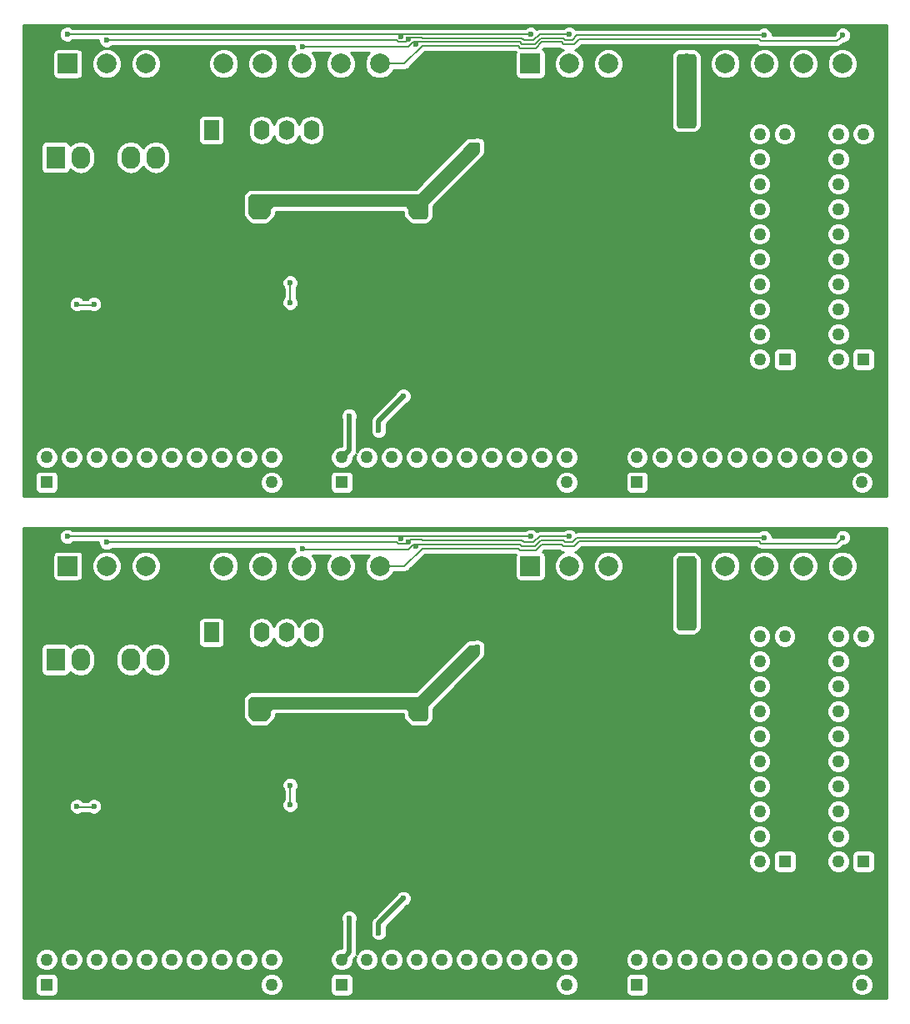
<source format=gbl>
G04 #@! TF.GenerationSoftware,KiCad,Pcbnew,(5.0.2)-1*
G04 #@! TF.CreationDate,2019-04-13T07:43:00-04:00*
G04 #@! TF.ProjectId,Console-Panel,436f6e73-6f6c-4652-9d50-616e656c2e6b,rev?*
G04 #@! TF.SameCoordinates,Original*
G04 #@! TF.FileFunction,Copper,L2,Bot*
G04 #@! TF.FilePolarity,Positive*
%FSLAX46Y46*%
G04 Gerber Fmt 4.6, Leading zero omitted, Abs format (unit mm)*
G04 Created by KiCad (PCBNEW (5.0.2)-1) date 4/13/2019 7:43:00 AM*
%MOMM*%
%LPD*%
G01*
G04 APERTURE LIST*
G04 #@! TA.AperFunction,ViaPad*
%ADD10C,0.600000*%
G04 #@! TD*
G04 #@! TA.AperFunction,ComponentPad*
%ADD11C,2.000000*%
G04 #@! TD*
G04 #@! TA.AperFunction,ComponentPad*
%ADD12R,2.000000X2.000000*%
G04 #@! TD*
G04 #@! TA.AperFunction,ComponentPad*
%ADD13C,1.270000*%
G04 #@! TD*
G04 #@! TA.AperFunction,ComponentPad*
%ADD14R,1.270000X1.270000*%
G04 #@! TD*
G04 #@! TA.AperFunction,ComponentPad*
%ADD15O,1.600000X2.000000*%
G04 #@! TD*
G04 #@! TA.AperFunction,ComponentPad*
%ADD16R,1.600000X2.000000*%
G04 #@! TD*
G04 #@! TA.AperFunction,ComponentPad*
%ADD17O,1.905000X2.286000*%
G04 #@! TD*
G04 #@! TA.AperFunction,ComponentPad*
%ADD18R,1.905000X2.286000*%
G04 #@! TD*
G04 #@! TA.AperFunction,Conductor*
%ADD19C,0.150000*%
G04 #@! TD*
G04 #@! TA.AperFunction,Conductor*
%ADD20C,0.200000*%
G04 #@! TD*
G04 #@! TA.AperFunction,Conductor*
%ADD21C,0.500000*%
G04 #@! TD*
G04 #@! TA.AperFunction,Conductor*
%ADD22C,0.254000*%
G04 #@! TD*
G04 APERTURE END LIST*
D10*
G04 #@! TO.N,GND1*
G04 #@! TO.C,REF\002A\002A*
X65000000Y-57000000D03*
G04 #@! TD*
G04 #@! TO.N,GND1*
G04 #@! TO.C,REF\002A\002A*
X75000000Y-57000000D03*
G04 #@! TD*
G04 #@! TO.N,GND1*
G04 #@! TO.C,REF\002A\002A*
X67500000Y-57000000D03*
G04 #@! TD*
G04 #@! TO.N,GND1*
G04 #@! TO.C,REF\002A\002A*
X127500000Y-57000000D03*
G04 #@! TD*
G04 #@! TO.N,GND1*
G04 #@! TO.C,REF\002A\002A*
X77500000Y-57500000D03*
G04 #@! TD*
G04 #@! TO.N,GND1*
G04 #@! TO.C,REF\002A\002A*
X132500000Y-57000000D03*
G04 #@! TD*
G04 #@! TO.N,GND1*
G04 #@! TO.C,REF\002A\002A*
X51250000Y-59500000D03*
G04 #@! TD*
G04 #@! TO.N,GND1*
G04 #@! TO.C,REF\002A\002A*
X80000000Y-57500000D03*
G04 #@! TD*
G04 #@! TO.N,GND1*
G04 #@! TO.C,REF\002A\002A*
X84200000Y-57000000D03*
G04 #@! TD*
G04 #@! TO.N,GND1*
G04 #@! TO.C,REF\002A\002A*
X122500000Y-57000000D03*
G04 #@! TD*
G04 #@! TO.N,GND1*
G04 #@! TO.C,REF\002A\002A*
X137500000Y-57000000D03*
G04 #@! TD*
G04 #@! TO.N,GND1*
G04 #@! TO.C,REF\002A\002A*
X82500000Y-57500000D03*
G04 #@! TD*
G04 #@! TO.N,GND1*
G04 #@! TO.C,REF\002A\002A*
X135000000Y-57000000D03*
G04 #@! TD*
G04 #@! TO.N,GND1*
G04 #@! TO.C,REF\002A\002A*
X130000000Y-57000000D03*
G04 #@! TD*
G04 #@! TO.N,GND1*
G04 #@! TO.C,REF\002A\002A*
X60000000Y-57000000D03*
G04 #@! TD*
G04 #@! TO.N,GND1*
G04 #@! TO.C,REF\002A\002A*
X125000000Y-57000000D03*
G04 #@! TD*
G04 #@! TO.N,GND1*
G04 #@! TO.C,REF\002A\002A*
X62500000Y-57000000D03*
G04 #@! TD*
G04 #@! TO.N,GND1*
G04 #@! TO.C,REF\002A\002A*
X72500000Y-57000000D03*
G04 #@! TD*
G04 #@! TO.N,GND1*
G04 #@! TO.C,REF\002A\002A*
X53750000Y-59500000D03*
G04 #@! TD*
G04 #@! TO.N,GND1*
G04 #@! TO.C,REF\002A\002A*
X58750000Y-59500000D03*
G04 #@! TD*
G04 #@! TO.N,GND1*
G04 #@! TO.C,REF\002A\002A*
X93750000Y-59500000D03*
G04 #@! TD*
G04 #@! TO.N,GND1*
G04 #@! TO.C,REF\002A\002A*
X52500000Y-62000000D03*
G04 #@! TD*
G04 #@! TO.N,GND1*
G04 #@! TO.C,REF\002A\002A*
X55000000Y-62000000D03*
G04 #@! TD*
G04 #@! TO.N,GND1*
G04 #@! TO.C,REF\002A\002A*
X83750000Y-59500000D03*
G04 #@! TD*
G04 #@! TO.N,GND1*
G04 #@! TO.C,REF\002A\002A*
X56250000Y-59500000D03*
G04 #@! TD*
G04 #@! TO.N,GND1*
G04 #@! TO.C,REF\002A\002A*
X76500000Y-59000000D03*
G04 #@! TD*
G04 #@! TO.N,GND1*
G04 #@! TO.C,REF\002A\002A*
X61250000Y-59500000D03*
G04 #@! TD*
G04 #@! TO.N,GND1*
G04 #@! TO.C,REF\002A\002A*
X63750000Y-59500000D03*
G04 #@! TD*
G04 #@! TO.N,GND1*
G04 #@! TO.C,REF\002A\002A*
X73750000Y-59500000D03*
G04 #@! TD*
G04 #@! TO.N,GND1*
G04 #@! TO.C,REF\002A\002A*
X88750000Y-59500000D03*
G04 #@! TD*
G04 #@! TO.N,GND1*
G04 #@! TO.C,REF\002A\002A*
X79000000Y-59000000D03*
G04 #@! TD*
G04 #@! TO.N,GND1*
G04 #@! TO.C,REF\002A\002A*
X81500000Y-59000000D03*
G04 #@! TD*
G04 #@! TO.N,GND1*
G04 #@! TO.C,REF\002A\002A*
X90000000Y-62000000D03*
G04 #@! TD*
G04 #@! TO.N,GND1*
G04 #@! TO.C,REF\002A\002A*
X91250000Y-59500000D03*
G04 #@! TD*
G04 #@! TO.N,GND1*
G04 #@! TO.C,REF\002A\002A*
X96250000Y-59500000D03*
G04 #@! TD*
G04 #@! TO.N,GND1*
G04 #@! TO.C,REF\002A\002A*
X60000000Y-62000000D03*
G04 #@! TD*
G04 #@! TO.N,GND1*
G04 #@! TO.C,REF\002A\002A*
X57500000Y-62000000D03*
G04 #@! TD*
G04 #@! TO.N,GND1*
G04 #@! TO.C,REF\002A\002A*
X82500000Y-62000000D03*
G04 #@! TD*
G04 #@! TO.N,GND1*
G04 #@! TO.C,REF\002A\002A*
X95000000Y-62000000D03*
G04 #@! TD*
G04 #@! TO.N,GND1*
G04 #@! TO.C,REF\002A\002A*
X51250000Y-64500000D03*
G04 #@! TD*
G04 #@! TO.N,GND1*
G04 #@! TO.C,REF\002A\002A*
X73500000Y-65500000D03*
G04 #@! TD*
G04 #@! TO.N,GND1*
G04 #@! TO.C,REF\002A\002A*
X84000000Y-67000000D03*
G04 #@! TD*
G04 #@! TO.N,GND1*
G04 #@! TO.C,REF\002A\002A*
X88750000Y-64500000D03*
G04 #@! TD*
G04 #@! TO.N,GND1*
G04 #@! TO.C,REF\002A\002A*
X103900000Y-66100000D03*
G04 #@! TD*
G04 #@! TO.N,GND1*
G04 #@! TO.C,REF\002A\002A*
X103900000Y-71200000D03*
G04 #@! TD*
G04 #@! TO.N,GND1*
G04 #@! TO.C,REF\002A\002A*
X103900000Y-72500000D03*
G04 #@! TD*
G04 #@! TO.N,GND1*
G04 #@! TO.C,REF\002A\002A*
X108100000Y-77500000D03*
G04 #@! TD*
G04 #@! TO.N,GND1*
G04 #@! TO.C,REF\002A\002A*
X131250000Y-64500000D03*
G04 #@! TD*
G04 #@! TO.N,GND1*
G04 #@! TO.C,REF\002A\002A*
X61250000Y-69500000D03*
G04 #@! TD*
G04 #@! TO.N,GND1*
G04 #@! TO.C,REF\002A\002A*
X63000000Y-72500000D03*
G04 #@! TD*
G04 #@! TO.N,GND1*
G04 #@! TO.C,REF\002A\002A*
X71250000Y-69500000D03*
G04 #@! TD*
G04 #@! TO.N,GND1*
G04 #@! TO.C,REF\002A\002A*
X108100000Y-76200000D03*
G04 #@! TD*
G04 #@! TO.N,GND1*
G04 #@! TO.C,REF\002A\002A*
X72500000Y-73000000D03*
G04 #@! TD*
G04 #@! TO.N,GND1*
G04 #@! TO.C,REF\002A\002A*
X137500000Y-70750000D03*
G04 #@! TD*
G04 #@! TO.N,GND1*
G04 #@! TO.C,REF\002A\002A*
X51500000Y-67000000D03*
G04 #@! TD*
G04 #@! TO.N,GND1*
G04 #@! TO.C,REF\002A\002A*
X80500000Y-67000000D03*
G04 #@! TD*
G04 #@! TO.N,GND1*
G04 #@! TO.C,REF\002A\002A*
X51500000Y-68500000D03*
G04 #@! TD*
G04 #@! TO.N,GND1*
G04 #@! TO.C,REF\002A\002A*
X131250000Y-69500000D03*
G04 #@! TD*
G04 #@! TO.N,GND1*
G04 #@! TO.C,REF\002A\002A*
X55000000Y-73000000D03*
G04 #@! TD*
G04 #@! TO.N,GND1*
G04 #@! TO.C,REF\002A\002A*
X57500000Y-73000000D03*
G04 #@! TD*
G04 #@! TO.N,GND1*
G04 #@! TO.C,REF\002A\002A*
X130000000Y-72000000D03*
G04 #@! TD*
G04 #@! TO.N,GND1*
G04 #@! TO.C,REF\002A\002A*
X59500000Y-73000000D03*
G04 #@! TD*
G04 #@! TO.N,GND1*
G04 #@! TO.C,REF\002A\002A*
X70000000Y-73000000D03*
G04 #@! TD*
G04 #@! TO.N,GND1*
G04 #@! TO.C,REF\002A\002A*
X90850000Y-64550000D03*
G04 #@! TD*
G04 #@! TO.N,GND1*
G04 #@! TO.C,REF\002A\002A*
X57500000Y-67000000D03*
G04 #@! TD*
G04 #@! TO.N,GND1*
G04 #@! TO.C,REF\002A\002A*
X60000000Y-67000000D03*
G04 #@! TD*
G04 #@! TO.N,GND1*
G04 #@! TO.C,REF\002A\002A*
X97000000Y-69500000D03*
G04 #@! TD*
G04 #@! TO.N,GND1*
G04 #@! TO.C,REF\002A\002A*
X51500000Y-74000000D03*
G04 #@! TD*
G04 #@! TO.N,GND1*
G04 #@! TO.C,REF\002A\002A*
X59000000Y-69000000D03*
G04 #@! TD*
G04 #@! TO.N,GND1*
G04 #@! TO.C,REF\002A\002A*
X103900000Y-68600000D03*
G04 #@! TD*
G04 #@! TO.N,GND1*
G04 #@! TO.C,REF\002A\002A*
X137500000Y-65500000D03*
G04 #@! TD*
G04 #@! TO.N,GND1*
G04 #@! TO.C,REF\002A\002A*
X88000000Y-67000000D03*
G04 #@! TD*
G04 #@! TO.N,GND1*
G04 #@! TO.C,REF\002A\002A*
X103900000Y-64800000D03*
G04 #@! TD*
G04 #@! TO.N,GND1*
G04 #@! TO.C,REF\002A\002A*
X92500000Y-62000000D03*
G04 #@! TD*
G04 #@! TO.N,GND1*
G04 #@! TO.C,REF\002A\002A*
X67500000Y-72500000D03*
G04 #@! TD*
G04 #@! TO.N,GND1*
G04 #@! TO.C,REF\002A\002A*
X65000000Y-72500000D03*
G04 #@! TD*
G04 #@! TO.N,GND1*
G04 #@! TO.C,REF\002A\002A*
X103900000Y-74000000D03*
G04 #@! TD*
G04 #@! TO.N,GND1*
G04 #@! TO.C,REF\002A\002A*
X97500000Y-67500000D03*
G04 #@! TD*
G04 #@! TO.N,GND1*
G04 #@! TO.C,REF\002A\002A*
X101300000Y-63400000D03*
G04 #@! TD*
G04 #@! TO.N,GND1*
G04 #@! TO.C,REF\002A\002A*
X103900000Y-69900000D03*
G04 #@! TD*
G04 #@! TO.N,GND1*
G04 #@! TO.C,REF\002A\002A*
X52500000Y-73000000D03*
G04 #@! TD*
G04 #@! TO.N,GND1*
G04 #@! TO.C,REF\002A\002A*
X130000000Y-67000000D03*
G04 #@! TD*
D11*
G04 #@! TO.P,PS2,8*
G04 #@! TO.N,Net-(PS2-Pad8)*
X129887200Y-54500000D03*
G04 #@! TO.P,PS2,7*
G04 #@! TO.N,/SPI_CLK*
X125924800Y-54500000D03*
G04 #@! TO.P,PS2,6*
G04 #@! TO.N,/SPI_CS1*
X121962400Y-54500000D03*
G04 #@! TO.P,PS2,5*
G04 #@! TO.N,VCC*
X118000000Y-54500000D03*
G04 #@! TO.P,PS2,4*
G04 #@! TO.N,GND1*
X114037600Y-54500000D03*
G04 #@! TO.P,PS2,3*
G04 #@! TO.N,Net-(PS2-Pad3)*
X110075200Y-54500000D03*
G04 #@! TO.P,PS2,2*
G04 #@! TO.N,/SPI_MOSI*
X106112800Y-54500000D03*
G04 #@! TO.P,PS2,9*
G04 #@! TO.N,/PS1_ACK*
X133849600Y-54500000D03*
D12*
G04 #@! TO.P,PS2,1*
G04 #@! TO.N,/SPI_MISO*
X102150400Y-54500000D03*
G04 #@! TD*
D13*
G04 #@! TO.P,P5,20*
G04 #@! TO.N,VCC*
X135860000Y-94460000D03*
G04 #@! TO.P,P5,19*
X135860000Y-97000000D03*
G04 #@! TO.P,P5,18*
G04 #@! TO.N,/P4_3*
X133320000Y-94460000D03*
G04 #@! TO.P,P5,17*
G04 #@! TO.N,GND1*
X133320000Y-97000000D03*
G04 #@! TO.P,P5,16*
G04 #@! TO.N,/P4_2*
X130780000Y-94460000D03*
G04 #@! TO.P,P5,15*
G04 #@! TO.N,GND1*
X130780000Y-97000000D03*
G04 #@! TO.P,P5,14*
G04 #@! TO.N,/P0_7*
X128240000Y-94460000D03*
G04 #@! TO.P,P5,13*
G04 #@! TO.N,GND1*
X128240000Y-97000000D03*
G04 #@! TO.P,P5,12*
G04 #@! TO.N,/P0_6*
X125700000Y-94460000D03*
G04 #@! TO.P,P5,11*
G04 #@! TO.N,GND1*
X125700000Y-97000000D03*
G04 #@! TO.P,P5,10*
G04 #@! TO.N,/P0_5*
X123160000Y-94460000D03*
G04 #@! TO.P,P5,9*
G04 #@! TO.N,GND1*
X123160000Y-97000000D03*
G04 #@! TO.P,P5,8*
G04 #@! TO.N,/P0_4*
X120620000Y-94460000D03*
G04 #@! TO.P,P5,7*
G04 #@! TO.N,GND1*
X120620000Y-97000000D03*
G04 #@! TO.P,P5,6*
G04 #@! TO.N,/P0_3*
X118080000Y-94460000D03*
G04 #@! TO.P,P5,5*
G04 #@! TO.N,GND1*
X118080000Y-97000000D03*
G04 #@! TO.P,P5,4*
G04 #@! TO.N,/P0_2*
X115540000Y-94460000D03*
G04 #@! TO.P,P5,3*
G04 #@! TO.N,GND1*
X115540000Y-97000000D03*
G04 #@! TO.P,P5,2*
G04 #@! TO.N,VCC*
X113000000Y-94460000D03*
D14*
G04 #@! TO.P,P5,1*
X113000000Y-97000000D03*
G04 #@! TD*
D13*
G04 #@! TO.P,P3,20*
G04 #@! TO.N,VCC*
X75860000Y-94460000D03*
G04 #@! TO.P,P3,19*
X75860000Y-97000000D03*
G04 #@! TO.P,P3,18*
G04 #@! TO.N,/P3_7*
X73320000Y-94460000D03*
G04 #@! TO.P,P3,17*
G04 #@! TO.N,GND1*
X73320000Y-97000000D03*
G04 #@! TO.P,P3,16*
G04 #@! TO.N,/P3_6*
X70780000Y-94460000D03*
G04 #@! TO.P,P3,15*
G04 #@! TO.N,GND1*
X70780000Y-97000000D03*
G04 #@! TO.P,P3,14*
G04 #@! TO.N,/P3_5*
X68240000Y-94460000D03*
G04 #@! TO.P,P3,13*
G04 #@! TO.N,GND1*
X68240000Y-97000000D03*
G04 #@! TO.P,P3,12*
G04 #@! TO.N,/P3_4*
X65700000Y-94460000D03*
G04 #@! TO.P,P3,11*
G04 #@! TO.N,GND1*
X65700000Y-97000000D03*
G04 #@! TO.P,P3,10*
G04 #@! TO.N,/P3_3*
X63160000Y-94460000D03*
G04 #@! TO.P,P3,9*
G04 #@! TO.N,GND1*
X63160000Y-97000000D03*
G04 #@! TO.P,P3,8*
G04 #@! TO.N,/P3_2*
X60620000Y-94460000D03*
G04 #@! TO.P,P3,7*
G04 #@! TO.N,GND1*
X60620000Y-97000000D03*
G04 #@! TO.P,P3,6*
G04 #@! TO.N,/P3_1*
X58080000Y-94460000D03*
G04 #@! TO.P,P3,5*
G04 #@! TO.N,GND1*
X58080000Y-97000000D03*
G04 #@! TO.P,P3,4*
G04 #@! TO.N,/P3_0*
X55540000Y-94460000D03*
G04 #@! TO.P,P3,3*
G04 #@! TO.N,GND1*
X55540000Y-97000000D03*
G04 #@! TO.P,P3,2*
G04 #@! TO.N,VCC*
X53000000Y-94460000D03*
D14*
G04 #@! TO.P,P3,1*
X53000000Y-97000000D03*
G04 #@! TD*
D13*
G04 #@! TO.P,P4,20*
G04 #@! TO.N,VCC*
X105860000Y-94460000D03*
G04 #@! TO.P,P4,19*
X105860000Y-97000000D03*
G04 #@! TO.P,P4,18*
G04 #@! TO.N,/P0_1*
X103320000Y-94460000D03*
G04 #@! TO.P,P4,17*
G04 #@! TO.N,GND1*
X103320000Y-97000000D03*
G04 #@! TO.P,P4,16*
G04 #@! TO.N,/P0_0*
X100780000Y-94460000D03*
G04 #@! TO.P,P4,15*
G04 #@! TO.N,GND1*
X100780000Y-97000000D03*
G04 #@! TO.P,P4,14*
G04 #@! TO.N,/P4_1*
X98240000Y-94460000D03*
G04 #@! TO.P,P4,13*
G04 #@! TO.N,GND1*
X98240000Y-97000000D03*
G04 #@! TO.P,P4,12*
G04 #@! TO.N,/P4_0*
X95700000Y-94460000D03*
G04 #@! TO.P,P4,11*
G04 #@! TO.N,GND1*
X95700000Y-97000000D03*
G04 #@! TO.P,P4,10*
G04 #@! TO.N,/P12_3*
X93160000Y-94460000D03*
G04 #@! TO.P,P4,9*
G04 #@! TO.N,GND1*
X93160000Y-97000000D03*
G04 #@! TO.P,P4,8*
G04 #@! TO.N,/P12_2*
X90620000Y-94460000D03*
G04 #@! TO.P,P4,7*
G04 #@! TO.N,GND1*
X90620000Y-97000000D03*
G04 #@! TO.P,P4,6*
G04 #@! TO.N,/P12_1*
X88080000Y-94460000D03*
G04 #@! TO.P,P4,5*
G04 #@! TO.N,GND1*
X88080000Y-97000000D03*
G04 #@! TO.P,P4,4*
G04 #@! TO.N,/P12_0*
X85540000Y-94460000D03*
G04 #@! TO.P,P4,3*
G04 #@! TO.N,GND1*
X85540000Y-97000000D03*
G04 #@! TO.P,P4,2*
G04 #@! TO.N,VCC*
X83000000Y-94460000D03*
D14*
G04 #@! TO.P,P4,1*
X83000000Y-97000000D03*
G04 #@! TD*
D15*
G04 #@! TO.P,KP1,5*
G04 #@! TO.N,/SWDIO*
X79910000Y-61250000D03*
G04 #@! TO.P,KP1,4*
G04 #@! TO.N,/SWDCK*
X77370000Y-61250000D03*
G04 #@! TO.P,KP1,3*
G04 #@! TO.N,/XRES*
X74830000Y-61250000D03*
G04 #@! TO.P,KP1,2*
G04 #@! TO.N,GND1*
X72290000Y-61250000D03*
D16*
G04 #@! TO.P,KP1,1*
G04 #@! TO.N,VCC*
X69750000Y-61250000D03*
G04 #@! TD*
D10*
G04 #@! TO.N,VCC*
G04 #@! TO.C,REF\002A\002A*
X74250000Y-69250000D03*
G04 #@! TD*
G04 #@! TO.N,GND1*
G04 #@! TO.C,REF\002A\002A*
X137500000Y-52000000D03*
G04 #@! TD*
G04 #@! TO.N,GND1*
G04 #@! TO.C,REF\002A\002A*
X57150000Y-54500000D03*
G04 #@! TD*
G04 #@! TO.N,GND1*
G04 #@! TO.C,REF\002A\002A*
X65050000Y-54500000D03*
G04 #@! TD*
G04 #@! TO.N,GND1*
G04 #@! TO.C,REF\002A\002A*
X136250000Y-54500000D03*
G04 #@! TD*
G04 #@! TO.N,GND1*
G04 #@! TO.C,REF\002A\002A*
X51250000Y-54500000D03*
G04 #@! TD*
G04 #@! TO.N,GND1*
G04 #@! TO.C,REF\002A\002A*
X52500000Y-52000000D03*
G04 #@! TD*
G04 #@! TO.N,GND1*
G04 #@! TO.C,REF\002A\002A*
X84900000Y-54500000D03*
G04 #@! TD*
G04 #@! TO.N,VCC*
G04 #@! TO.C,REF\002A\002A*
X91750000Y-67750000D03*
G04 #@! TD*
G04 #@! TO.N,GND1*
G04 #@! TO.C,REF\002A\002A*
X127950000Y-51100000D03*
G04 #@! TD*
G04 #@! TO.N,GND1*
G04 #@! TO.C,REF\002A\002A*
X53100000Y-54500000D03*
G04 #@! TD*
G04 #@! TO.N,GND1*
G04 #@! TO.C,REF\002A\002A*
X55000000Y-57000000D03*
G04 #@! TD*
G04 #@! TO.N,GND1*
G04 #@! TO.C,REF\002A\002A*
X104150000Y-54500000D03*
G04 #@! TD*
G04 #@! TO.N,GND1*
G04 #@! TO.C,REF\002A\002A*
X68750000Y-54500000D03*
G04 #@! TD*
G04 #@! TO.N,GND1*
G04 #@! TO.C,REF\002A\002A*
X96250000Y-54500000D03*
G04 #@! TD*
G04 #@! TO.N,GND1*
G04 #@! TO.C,REF\002A\002A*
X131850000Y-54500000D03*
G04 #@! TD*
G04 #@! TO.N,GND1*
G04 #@! TO.C,REF\002A\002A*
X76950000Y-54500000D03*
G04 #@! TD*
G04 #@! TO.N,GND1*
G04 #@! TO.C,REF\002A\002A*
X80900000Y-54500000D03*
G04 #@! TD*
G04 #@! TO.N,GND1*
G04 #@! TO.C,REF\002A\002A*
X91250000Y-54500000D03*
G04 #@! TD*
G04 #@! TO.N,GND1*
G04 #@! TO.C,REF\002A\002A*
X98750000Y-54500000D03*
G04 #@! TD*
G04 #@! TO.N,GND1*
G04 #@! TO.C,REF\002A\002A*
X93750000Y-54500000D03*
G04 #@! TD*
G04 #@! TO.N,GND1*
G04 #@! TO.C,REF\002A\002A*
X108100000Y-54500000D03*
G04 #@! TD*
G04 #@! TO.N,GND1*
G04 #@! TO.C,REF\002A\002A*
X61100000Y-54500000D03*
G04 #@! TD*
G04 #@! TO.N,GND1*
G04 #@! TO.C,REF\002A\002A*
X52500000Y-57000000D03*
G04 #@! TD*
G04 #@! TO.N,VCC*
G04 #@! TO.C,REF\002A\002A*
X96750000Y-62750000D03*
G04 #@! TD*
G04 #@! TO.N,GND1*
G04 #@! TO.C,REF\002A\002A*
X72950000Y-54500000D03*
G04 #@! TD*
D11*
G04 #@! TO.P,PS1,8*
G04 #@! TO.N,Net-(PS1-Pad8)*
X82887200Y-54500000D03*
G04 #@! TO.P,PS1,7*
G04 #@! TO.N,/SPI_CLK*
X78924800Y-54500000D03*
G04 #@! TO.P,PS1,6*
G04 #@! TO.N,/SPI_CS0*
X74962400Y-54500000D03*
G04 #@! TO.P,PS1,5*
G04 #@! TO.N,VCC*
X71000000Y-54500000D03*
G04 #@! TO.P,PS1,4*
G04 #@! TO.N,GND1*
X67037600Y-54500000D03*
G04 #@! TO.P,PS1,3*
G04 #@! TO.N,Net-(PS1-Pad3)*
X63075200Y-54500000D03*
G04 #@! TO.P,PS1,2*
G04 #@! TO.N,/SPI_MOSI*
X59112800Y-54500000D03*
G04 #@! TO.P,PS1,9*
G04 #@! TO.N,/PS1_ACK*
X86849600Y-54500000D03*
D12*
G04 #@! TO.P,PS1,1*
G04 #@! TO.N,/SPI_MISO*
X55150400Y-54500000D03*
G04 #@! TD*
D10*
G04 #@! TO.N,GND1*
G04 #@! TO.C,REF\002A\002A*
X120000000Y-54500000D03*
G04 #@! TD*
G04 #@! TO.N,GND1*
G04 #@! TO.C,REF\002A\002A*
X57500000Y-57000000D03*
G04 #@! TD*
G04 #@! TO.N,VCC*
G04 #@! TO.C,REF\002A\002A*
X96000000Y-63500000D03*
G04 #@! TD*
D17*
G04 #@! TO.P,U1,5*
G04 #@! TO.N,VCC*
X64080000Y-64000000D03*
G04 #@! TO.P,U1,4*
X61540000Y-64000000D03*
G04 #@! TO.P,U1,3*
G04 #@! TO.N,GND1*
X59000000Y-64000000D03*
G04 #@! TO.P,U1,2*
G04 #@! TO.N,/VIN*
X56460000Y-64000000D03*
D18*
G04 #@! TO.P,U1,1*
X53920000Y-64000000D03*
G04 #@! TD*
D10*
G04 #@! TO.N,GND1*
G04 #@! TO.C,REF\002A\002A*
X62500000Y-77000000D03*
G04 #@! TD*
G04 #@! TO.N,GND1*
G04 #@! TO.C,REF\002A\002A*
X67500000Y-77000000D03*
G04 #@! TD*
G04 #@! TO.N,GND1*
G04 #@! TO.C,REF\002A\002A*
X100000000Y-77000000D03*
G04 #@! TD*
G04 #@! TO.N,GND1*
G04 #@! TO.C,REF\002A\002A*
X102500000Y-77000000D03*
G04 #@! TD*
G04 #@! TO.N,GND1*
G04 #@! TO.C,REF\002A\002A*
X66250000Y-79500000D03*
G04 #@! TD*
G04 #@! TO.N,GND1*
G04 #@! TO.C,REF\002A\002A*
X68500000Y-79750000D03*
G04 #@! TD*
G04 #@! TO.N,GND1*
G04 #@! TO.C,REF\002A\002A*
X77000000Y-80500000D03*
G04 #@! TD*
G04 #@! TO.N,GND1*
G04 #@! TO.C,REF\002A\002A*
X71000000Y-79750000D03*
G04 #@! TD*
G04 #@! TO.N,GND1*
G04 #@! TO.C,REF\002A\002A*
X78750000Y-79500000D03*
G04 #@! TD*
G04 #@! TO.N,GND1*
G04 #@! TO.C,REF\002A\002A*
X63500000Y-75000000D03*
G04 #@! TD*
G04 #@! TO.N,GND1*
G04 #@! TO.C,REF\002A\002A*
X68750000Y-74500000D03*
G04 #@! TD*
G04 #@! TO.N,GND1*
G04 #@! TO.C,REF\002A\002A*
X137500000Y-75750000D03*
G04 #@! TD*
G04 #@! TO.N,GND1*
G04 #@! TO.C,REF\002A\002A*
X53750000Y-74500000D03*
G04 #@! TD*
G04 #@! TO.N,GND1*
G04 #@! TO.C,REF\002A\002A*
X66500000Y-75000000D03*
G04 #@! TD*
G04 #@! TO.N,GND1*
G04 #@! TO.C,REF\002A\002A*
X71250000Y-74500000D03*
G04 #@! TD*
G04 #@! TO.N,GND1*
G04 #@! TO.C,REF\002A\002A*
X131250000Y-74500000D03*
G04 #@! TD*
G04 #@! TO.N,GND1*
G04 #@! TO.C,REF\002A\002A*
X130000000Y-77000000D03*
G04 #@! TD*
G04 #@! TO.N,GND1*
G04 #@! TO.C,REF\002A\002A*
X63750000Y-79500000D03*
G04 #@! TD*
G04 #@! TO.N,GND1*
G04 #@! TO.C,REF\002A\002A*
X62500000Y-82000000D03*
G04 #@! TD*
G04 #@! TO.N,GND1*
G04 #@! TO.C,REF\002A\002A*
X54000000Y-85000000D03*
G04 #@! TD*
G04 #@! TO.N,GND1*
G04 #@! TO.C,REF\002A\002A*
X83750000Y-79500000D03*
G04 #@! TD*
G04 #@! TO.N,GND1*
G04 #@! TO.C,REF\002A\002A*
X67500000Y-82000000D03*
G04 #@! TD*
G04 #@! TO.N,GND1*
G04 #@! TO.C,REF\002A\002A*
X87500000Y-82000000D03*
G04 #@! TD*
G04 #@! TO.N,GND1*
G04 #@! TO.C,REF\002A\002A*
X81250000Y-79500000D03*
G04 #@! TD*
G04 #@! TO.N,GND1*
G04 #@! TO.C,REF\002A\002A*
X56250000Y-84500000D03*
G04 #@! TD*
G04 #@! TO.N,GND1*
G04 #@! TO.C,REF\002A\002A*
X86250000Y-79500000D03*
G04 #@! TD*
G04 #@! TO.N,GND1*
G04 #@! TO.C,REF\002A\002A*
X80000000Y-82000000D03*
G04 #@! TD*
G04 #@! TO.N,GND1*
G04 #@! TO.C,REF\002A\002A*
X85000000Y-82000000D03*
G04 #@! TD*
G04 #@! TO.N,GND1*
G04 #@! TO.C,REF\002A\002A*
X82500000Y-82000000D03*
G04 #@! TD*
G04 #@! TO.N,GND1*
G04 #@! TO.C,REF\002A\002A*
X88750000Y-79500000D03*
G04 #@! TD*
G04 #@! TO.N,GND1*
G04 #@! TO.C,REF\002A\002A*
X98750000Y-79500000D03*
G04 #@! TD*
G04 #@! TO.N,GND1*
G04 #@! TO.C,REF\002A\002A*
X103750000Y-79500000D03*
G04 #@! TD*
G04 #@! TO.N,GND1*
G04 #@! TO.C,REF\002A\002A*
X101250000Y-79500000D03*
G04 #@! TD*
G04 #@! TO.N,GND1*
G04 #@! TO.C,REF\002A\002A*
X131250000Y-79500000D03*
G04 #@! TD*
G04 #@! TO.N,GND1*
G04 #@! TO.C,REF\002A\002A*
X56500000Y-80500000D03*
G04 #@! TD*
G04 #@! TO.N,GND1*
G04 #@! TO.C,REF\002A\002A*
X57500000Y-82000000D03*
G04 #@! TD*
G04 #@! TO.N,GND1*
G04 #@! TO.C,REF\002A\002A*
X60000000Y-82000000D03*
G04 #@! TD*
G04 #@! TO.N,GND1*
G04 #@! TO.C,REF\002A\002A*
X65000000Y-82000000D03*
G04 #@! TD*
G04 #@! TO.N,GND1*
G04 #@! TO.C,REF\002A\002A*
X137500000Y-80750000D03*
G04 #@! TD*
G04 #@! TO.N,GND1*
G04 #@! TO.C,REF\002A\002A*
X61250000Y-84500000D03*
G04 #@! TD*
G04 #@! TO.N,GND1*
G04 #@! TO.C,REF\002A\002A*
X63750000Y-84500000D03*
G04 #@! TD*
G04 #@! TO.N,GND1*
G04 #@! TO.C,REF\002A\002A*
X73750000Y-84500000D03*
G04 #@! TD*
G04 #@! TO.N,GND1*
G04 #@! TO.C,REF\002A\002A*
X91250000Y-84500000D03*
G04 #@! TD*
G04 #@! TO.N,GND1*
G04 #@! TO.C,REF\002A\002A*
X111250000Y-84500000D03*
G04 #@! TD*
G04 #@! TO.N,GND1*
G04 #@! TO.C,REF\002A\002A*
X113750000Y-84500000D03*
G04 #@! TD*
G04 #@! TO.N,GND1*
G04 #@! TO.C,REF\002A\002A*
X121250000Y-84500000D03*
G04 #@! TD*
G04 #@! TO.N,GND1*
G04 #@! TO.C,REF\002A\002A*
X92500000Y-87000000D03*
G04 #@! TD*
G04 #@! TO.N,GND1*
G04 #@! TO.C,REF\002A\002A*
X102500000Y-87000000D03*
G04 #@! TD*
G04 #@! TO.N,GND1*
G04 #@! TO.C,REF\002A\002A*
X52500000Y-87000000D03*
G04 #@! TD*
G04 #@! TO.N,GND1*
G04 #@! TO.C,REF\002A\002A*
X122500000Y-87000000D03*
G04 #@! TD*
G04 #@! TO.N,GND1*
G04 #@! TO.C,REF\002A\002A*
X107500000Y-87000000D03*
G04 #@! TD*
G04 #@! TO.N,GND1*
G04 #@! TO.C,REF\002A\002A*
X75000000Y-87000000D03*
G04 #@! TD*
G04 #@! TO.N,GND1*
G04 #@! TO.C,REF\002A\002A*
X120000000Y-87000000D03*
G04 #@! TD*
G04 #@! TO.N,GND1*
G04 #@! TO.C,REF\002A\002A*
X106250000Y-84500000D03*
G04 #@! TD*
G04 #@! TO.N,GND1*
G04 #@! TO.C,REF\002A\002A*
X138000000Y-87000000D03*
G04 #@! TD*
G04 #@! TO.N,GND1*
G04 #@! TO.C,REF\002A\002A*
X55000000Y-87000000D03*
G04 #@! TD*
G04 #@! TO.N,GND1*
G04 #@! TO.C,REF\002A\002A*
X53750000Y-89500000D03*
G04 #@! TD*
G04 #@! TO.N,GND1*
G04 #@! TO.C,REF\002A\002A*
X62500000Y-87000000D03*
G04 #@! TD*
G04 #@! TO.N,GND1*
G04 #@! TO.C,REF\002A\002A*
X110000000Y-87000000D03*
G04 #@! TD*
G04 #@! TO.N,GND1*
G04 #@! TO.C,REF\002A\002A*
X75500000Y-84500000D03*
G04 #@! TD*
G04 #@! TO.N,GND1*
G04 #@! TO.C,REF\002A\002A*
X98750000Y-84500000D03*
G04 #@! TD*
G04 #@! TO.N,GND1*
G04 #@! TO.C,REF\002A\002A*
X108750000Y-84500000D03*
G04 #@! TD*
G04 #@! TO.N,GND1*
G04 #@! TO.C,REF\002A\002A*
X95000000Y-87000000D03*
G04 #@! TD*
G04 #@! TO.N,GND1*
G04 #@! TO.C,REF\002A\002A*
X105000000Y-87000000D03*
G04 #@! TD*
G04 #@! TO.N,GND1*
G04 #@! TO.C,REF\002A\002A*
X130000000Y-87000000D03*
G04 #@! TD*
G04 #@! TO.N,GND1*
G04 #@! TO.C,REF\002A\002A*
X116250000Y-84500000D03*
G04 #@! TD*
G04 #@! TO.N,GND1*
G04 #@! TO.C,REF\002A\002A*
X71250000Y-87000000D03*
G04 #@! TD*
G04 #@! TO.N,GND1*
G04 #@! TO.C,REF\002A\002A*
X127500000Y-87000000D03*
G04 #@! TD*
G04 #@! TO.N,GND1*
G04 #@! TO.C,REF\002A\002A*
X112500000Y-87000000D03*
G04 #@! TD*
G04 #@! TO.N,GND1*
G04 #@! TO.C,REF\002A\002A*
X57500000Y-87000000D03*
G04 #@! TD*
G04 #@! TO.N,GND1*
G04 #@! TO.C,REF\002A\002A*
X66250000Y-84500000D03*
G04 #@! TD*
G04 #@! TO.N,GND1*
G04 #@! TO.C,REF\002A\002A*
X118750000Y-84500000D03*
G04 #@! TD*
G04 #@! TO.N,GND1*
G04 #@! TO.C,REF\002A\002A*
X115000000Y-87000000D03*
G04 #@! TD*
G04 #@! TO.N,GND1*
G04 #@! TO.C,REF\002A\002A*
X132500000Y-87000000D03*
G04 #@! TD*
G04 #@! TO.N,GND1*
G04 #@! TO.C,REF\002A\002A*
X58750000Y-84500000D03*
G04 #@! TD*
G04 #@! TO.N,GND1*
G04 #@! TO.C,REF\002A\002A*
X103750000Y-84500000D03*
G04 #@! TD*
G04 #@! TO.N,GND1*
G04 #@! TO.C,REF\002A\002A*
X60000000Y-87000000D03*
G04 #@! TD*
G04 #@! TO.N,GND1*
G04 #@! TO.C,REF\002A\002A*
X100000000Y-87000000D03*
G04 #@! TD*
G04 #@! TO.N,GND1*
G04 #@! TO.C,REF\002A\002A*
X101250000Y-84500000D03*
G04 #@! TD*
G04 #@! TO.N,GND1*
G04 #@! TO.C,REF\002A\002A*
X117500000Y-87000000D03*
G04 #@! TD*
G04 #@! TO.N,GND1*
G04 #@! TO.C,REF\002A\002A*
X51250000Y-89500000D03*
G04 #@! TD*
G04 #@! TO.N,GND1*
G04 #@! TO.C,REF\002A\002A*
X125000000Y-87000000D03*
G04 #@! TD*
G04 #@! TO.N,GND1*
G04 #@! TO.C,REF\002A\002A*
X56250000Y-89500000D03*
G04 #@! TD*
G04 #@! TO.N,GND1*
G04 #@! TO.C,REF\002A\002A*
X58750000Y-89500000D03*
G04 #@! TD*
G04 #@! TO.N,GND1*
G04 #@! TO.C,REF\002A\002A*
X61250000Y-89500000D03*
G04 #@! TD*
G04 #@! TO.N,GND1*
G04 #@! TO.C,REF\002A\002A*
X71250000Y-89500000D03*
G04 #@! TD*
G04 #@! TO.N,GND1*
G04 #@! TO.C,REF\002A\002A*
X73750000Y-89500000D03*
G04 #@! TD*
G04 #@! TO.N,GND1*
G04 #@! TO.C,REF\002A\002A*
X131250000Y-89500000D03*
G04 #@! TD*
G04 #@! TO.N,GND1*
G04 #@! TO.C,REF\002A\002A*
X133750000Y-89500000D03*
G04 #@! TD*
G04 #@! TO.N,GND1*
G04 #@! TO.C,REF\002A\002A*
X107500000Y-92000000D03*
G04 #@! TD*
G04 #@! TO.N,GND1*
G04 #@! TO.C,REF\002A\002A*
X52500000Y-92000000D03*
G04 #@! TD*
G04 #@! TO.N,GND1*
G04 #@! TO.C,REF\002A\002A*
X82000000Y-92000000D03*
G04 #@! TD*
G04 #@! TO.N,GND1*
G04 #@! TO.C,REF\002A\002A*
X64500000Y-92250000D03*
G04 #@! TD*
G04 #@! TO.N,GND1*
G04 #@! TO.C,REF\002A\002A*
X102500000Y-92000000D03*
G04 #@! TD*
G04 #@! TO.N,GND1*
G04 #@! TO.C,REF\002A\002A*
X62250000Y-92250000D03*
G04 #@! TD*
G04 #@! TO.N,GND1*
G04 #@! TO.C,REF\002A\002A*
X55000000Y-92000000D03*
G04 #@! TD*
G04 #@! TO.N,GND1*
G04 #@! TO.C,REF\002A\002A*
X57500000Y-92000000D03*
G04 #@! TD*
G04 #@! TO.N,GND1*
G04 #@! TO.C,REF\002A\002A*
X67250000Y-92250000D03*
G04 #@! TD*
G04 #@! TO.N,GND1*
G04 #@! TO.C,REF\002A\002A*
X72250000Y-92000000D03*
G04 #@! TD*
G04 #@! TO.N,GND1*
G04 #@! TO.C,REF\002A\002A*
X77500000Y-92000000D03*
G04 #@! TD*
G04 #@! TO.N,GND1*
G04 #@! TO.C,REF\002A\002A*
X80000000Y-92000000D03*
G04 #@! TD*
G04 #@! TO.N,GND1*
G04 #@! TO.C,REF\002A\002A*
X90750000Y-93000000D03*
G04 #@! TD*
G04 #@! TO.N,GND1*
G04 #@! TO.C,REF\002A\002A*
X110000000Y-92000000D03*
G04 #@! TD*
G04 #@! TO.N,GND1*
G04 #@! TO.C,REF\002A\002A*
X97000000Y-92000000D03*
G04 #@! TD*
G04 #@! TO.N,GND1*
G04 #@! TO.C,REF\002A\002A*
X94500000Y-92000000D03*
G04 #@! TD*
G04 #@! TO.N,GND1*
G04 #@! TO.C,REF\002A\002A*
X92250000Y-92000000D03*
G04 #@! TD*
G04 #@! TO.N,GND1*
G04 #@! TO.C,REF\002A\002A*
X100250000Y-91000000D03*
G04 #@! TD*
G04 #@! TO.N,GND1*
G04 #@! TO.C,REF\002A\002A*
X105000000Y-92000000D03*
G04 #@! TD*
G04 #@! TO.N,GND1*
G04 #@! TO.C,REF\002A\002A*
X114250000Y-92000000D03*
G04 #@! TD*
G04 #@! TO.N,GND1*
G04 #@! TO.C,REF\002A\002A*
X127000000Y-92000000D03*
G04 #@! TD*
G04 #@! TO.N,GND1*
G04 #@! TO.C,REF\002A\002A*
X121800000Y-71200000D03*
G04 #@! TD*
G04 #@! TO.N,GND1*
G04 #@! TO.C,REF\002A\002A*
X130000000Y-82000000D03*
G04 #@! TD*
D13*
G04 #@! TO.P,P2,20*
G04 #@! TO.N,VCC*
X133460000Y-61640000D03*
G04 #@! TO.P,P2,19*
X136000000Y-61640000D03*
G04 #@! TO.P,P2,18*
G04 #@! TO.N,/P2_6*
X133460000Y-64180000D03*
G04 #@! TO.P,P2,17*
G04 #@! TO.N,GND1*
X136000000Y-64180000D03*
G04 #@! TO.P,P2,16*
G04 #@! TO.N,/P2_4*
X133460000Y-66720000D03*
G04 #@! TO.P,P2,15*
G04 #@! TO.N,GND1*
X136000000Y-66720000D03*
G04 #@! TO.P,P2,14*
G04 #@! TO.N,/P2_2*
X133460000Y-69260000D03*
G04 #@! TO.P,P2,13*
G04 #@! TO.N,GND1*
X136000000Y-69260000D03*
G04 #@! TO.P,P2,12*
G04 #@! TO.N,/P2_0*
X133460000Y-71800000D03*
G04 #@! TO.P,P2,11*
G04 #@! TO.N,GND1*
X136000000Y-71800000D03*
G04 #@! TO.P,P2,10*
G04 #@! TO.N,/P6_2*
X133460000Y-74340000D03*
G04 #@! TO.P,P2,9*
G04 #@! TO.N,GND1*
X136000000Y-74340000D03*
G04 #@! TO.P,P2,8*
G04 #@! TO.N,/P6_0*
X133460000Y-76880000D03*
G04 #@! TO.P,P2,7*
G04 #@! TO.N,GND1*
X136000000Y-76880000D03*
G04 #@! TO.P,P2,6*
G04 #@! TO.N,/P4_6*
X133460000Y-79420000D03*
G04 #@! TO.P,P2,5*
G04 #@! TO.N,GND1*
X136000000Y-79420000D03*
G04 #@! TO.P,P2,4*
G04 #@! TO.N,/P4_4*
X133460000Y-81960000D03*
G04 #@! TO.P,P2,3*
G04 #@! TO.N,GND1*
X136000000Y-81960000D03*
G04 #@! TO.P,P2,2*
G04 #@! TO.N,VCC*
X133460000Y-84500000D03*
D14*
G04 #@! TO.P,P2,1*
X136000000Y-84500000D03*
G04 #@! TD*
D10*
G04 #@! TO.N,GND1*
G04 #@! TO.C,REF\002A\002A*
X78750000Y-94000000D03*
G04 #@! TD*
G04 #@! TO.N,GND1*
G04 #@! TO.C,REF\002A\002A*
X108750000Y-94000000D03*
G04 #@! TD*
G04 #@! TO.N,VCC*
G04 #@! TO.C,REF\002A\002A*
X90750000Y-69750000D03*
G04 #@! TD*
G04 #@! TO.N,GND1*
G04 #@! TO.C,REF\002A\002A*
X111750000Y-92000000D03*
G04 #@! TD*
G04 #@! TO.N,GND1*
G04 #@! TO.C,REF\002A\002A*
X132500000Y-92000000D03*
G04 #@! TD*
D13*
G04 #@! TO.P,P1,20*
G04 #@! TO.N,VCC*
X125460000Y-61640000D03*
G04 #@! TO.P,P1,19*
X128000000Y-61640000D03*
G04 #@! TO.P,P1,18*
G04 #@! TO.N,/P2_7*
X125460000Y-64180000D03*
G04 #@! TO.P,P1,17*
G04 #@! TO.N,GND1*
X128000000Y-64180000D03*
G04 #@! TO.P,P1,16*
G04 #@! TO.N,/P2_5*
X125460000Y-66720000D03*
G04 #@! TO.P,P1,15*
G04 #@! TO.N,GND1*
X128000000Y-66720000D03*
G04 #@! TO.P,P1,14*
G04 #@! TO.N,/P2_3*
X125460000Y-69260000D03*
G04 #@! TO.P,P1,13*
G04 #@! TO.N,GND1*
X128000000Y-69260000D03*
G04 #@! TO.P,P1,12*
G04 #@! TO.N,/P2_1*
X125460000Y-71800000D03*
G04 #@! TO.P,P1,11*
G04 #@! TO.N,GND1*
X128000000Y-71800000D03*
G04 #@! TO.P,P1,10*
G04 #@! TO.N,/P6_3*
X125460000Y-74340000D03*
G04 #@! TO.P,P1,9*
G04 #@! TO.N,GND1*
X128000000Y-74340000D03*
G04 #@! TO.P,P1,8*
G04 #@! TO.N,/P6_1*
X125460000Y-76880000D03*
G04 #@! TO.P,P1,7*
G04 #@! TO.N,GND1*
X128000000Y-76880000D03*
G04 #@! TO.P,P1,6*
G04 #@! TO.N,/P4_7*
X125460000Y-79420000D03*
G04 #@! TO.P,P1,5*
G04 #@! TO.N,GND1*
X128000000Y-79420000D03*
G04 #@! TO.P,P1,4*
G04 #@! TO.N,/P4_5*
X125460000Y-81960000D03*
G04 #@! TO.P,P1,3*
G04 #@! TO.N,GND1*
X128000000Y-81960000D03*
G04 #@! TO.P,P1,2*
G04 #@! TO.N,VCC*
X125460000Y-84500000D03*
D14*
G04 #@! TO.P,P1,1*
X128000000Y-84500000D03*
G04 #@! TD*
D10*
G04 #@! TO.N,GND1*
G04 #@! TO.C,REF\002A\002A*
X123750000Y-84500000D03*
G04 #@! TD*
G04 #@! TO.N,GND1*
G04 #@! TO.C,REF\002A\002A*
X121800000Y-77500000D03*
G04 #@! TD*
G04 #@! TO.N,GND1*
G04 #@! TO.C,REF\002A\002A*
X103900000Y-67350000D03*
G04 #@! TD*
G04 #@! TO.N,GND1*
G04 #@! TO.C,REF\002A\002A*
X121800000Y-66100000D03*
G04 #@! TD*
G04 #@! TO.N,GND1*
G04 #@! TO.C,REF\002A\002A*
X122000000Y-92000000D03*
G04 #@! TD*
G04 #@! TO.N,GND1*
G04 #@! TO.C,REF\002A\002A*
X111250000Y-94000000D03*
G04 #@! TD*
G04 #@! TO.N,GND1*
G04 #@! TO.C,REF\002A\002A*
X124500000Y-92000000D03*
G04 #@! TD*
G04 #@! TO.N,GND1*
G04 #@! TO.C,REF\002A\002A*
X121800000Y-72500000D03*
G04 #@! TD*
G04 #@! TO.N,GND1*
G04 #@! TO.C,REF\002A\002A*
X121800000Y-74000000D03*
G04 #@! TD*
G04 #@! TO.N,GND1*
G04 #@! TO.C,REF\002A\002A*
X121800000Y-64800000D03*
G04 #@! TD*
G04 #@! TO.N,GND1*
G04 #@! TO.C,REF\002A\002A*
X121800000Y-82600000D03*
G04 #@! TD*
G04 #@! TO.N,GND1*
G04 #@! TO.C,REF\002A\002A*
X129500000Y-92000000D03*
G04 #@! TD*
G04 #@! TO.N,VCC*
G04 #@! TO.C,REF\002A\002A*
X118000000Y-59250000D03*
G04 #@! TD*
G04 #@! TO.N,GND1*
G04 #@! TO.C,REF\002A\002A*
X121800000Y-81300000D03*
G04 #@! TD*
G04 #@! TO.N,GND1*
G04 #@! TO.C,REF\002A\002A*
X121800000Y-80000000D03*
G04 #@! TD*
G04 #@! TO.N,GND1*
G04 #@! TO.C,REF\002A\002A*
X121800000Y-69900000D03*
G04 #@! TD*
G04 #@! TO.N,GND1*
G04 #@! TO.C,REF\002A\002A*
X121800000Y-76200000D03*
G04 #@! TD*
G04 #@! TO.N,GND1*
G04 #@! TO.C,REF\002A\002A*
X138000000Y-92000000D03*
G04 #@! TD*
G04 #@! TO.N,GND1*
G04 #@! TO.C,REF\002A\002A*
X108100000Y-81300000D03*
G04 #@! TD*
G04 #@! TO.N,GND1*
G04 #@! TO.C,REF\002A\002A*
X121800000Y-68600000D03*
G04 #@! TD*
G04 #@! TO.N,GND1*
G04 #@! TO.C,REF\002A\002A*
X81250000Y-94000000D03*
G04 #@! TD*
G04 #@! TO.N,GND1*
G04 #@! TO.C,REF\002A\002A*
X108100000Y-82600000D03*
G04 #@! TD*
G04 #@! TO.N,GND1*
G04 #@! TO.C,REF\002A\002A*
X121800000Y-67350000D03*
G04 #@! TD*
G04 #@! TO.N,GND1*
G04 #@! TO.C,REF\002A\002A*
X117000000Y-92000000D03*
G04 #@! TD*
G04 #@! TO.N,GND1*
G04 #@! TO.C,REF\002A\002A*
X119500000Y-92000000D03*
G04 #@! TD*
G04 #@! TO.N,GND1*
G04 #@! TO.C,REF\002A\002A*
X108100000Y-80000000D03*
G04 #@! TD*
G04 #@! TO.N,GND1*
G04 #@! TO.C,REF\002A\002A*
X121800000Y-118350000D03*
G04 #@! TD*
G04 #@! TO.N,GND1*
G04 #@! TO.C,REF\002A\002A*
X103900000Y-118350000D03*
G04 #@! TD*
G04 #@! TO.N,VCC*
G04 #@! TO.C,REF\002A\002A*
X90750000Y-120750000D03*
G04 #@! TD*
G04 #@! TO.N,GND1*
G04 #@! TO.C,REF\002A\002A*
X121800000Y-127200000D03*
G04 #@! TD*
G04 #@! TO.N,GND1*
G04 #@! TO.C,REF\002A\002A*
X121800000Y-128500000D03*
G04 #@! TD*
G04 #@! TO.N,GND1*
G04 #@! TO.C,REF\002A\002A*
X121800000Y-131000000D03*
G04 #@! TD*
G04 #@! TO.N,GND1*
G04 #@! TO.C,REF\002A\002A*
X121800000Y-132300000D03*
G04 #@! TD*
G04 #@! TO.N,GND1*
G04 #@! TO.C,REF\002A\002A*
X121800000Y-133600000D03*
G04 #@! TD*
G04 #@! TO.N,GND1*
G04 #@! TO.C,REF\002A\002A*
X121800000Y-115800000D03*
G04 #@! TD*
G04 #@! TO.N,GND1*
G04 #@! TO.C,REF\002A\002A*
X121800000Y-117100000D03*
G04 #@! TD*
G04 #@! TO.N,GND1*
G04 #@! TO.C,REF\002A\002A*
X121800000Y-119600000D03*
G04 #@! TD*
G04 #@! TO.N,GND1*
G04 #@! TO.C,REF\002A\002A*
X121800000Y-120900000D03*
G04 #@! TD*
G04 #@! TO.N,GND1*
G04 #@! TO.C,REF\002A\002A*
X121800000Y-122200000D03*
G04 #@! TD*
G04 #@! TO.N,GND1*
G04 #@! TO.C,REF\002A\002A*
X121800000Y-123500000D03*
G04 #@! TD*
G04 #@! TO.N,GND1*
G04 #@! TO.C,REF\002A\002A*
X121800000Y-125000000D03*
G04 #@! TD*
G04 #@! TO.N,GND1*
G04 #@! TO.C,REF\002A\002A*
X108100000Y-133600000D03*
G04 #@! TD*
G04 #@! TO.N,GND1*
G04 #@! TO.C,REF\002A\002A*
X108100000Y-132300000D03*
G04 #@! TD*
G04 #@! TO.N,GND1*
G04 #@! TO.C,REF\002A\002A*
X108100000Y-131000000D03*
G04 #@! TD*
G04 #@! TO.N,VCC*
G04 #@! TO.C,REF\002A\002A*
X118000000Y-110250000D03*
G04 #@! TD*
D14*
G04 #@! TO.P,P2,1*
G04 #@! TO.N,VCC*
X136000000Y-135500000D03*
D13*
G04 #@! TO.P,P2,2*
X133460000Y-135500000D03*
G04 #@! TO.P,P2,3*
G04 #@! TO.N,GND1*
X136000000Y-132960000D03*
G04 #@! TO.P,P2,4*
G04 #@! TO.N,/P4_4*
X133460000Y-132960000D03*
G04 #@! TO.P,P2,5*
G04 #@! TO.N,GND1*
X136000000Y-130420000D03*
G04 #@! TO.P,P2,6*
G04 #@! TO.N,/P4_6*
X133460000Y-130420000D03*
G04 #@! TO.P,P2,7*
G04 #@! TO.N,GND1*
X136000000Y-127880000D03*
G04 #@! TO.P,P2,8*
G04 #@! TO.N,/P6_0*
X133460000Y-127880000D03*
G04 #@! TO.P,P2,9*
G04 #@! TO.N,GND1*
X136000000Y-125340000D03*
G04 #@! TO.P,P2,10*
G04 #@! TO.N,/P6_2*
X133460000Y-125340000D03*
G04 #@! TO.P,P2,11*
G04 #@! TO.N,GND1*
X136000000Y-122800000D03*
G04 #@! TO.P,P2,12*
G04 #@! TO.N,/P2_0*
X133460000Y-122800000D03*
G04 #@! TO.P,P2,13*
G04 #@! TO.N,GND1*
X136000000Y-120260000D03*
G04 #@! TO.P,P2,14*
G04 #@! TO.N,/P2_2*
X133460000Y-120260000D03*
G04 #@! TO.P,P2,15*
G04 #@! TO.N,GND1*
X136000000Y-117720000D03*
G04 #@! TO.P,P2,16*
G04 #@! TO.N,/P2_4*
X133460000Y-117720000D03*
G04 #@! TO.P,P2,17*
G04 #@! TO.N,GND1*
X136000000Y-115180000D03*
G04 #@! TO.P,P2,18*
G04 #@! TO.N,/P2_6*
X133460000Y-115180000D03*
G04 #@! TO.P,P2,19*
G04 #@! TO.N,VCC*
X136000000Y-112640000D03*
G04 #@! TO.P,P2,20*
X133460000Y-112640000D03*
G04 #@! TD*
D10*
G04 #@! TO.N,GND1*
G04 #@! TO.C,REF\002A\002A*
X123750000Y-135500000D03*
G04 #@! TD*
G04 #@! TO.N,GND1*
G04 #@! TO.C,REF\002A\002A*
X130000000Y-133000000D03*
G04 #@! TD*
D14*
G04 #@! TO.P,P1,1*
G04 #@! TO.N,VCC*
X128000000Y-135500000D03*
D13*
G04 #@! TO.P,P1,2*
X125460000Y-135500000D03*
G04 #@! TO.P,P1,3*
G04 #@! TO.N,GND1*
X128000000Y-132960000D03*
G04 #@! TO.P,P1,4*
G04 #@! TO.N,/P4_5*
X125460000Y-132960000D03*
G04 #@! TO.P,P1,5*
G04 #@! TO.N,GND1*
X128000000Y-130420000D03*
G04 #@! TO.P,P1,6*
G04 #@! TO.N,/P4_7*
X125460000Y-130420000D03*
G04 #@! TO.P,P1,7*
G04 #@! TO.N,GND1*
X128000000Y-127880000D03*
G04 #@! TO.P,P1,8*
G04 #@! TO.N,/P6_1*
X125460000Y-127880000D03*
G04 #@! TO.P,P1,9*
G04 #@! TO.N,GND1*
X128000000Y-125340000D03*
G04 #@! TO.P,P1,10*
G04 #@! TO.N,/P6_3*
X125460000Y-125340000D03*
G04 #@! TO.P,P1,11*
G04 #@! TO.N,GND1*
X128000000Y-122800000D03*
G04 #@! TO.P,P1,12*
G04 #@! TO.N,/P2_1*
X125460000Y-122800000D03*
G04 #@! TO.P,P1,13*
G04 #@! TO.N,GND1*
X128000000Y-120260000D03*
G04 #@! TO.P,P1,14*
G04 #@! TO.N,/P2_3*
X125460000Y-120260000D03*
G04 #@! TO.P,P1,15*
G04 #@! TO.N,GND1*
X128000000Y-117720000D03*
G04 #@! TO.P,P1,16*
G04 #@! TO.N,/P2_5*
X125460000Y-117720000D03*
G04 #@! TO.P,P1,17*
G04 #@! TO.N,GND1*
X128000000Y-115180000D03*
G04 #@! TO.P,P1,18*
G04 #@! TO.N,/P2_7*
X125460000Y-115180000D03*
G04 #@! TO.P,P1,19*
G04 #@! TO.N,VCC*
X128000000Y-112640000D03*
G04 #@! TO.P,P1,20*
X125460000Y-112640000D03*
G04 #@! TD*
D10*
G04 #@! TO.N,GND1*
G04 #@! TO.C,REF\002A\002A*
X111250000Y-145000000D03*
G04 #@! TD*
G04 #@! TO.N,GND1*
G04 #@! TO.C,REF\002A\002A*
X108750000Y-145000000D03*
G04 #@! TD*
G04 #@! TO.N,GND1*
G04 #@! TO.C,REF\002A\002A*
X81250000Y-145000000D03*
G04 #@! TD*
G04 #@! TO.N,GND1*
G04 #@! TO.C,REF\002A\002A*
X78750000Y-145000000D03*
G04 #@! TD*
G04 #@! TO.N,GND1*
G04 #@! TO.C,REF\002A\002A*
X138000000Y-143000000D03*
G04 #@! TD*
G04 #@! TO.N,GND1*
G04 #@! TO.C,REF\002A\002A*
X132500000Y-143000000D03*
G04 #@! TD*
G04 #@! TO.N,GND1*
G04 #@! TO.C,REF\002A\002A*
X129500000Y-143000000D03*
G04 #@! TD*
G04 #@! TO.N,GND1*
G04 #@! TO.C,REF\002A\002A*
X127000000Y-143000000D03*
G04 #@! TD*
G04 #@! TO.N,GND1*
G04 #@! TO.C,REF\002A\002A*
X124500000Y-143000000D03*
G04 #@! TD*
G04 #@! TO.N,GND1*
G04 #@! TO.C,REF\002A\002A*
X122000000Y-143000000D03*
G04 #@! TD*
G04 #@! TO.N,GND1*
G04 #@! TO.C,REF\002A\002A*
X119500000Y-143000000D03*
G04 #@! TD*
G04 #@! TO.N,GND1*
G04 #@! TO.C,REF\002A\002A*
X117000000Y-143000000D03*
G04 #@! TD*
G04 #@! TO.N,GND1*
G04 #@! TO.C,REF\002A\002A*
X114250000Y-143000000D03*
G04 #@! TD*
G04 #@! TO.N,GND1*
G04 #@! TO.C,REF\002A\002A*
X111750000Y-143000000D03*
G04 #@! TD*
G04 #@! TO.N,GND1*
G04 #@! TO.C,REF\002A\002A*
X110000000Y-143000000D03*
G04 #@! TD*
G04 #@! TO.N,GND1*
G04 #@! TO.C,REF\002A\002A*
X107500000Y-143000000D03*
G04 #@! TD*
G04 #@! TO.N,GND1*
G04 #@! TO.C,REF\002A\002A*
X105000000Y-143000000D03*
G04 #@! TD*
G04 #@! TO.N,GND1*
G04 #@! TO.C,REF\002A\002A*
X102500000Y-143000000D03*
G04 #@! TD*
G04 #@! TO.N,GND1*
G04 #@! TO.C,REF\002A\002A*
X100250000Y-142000000D03*
G04 #@! TD*
G04 #@! TO.N,GND1*
G04 #@! TO.C,REF\002A\002A*
X97000000Y-143000000D03*
G04 #@! TD*
G04 #@! TO.N,GND1*
G04 #@! TO.C,REF\002A\002A*
X94500000Y-143000000D03*
G04 #@! TD*
G04 #@! TO.N,GND1*
G04 #@! TO.C,REF\002A\002A*
X92250000Y-143000000D03*
G04 #@! TD*
G04 #@! TO.N,GND1*
G04 #@! TO.C,REF\002A\002A*
X90750000Y-144000000D03*
G04 #@! TD*
G04 #@! TO.N,GND1*
G04 #@! TO.C,REF\002A\002A*
X82000000Y-143000000D03*
G04 #@! TD*
G04 #@! TO.N,GND1*
G04 #@! TO.C,REF\002A\002A*
X80000000Y-143000000D03*
G04 #@! TD*
G04 #@! TO.N,GND1*
G04 #@! TO.C,REF\002A\002A*
X77500000Y-143000000D03*
G04 #@! TD*
G04 #@! TO.N,GND1*
G04 #@! TO.C,REF\002A\002A*
X72250000Y-143000000D03*
G04 #@! TD*
G04 #@! TO.N,GND1*
G04 #@! TO.C,REF\002A\002A*
X67250000Y-143250000D03*
G04 #@! TD*
G04 #@! TO.N,GND1*
G04 #@! TO.C,REF\002A\002A*
X64500000Y-143250000D03*
G04 #@! TD*
G04 #@! TO.N,GND1*
G04 #@! TO.C,REF\002A\002A*
X62250000Y-143250000D03*
G04 #@! TD*
G04 #@! TO.N,GND1*
G04 #@! TO.C,REF\002A\002A*
X57500000Y-143000000D03*
G04 #@! TD*
G04 #@! TO.N,GND1*
G04 #@! TO.C,REF\002A\002A*
X55000000Y-143000000D03*
G04 #@! TD*
G04 #@! TO.N,GND1*
G04 #@! TO.C,REF\002A\002A*
X52500000Y-143000000D03*
G04 #@! TD*
G04 #@! TO.N,GND1*
G04 #@! TO.C,REF\002A\002A*
X133750000Y-140500000D03*
G04 #@! TD*
G04 #@! TO.N,GND1*
G04 #@! TO.C,REF\002A\002A*
X131250000Y-140500000D03*
G04 #@! TD*
G04 #@! TO.N,GND1*
G04 #@! TO.C,REF\002A\002A*
X73750000Y-140500000D03*
G04 #@! TD*
G04 #@! TO.N,GND1*
G04 #@! TO.C,REF\002A\002A*
X71250000Y-140500000D03*
G04 #@! TD*
G04 #@! TO.N,GND1*
G04 #@! TO.C,REF\002A\002A*
X61250000Y-140500000D03*
G04 #@! TD*
G04 #@! TO.N,GND1*
G04 #@! TO.C,REF\002A\002A*
X58750000Y-140500000D03*
G04 #@! TD*
G04 #@! TO.N,GND1*
G04 #@! TO.C,REF\002A\002A*
X56250000Y-140500000D03*
G04 #@! TD*
G04 #@! TO.N,GND1*
G04 #@! TO.C,REF\002A\002A*
X53750000Y-140500000D03*
G04 #@! TD*
G04 #@! TO.N,GND1*
G04 #@! TO.C,REF\002A\002A*
X51250000Y-140500000D03*
G04 #@! TD*
G04 #@! TO.N,GND1*
G04 #@! TO.C,REF\002A\002A*
X138000000Y-138000000D03*
G04 #@! TD*
G04 #@! TO.N,GND1*
G04 #@! TO.C,REF\002A\002A*
X132500000Y-138000000D03*
G04 #@! TD*
G04 #@! TO.N,GND1*
G04 #@! TO.C,REF\002A\002A*
X130000000Y-138000000D03*
G04 #@! TD*
G04 #@! TO.N,GND1*
G04 #@! TO.C,REF\002A\002A*
X127500000Y-138000000D03*
G04 #@! TD*
G04 #@! TO.N,GND1*
G04 #@! TO.C,REF\002A\002A*
X125000000Y-138000000D03*
G04 #@! TD*
G04 #@! TO.N,GND1*
G04 #@! TO.C,REF\002A\002A*
X122500000Y-138000000D03*
G04 #@! TD*
G04 #@! TO.N,GND1*
G04 #@! TO.C,REF\002A\002A*
X120000000Y-138000000D03*
G04 #@! TD*
G04 #@! TO.N,GND1*
G04 #@! TO.C,REF\002A\002A*
X117500000Y-138000000D03*
G04 #@! TD*
G04 #@! TO.N,GND1*
G04 #@! TO.C,REF\002A\002A*
X115000000Y-138000000D03*
G04 #@! TD*
G04 #@! TO.N,GND1*
G04 #@! TO.C,REF\002A\002A*
X112500000Y-138000000D03*
G04 #@! TD*
G04 #@! TO.N,GND1*
G04 #@! TO.C,REF\002A\002A*
X110000000Y-138000000D03*
G04 #@! TD*
G04 #@! TO.N,GND1*
G04 #@! TO.C,REF\002A\002A*
X107500000Y-138000000D03*
G04 #@! TD*
G04 #@! TO.N,GND1*
G04 #@! TO.C,REF\002A\002A*
X105000000Y-138000000D03*
G04 #@! TD*
G04 #@! TO.N,GND1*
G04 #@! TO.C,REF\002A\002A*
X102500000Y-138000000D03*
G04 #@! TD*
G04 #@! TO.N,GND1*
G04 #@! TO.C,REF\002A\002A*
X100000000Y-138000000D03*
G04 #@! TD*
G04 #@! TO.N,GND1*
G04 #@! TO.C,REF\002A\002A*
X95000000Y-138000000D03*
G04 #@! TD*
G04 #@! TO.N,GND1*
G04 #@! TO.C,REF\002A\002A*
X92500000Y-138000000D03*
G04 #@! TD*
G04 #@! TO.N,GND1*
G04 #@! TO.C,REF\002A\002A*
X75000000Y-138000000D03*
G04 #@! TD*
G04 #@! TO.N,GND1*
G04 #@! TO.C,REF\002A\002A*
X71250000Y-138000000D03*
G04 #@! TD*
G04 #@! TO.N,GND1*
G04 #@! TO.C,REF\002A\002A*
X62500000Y-138000000D03*
G04 #@! TD*
G04 #@! TO.N,GND1*
G04 #@! TO.C,REF\002A\002A*
X60000000Y-138000000D03*
G04 #@! TD*
G04 #@! TO.N,GND1*
G04 #@! TO.C,REF\002A\002A*
X57500000Y-138000000D03*
G04 #@! TD*
G04 #@! TO.N,GND1*
G04 #@! TO.C,REF\002A\002A*
X55000000Y-138000000D03*
G04 #@! TD*
G04 #@! TO.N,GND1*
G04 #@! TO.C,REF\002A\002A*
X52500000Y-138000000D03*
G04 #@! TD*
G04 #@! TO.N,GND1*
G04 #@! TO.C,REF\002A\002A*
X121250000Y-135500000D03*
G04 #@! TD*
G04 #@! TO.N,GND1*
G04 #@! TO.C,REF\002A\002A*
X118750000Y-135500000D03*
G04 #@! TD*
G04 #@! TO.N,GND1*
G04 #@! TO.C,REF\002A\002A*
X116250000Y-135500000D03*
G04 #@! TD*
G04 #@! TO.N,GND1*
G04 #@! TO.C,REF\002A\002A*
X113750000Y-135500000D03*
G04 #@! TD*
G04 #@! TO.N,GND1*
G04 #@! TO.C,REF\002A\002A*
X111250000Y-135500000D03*
G04 #@! TD*
G04 #@! TO.N,GND1*
G04 #@! TO.C,REF\002A\002A*
X108750000Y-135500000D03*
G04 #@! TD*
G04 #@! TO.N,GND1*
G04 #@! TO.C,REF\002A\002A*
X106250000Y-135500000D03*
G04 #@! TD*
G04 #@! TO.N,GND1*
G04 #@! TO.C,REF\002A\002A*
X103750000Y-135500000D03*
G04 #@! TD*
G04 #@! TO.N,GND1*
G04 #@! TO.C,REF\002A\002A*
X101250000Y-135500000D03*
G04 #@! TD*
G04 #@! TO.N,GND1*
G04 #@! TO.C,REF\002A\002A*
X98750000Y-135500000D03*
G04 #@! TD*
G04 #@! TO.N,GND1*
G04 #@! TO.C,REF\002A\002A*
X91250000Y-135500000D03*
G04 #@! TD*
G04 #@! TO.N,GND1*
G04 #@! TO.C,REF\002A\002A*
X75500000Y-135500000D03*
G04 #@! TD*
G04 #@! TO.N,GND1*
G04 #@! TO.C,REF\002A\002A*
X73750000Y-135500000D03*
G04 #@! TD*
G04 #@! TO.N,GND1*
G04 #@! TO.C,REF\002A\002A*
X66250000Y-135500000D03*
G04 #@! TD*
G04 #@! TO.N,GND1*
G04 #@! TO.C,REF\002A\002A*
X63750000Y-135500000D03*
G04 #@! TD*
G04 #@! TO.N,GND1*
G04 #@! TO.C,REF\002A\002A*
X61250000Y-135500000D03*
G04 #@! TD*
G04 #@! TO.N,GND1*
G04 #@! TO.C,REF\002A\002A*
X58750000Y-135500000D03*
G04 #@! TD*
G04 #@! TO.N,GND1*
G04 #@! TO.C,REF\002A\002A*
X56250000Y-135500000D03*
G04 #@! TD*
G04 #@! TO.N,GND1*
G04 #@! TO.C,REF\002A\002A*
X54000000Y-136000000D03*
G04 #@! TD*
G04 #@! TO.N,GND1*
G04 #@! TO.C,REF\002A\002A*
X137500000Y-131750000D03*
G04 #@! TD*
G04 #@! TO.N,GND1*
G04 #@! TO.C,REF\002A\002A*
X87500000Y-133000000D03*
G04 #@! TD*
G04 #@! TO.N,GND1*
G04 #@! TO.C,REF\002A\002A*
X85000000Y-133000000D03*
G04 #@! TD*
G04 #@! TO.N,GND1*
G04 #@! TO.C,REF\002A\002A*
X82500000Y-133000000D03*
G04 #@! TD*
G04 #@! TO.N,GND1*
G04 #@! TO.C,REF\002A\002A*
X80000000Y-133000000D03*
G04 #@! TD*
G04 #@! TO.N,GND1*
G04 #@! TO.C,REF\002A\002A*
X67500000Y-133000000D03*
G04 #@! TD*
G04 #@! TO.N,GND1*
G04 #@! TO.C,REF\002A\002A*
X65000000Y-133000000D03*
G04 #@! TD*
G04 #@! TO.N,GND1*
G04 #@! TO.C,REF\002A\002A*
X62500000Y-133000000D03*
G04 #@! TD*
G04 #@! TO.N,GND1*
G04 #@! TO.C,REF\002A\002A*
X60000000Y-133000000D03*
G04 #@! TD*
G04 #@! TO.N,GND1*
G04 #@! TO.C,REF\002A\002A*
X57500000Y-133000000D03*
G04 #@! TD*
G04 #@! TO.N,GND1*
G04 #@! TO.C,REF\002A\002A*
X56500000Y-131500000D03*
G04 #@! TD*
G04 #@! TO.N,GND1*
G04 #@! TO.C,REF\002A\002A*
X131250000Y-130500000D03*
G04 #@! TD*
G04 #@! TO.N,GND1*
G04 #@! TO.C,REF\002A\002A*
X103750000Y-130500000D03*
G04 #@! TD*
G04 #@! TO.N,GND1*
G04 #@! TO.C,REF\002A\002A*
X101250000Y-130500000D03*
G04 #@! TD*
G04 #@! TO.N,GND1*
G04 #@! TO.C,REF\002A\002A*
X98750000Y-130500000D03*
G04 #@! TD*
G04 #@! TO.N,GND1*
G04 #@! TO.C,REF\002A\002A*
X88750000Y-130500000D03*
G04 #@! TD*
G04 #@! TO.N,GND1*
G04 #@! TO.C,REF\002A\002A*
X86250000Y-130500000D03*
G04 #@! TD*
G04 #@! TO.N,GND1*
G04 #@! TO.C,REF\002A\002A*
X83750000Y-130500000D03*
G04 #@! TD*
G04 #@! TO.N,GND1*
G04 #@! TO.C,REF\002A\002A*
X81250000Y-130500000D03*
G04 #@! TD*
G04 #@! TO.N,GND1*
G04 #@! TO.C,REF\002A\002A*
X78750000Y-130500000D03*
G04 #@! TD*
G04 #@! TO.N,GND1*
G04 #@! TO.C,REF\002A\002A*
X77000000Y-131500000D03*
G04 #@! TD*
G04 #@! TO.N,GND1*
G04 #@! TO.C,REF\002A\002A*
X71000000Y-130750000D03*
G04 #@! TD*
G04 #@! TO.N,GND1*
G04 #@! TO.C,REF\002A\002A*
X68500000Y-130750000D03*
G04 #@! TD*
G04 #@! TO.N,GND1*
G04 #@! TO.C,REF\002A\002A*
X66250000Y-130500000D03*
G04 #@! TD*
G04 #@! TO.N,GND1*
G04 #@! TO.C,REF\002A\002A*
X63750000Y-130500000D03*
G04 #@! TD*
G04 #@! TO.N,GND1*
G04 #@! TO.C,REF\002A\002A*
X137500000Y-126750000D03*
G04 #@! TD*
G04 #@! TO.N,GND1*
G04 #@! TO.C,REF\002A\002A*
X130000000Y-128000000D03*
G04 #@! TD*
G04 #@! TO.N,GND1*
G04 #@! TO.C,REF\002A\002A*
X102500000Y-128000000D03*
G04 #@! TD*
G04 #@! TO.N,GND1*
G04 #@! TO.C,REF\002A\002A*
X100000000Y-128000000D03*
G04 #@! TD*
G04 #@! TO.N,GND1*
G04 #@! TO.C,REF\002A\002A*
X67500000Y-128000000D03*
G04 #@! TD*
G04 #@! TO.N,GND1*
G04 #@! TO.C,REF\002A\002A*
X62500000Y-128000000D03*
G04 #@! TD*
G04 #@! TO.N,GND1*
G04 #@! TO.C,REF\002A\002A*
X131250000Y-125500000D03*
G04 #@! TD*
G04 #@! TO.N,GND1*
G04 #@! TO.C,REF\002A\002A*
X71250000Y-125500000D03*
G04 #@! TD*
G04 #@! TO.N,GND1*
G04 #@! TO.C,REF\002A\002A*
X68750000Y-125500000D03*
G04 #@! TD*
G04 #@! TO.N,GND1*
G04 #@! TO.C,REF\002A\002A*
X66500000Y-126000000D03*
G04 #@! TD*
G04 #@! TO.N,GND1*
G04 #@! TO.C,REF\002A\002A*
X63500000Y-126000000D03*
G04 #@! TD*
G04 #@! TO.N,GND1*
G04 #@! TO.C,REF\002A\002A*
X53750000Y-125500000D03*
G04 #@! TD*
G04 #@! TO.N,GND1*
G04 #@! TO.C,REF\002A\002A*
X51500000Y-125000000D03*
G04 #@! TD*
G04 #@! TO.N,GND1*
G04 #@! TO.C,REF\002A\002A*
X137500000Y-121750000D03*
G04 #@! TD*
G04 #@! TO.N,GND1*
G04 #@! TO.C,REF\002A\002A*
X130000000Y-123000000D03*
G04 #@! TD*
G04 #@! TO.N,GND1*
G04 #@! TO.C,REF\002A\002A*
X72500000Y-124000000D03*
G04 #@! TD*
G04 #@! TO.N,GND1*
G04 #@! TO.C,REF\002A\002A*
X70000000Y-124000000D03*
G04 #@! TD*
G04 #@! TO.N,GND1*
G04 #@! TO.C,REF\002A\002A*
X67500000Y-123500000D03*
G04 #@! TD*
G04 #@! TO.N,GND1*
G04 #@! TO.C,REF\002A\002A*
X63000000Y-123500000D03*
G04 #@! TD*
G04 #@! TO.N,GND1*
G04 #@! TO.C,REF\002A\002A*
X59500000Y-124000000D03*
G04 #@! TD*
G04 #@! TO.N,GND1*
G04 #@! TO.C,REF\002A\002A*
X57500000Y-124000000D03*
G04 #@! TD*
G04 #@! TO.N,GND1*
G04 #@! TO.C,REF\002A\002A*
X55000000Y-124000000D03*
G04 #@! TD*
G04 #@! TO.N,GND1*
G04 #@! TO.C,REF\002A\002A*
X52500000Y-124000000D03*
G04 #@! TD*
G04 #@! TO.N,GND1*
G04 #@! TO.C,REF\002A\002A*
X131250000Y-120500000D03*
G04 #@! TD*
G04 #@! TO.N,GND1*
G04 #@! TO.C,REF\002A\002A*
X97000000Y-120500000D03*
G04 #@! TD*
G04 #@! TO.N,GND1*
G04 #@! TO.C,REF\002A\002A*
X71250000Y-120500000D03*
G04 #@! TD*
G04 #@! TO.N,GND1*
G04 #@! TO.C,REF\002A\002A*
X61250000Y-120500000D03*
G04 #@! TD*
G04 #@! TO.N,GND1*
G04 #@! TO.C,REF\002A\002A*
X59000000Y-120000000D03*
G04 #@! TD*
G04 #@! TO.N,GND1*
G04 #@! TO.C,REF\002A\002A*
X51500000Y-119500000D03*
G04 #@! TD*
G04 #@! TO.N,GND1*
G04 #@! TO.C,REF\002A\002A*
X137500000Y-116500000D03*
G04 #@! TD*
G04 #@! TO.N,GND1*
G04 #@! TO.C,REF\002A\002A*
X130000000Y-118000000D03*
G04 #@! TD*
G04 #@! TO.N,GND1*
G04 #@! TO.C,REF\002A\002A*
X97500000Y-118500000D03*
G04 #@! TD*
G04 #@! TO.N,GND1*
G04 #@! TO.C,REF\002A\002A*
X88000000Y-118000000D03*
G04 #@! TD*
G04 #@! TO.N,GND1*
G04 #@! TO.C,REF\002A\002A*
X80500000Y-118000000D03*
G04 #@! TD*
G04 #@! TO.N,GND1*
G04 #@! TO.C,REF\002A\002A*
X60000000Y-118000000D03*
G04 #@! TD*
G04 #@! TO.N,GND1*
G04 #@! TO.C,REF\002A\002A*
X57500000Y-118000000D03*
G04 #@! TD*
G04 #@! TO.N,GND1*
G04 #@! TO.C,REF\002A\002A*
X51500000Y-118000000D03*
G04 #@! TD*
G04 #@! TO.N,GND1*
G04 #@! TO.C,REF\002A\002A*
X131250000Y-115500000D03*
G04 #@! TD*
G04 #@! TO.N,GND1*
G04 #@! TO.C,REF\002A\002A*
X108100000Y-128500000D03*
G04 #@! TD*
G04 #@! TO.N,GND1*
G04 #@! TO.C,REF\002A\002A*
X108100000Y-127200000D03*
G04 #@! TD*
G04 #@! TO.N,GND1*
G04 #@! TO.C,REF\002A\002A*
X103900000Y-125000000D03*
G04 #@! TD*
G04 #@! TO.N,GND1*
G04 #@! TO.C,REF\002A\002A*
X103900000Y-123500000D03*
G04 #@! TD*
G04 #@! TO.N,GND1*
G04 #@! TO.C,REF\002A\002A*
X103900000Y-122200000D03*
G04 #@! TD*
G04 #@! TO.N,GND1*
G04 #@! TO.C,REF\002A\002A*
X103900000Y-120900000D03*
G04 #@! TD*
G04 #@! TO.N,GND1*
G04 #@! TO.C,REF\002A\002A*
X103900000Y-119600000D03*
G04 #@! TD*
G04 #@! TO.N,GND1*
G04 #@! TO.C,REF\002A\002A*
X103900000Y-117100000D03*
G04 #@! TD*
G04 #@! TO.N,GND1*
G04 #@! TO.C,REF\002A\002A*
X103900000Y-115800000D03*
G04 #@! TD*
G04 #@! TO.N,GND1*
G04 #@! TO.C,REF\002A\002A*
X101300000Y-114400000D03*
G04 #@! TD*
G04 #@! TO.N,GND1*
G04 #@! TO.C,REF\002A\002A*
X90850000Y-115550000D03*
G04 #@! TD*
G04 #@! TO.N,GND1*
G04 #@! TO.C,REF\002A\002A*
X88750000Y-115500000D03*
G04 #@! TD*
G04 #@! TO.N,GND1*
G04 #@! TO.C,REF\002A\002A*
X84000000Y-118000000D03*
G04 #@! TD*
G04 #@! TO.N,GND1*
G04 #@! TO.C,REF\002A\002A*
X73500000Y-116500000D03*
G04 #@! TD*
G04 #@! TO.N,GND1*
G04 #@! TO.C,REF\002A\002A*
X65000000Y-123500000D03*
G04 #@! TD*
G04 #@! TO.N,GND1*
G04 #@! TO.C,REF\002A\002A*
X51250000Y-115500000D03*
G04 #@! TD*
G04 #@! TO.N,GND1*
G04 #@! TO.C,REF\002A\002A*
X95000000Y-113000000D03*
G04 #@! TD*
G04 #@! TO.N,GND1*
G04 #@! TO.C,REF\002A\002A*
X92500000Y-113000000D03*
G04 #@! TD*
G04 #@! TO.N,GND1*
G04 #@! TO.C,REF\002A\002A*
X90000000Y-113000000D03*
G04 #@! TD*
G04 #@! TO.N,GND1*
G04 #@! TO.C,REF\002A\002A*
X82500000Y-113000000D03*
G04 #@! TD*
G04 #@! TO.N,GND1*
G04 #@! TO.C,REF\002A\002A*
X60000000Y-113000000D03*
G04 #@! TD*
G04 #@! TO.N,GND1*
G04 #@! TO.C,REF\002A\002A*
X57500000Y-113000000D03*
G04 #@! TD*
G04 #@! TO.N,GND1*
G04 #@! TO.C,REF\002A\002A*
X55000000Y-113000000D03*
G04 #@! TD*
G04 #@! TO.N,GND1*
G04 #@! TO.C,REF\002A\002A*
X52500000Y-113000000D03*
G04 #@! TD*
G04 #@! TO.N,GND1*
G04 #@! TO.C,REF\002A\002A*
X96250000Y-110500000D03*
G04 #@! TD*
G04 #@! TO.N,GND1*
G04 #@! TO.C,REF\002A\002A*
X93750000Y-110500000D03*
G04 #@! TD*
G04 #@! TO.N,GND1*
G04 #@! TO.C,REF\002A\002A*
X91250000Y-110500000D03*
G04 #@! TD*
G04 #@! TO.N,GND1*
G04 #@! TO.C,REF\002A\002A*
X88750000Y-110500000D03*
G04 #@! TD*
G04 #@! TO.N,GND1*
G04 #@! TO.C,REF\002A\002A*
X83750000Y-110500000D03*
G04 #@! TD*
G04 #@! TO.N,GND1*
G04 #@! TO.C,REF\002A\002A*
X81500000Y-110000000D03*
G04 #@! TD*
G04 #@! TO.N,GND1*
G04 #@! TO.C,REF\002A\002A*
X79000000Y-110000000D03*
G04 #@! TD*
G04 #@! TO.N,GND1*
G04 #@! TO.C,REF\002A\002A*
X76500000Y-110000000D03*
G04 #@! TD*
G04 #@! TO.N,GND1*
G04 #@! TO.C,REF\002A\002A*
X73750000Y-110500000D03*
G04 #@! TD*
G04 #@! TO.N,GND1*
G04 #@! TO.C,REF\002A\002A*
X63750000Y-110500000D03*
G04 #@! TD*
G04 #@! TO.N,GND1*
G04 #@! TO.C,REF\002A\002A*
X61250000Y-110500000D03*
G04 #@! TD*
G04 #@! TO.N,GND1*
G04 #@! TO.C,REF\002A\002A*
X58750000Y-110500000D03*
G04 #@! TD*
G04 #@! TO.N,GND1*
G04 #@! TO.C,REF\002A\002A*
X56250000Y-110500000D03*
G04 #@! TD*
G04 #@! TO.N,GND1*
G04 #@! TO.C,REF\002A\002A*
X53750000Y-110500000D03*
G04 #@! TD*
G04 #@! TO.N,GND1*
G04 #@! TO.C,REF\002A\002A*
X51250000Y-110500000D03*
G04 #@! TD*
G04 #@! TO.N,GND1*
G04 #@! TO.C,REF\002A\002A*
X137500000Y-108000000D03*
G04 #@! TD*
G04 #@! TO.N,GND1*
G04 #@! TO.C,REF\002A\002A*
X135000000Y-108000000D03*
G04 #@! TD*
G04 #@! TO.N,GND1*
G04 #@! TO.C,REF\002A\002A*
X132500000Y-108000000D03*
G04 #@! TD*
G04 #@! TO.N,GND1*
G04 #@! TO.C,REF\002A\002A*
X130000000Y-108000000D03*
G04 #@! TD*
G04 #@! TO.N,GND1*
G04 #@! TO.C,REF\002A\002A*
X127500000Y-108000000D03*
G04 #@! TD*
G04 #@! TO.N,GND1*
G04 #@! TO.C,REF\002A\002A*
X125000000Y-108000000D03*
G04 #@! TD*
G04 #@! TO.N,GND1*
G04 #@! TO.C,REF\002A\002A*
X122500000Y-108000000D03*
G04 #@! TD*
G04 #@! TO.N,GND1*
G04 #@! TO.C,REF\002A\002A*
X84200000Y-108000000D03*
G04 #@! TD*
G04 #@! TO.N,GND1*
G04 #@! TO.C,REF\002A\002A*
X82500000Y-108500000D03*
G04 #@! TD*
G04 #@! TO.N,GND1*
G04 #@! TO.C,REF\002A\002A*
X80000000Y-108500000D03*
G04 #@! TD*
G04 #@! TO.N,GND1*
G04 #@! TO.C,REF\002A\002A*
X77500000Y-108500000D03*
G04 #@! TD*
G04 #@! TO.N,GND1*
G04 #@! TO.C,REF\002A\002A*
X75000000Y-108000000D03*
G04 #@! TD*
G04 #@! TO.N,GND1*
G04 #@! TO.C,REF\002A\002A*
X72500000Y-108000000D03*
G04 #@! TD*
G04 #@! TO.N,GND1*
G04 #@! TO.C,REF\002A\002A*
X67500000Y-108000000D03*
G04 #@! TD*
G04 #@! TO.N,GND1*
G04 #@! TO.C,REF\002A\002A*
X65000000Y-108000000D03*
G04 #@! TD*
G04 #@! TO.N,GND1*
G04 #@! TO.C,REF\002A\002A*
X62500000Y-108000000D03*
G04 #@! TD*
G04 #@! TO.N,GND1*
G04 #@! TO.C,REF\002A\002A*
X60000000Y-108000000D03*
G04 #@! TD*
G04 #@! TO.N,GND1*
G04 #@! TO.C,REF\002A\002A*
X57500000Y-108000000D03*
G04 #@! TD*
G04 #@! TO.N,GND1*
G04 #@! TO.C,REF\002A\002A*
X55000000Y-108000000D03*
G04 #@! TD*
G04 #@! TO.N,GND1*
G04 #@! TO.C,REF\002A\002A*
X52500000Y-108000000D03*
G04 #@! TD*
G04 #@! TO.N,GND1*
G04 #@! TO.C,REF\002A\002A*
X136250000Y-105500000D03*
G04 #@! TD*
G04 #@! TO.N,GND1*
G04 #@! TO.C,REF\002A\002A*
X131850000Y-105500000D03*
G04 #@! TD*
G04 #@! TO.N,GND1*
G04 #@! TO.C,REF\002A\002A*
X120000000Y-105500000D03*
G04 #@! TD*
G04 #@! TO.N,GND1*
G04 #@! TO.C,REF\002A\002A*
X108100000Y-105500000D03*
G04 #@! TD*
G04 #@! TO.N,GND1*
G04 #@! TO.C,REF\002A\002A*
X104150000Y-105500000D03*
G04 #@! TD*
G04 #@! TO.N,GND1*
G04 #@! TO.C,REF\002A\002A*
X98750000Y-105500000D03*
G04 #@! TD*
G04 #@! TO.N,GND1*
G04 #@! TO.C,REF\002A\002A*
X96250000Y-105500000D03*
G04 #@! TD*
G04 #@! TO.N,GND1*
G04 #@! TO.C,REF\002A\002A*
X93750000Y-105500000D03*
G04 #@! TD*
G04 #@! TO.N,GND1*
G04 #@! TO.C,REF\002A\002A*
X91250000Y-105500000D03*
G04 #@! TD*
G04 #@! TO.N,GND1*
G04 #@! TO.C,REF\002A\002A*
X84900000Y-105500000D03*
G04 #@! TD*
G04 #@! TO.N,GND1*
G04 #@! TO.C,REF\002A\002A*
X80900000Y-105500000D03*
G04 #@! TD*
G04 #@! TO.N,GND1*
G04 #@! TO.C,REF\002A\002A*
X76950000Y-105500000D03*
G04 #@! TD*
G04 #@! TO.N,GND1*
G04 #@! TO.C,REF\002A\002A*
X72950000Y-105500000D03*
G04 #@! TD*
G04 #@! TO.N,GND1*
G04 #@! TO.C,REF\002A\002A*
X68750000Y-105500000D03*
G04 #@! TD*
G04 #@! TO.N,GND1*
G04 #@! TO.C,REF\002A\002A*
X65050000Y-105500000D03*
G04 #@! TD*
G04 #@! TO.N,GND1*
G04 #@! TO.C,REF\002A\002A*
X61100000Y-105500000D03*
G04 #@! TD*
G04 #@! TO.N,GND1*
G04 #@! TO.C,REF\002A\002A*
X57150000Y-105500000D03*
G04 #@! TD*
G04 #@! TO.N,GND1*
G04 #@! TO.C,REF\002A\002A*
X53100000Y-105500000D03*
G04 #@! TD*
G04 #@! TO.N,GND1*
G04 #@! TO.C,REF\002A\002A*
X51250000Y-105500000D03*
G04 #@! TD*
G04 #@! TO.N,GND1*
G04 #@! TO.C,REF\002A\002A*
X137500000Y-103000000D03*
G04 #@! TD*
G04 #@! TO.N,GND1*
G04 #@! TO.C,REF\002A\002A*
X127950000Y-102100000D03*
G04 #@! TD*
G04 #@! TO.N,GND1*
G04 #@! TO.C,REF\002A\002A*
X52500000Y-103000000D03*
G04 #@! TD*
G04 #@! TO.N,VCC*
G04 #@! TO.C,REF\002A\002A*
X74250000Y-120250000D03*
G04 #@! TD*
G04 #@! TO.N,VCC*
G04 #@! TO.C,REF\002A\002A*
X91750000Y-118750000D03*
G04 #@! TD*
G04 #@! TO.N,VCC*
G04 #@! TO.C,REF\002A\002A*
X96750000Y-113750000D03*
G04 #@! TD*
D12*
G04 #@! TO.P,PS1,1*
G04 #@! TO.N,/SPI_MISO*
X55150400Y-105500000D03*
D11*
G04 #@! TO.P,PS1,9*
G04 #@! TO.N,/PS1_ACK*
X86849600Y-105500000D03*
G04 #@! TO.P,PS1,2*
G04 #@! TO.N,/SPI_MOSI*
X59112800Y-105500000D03*
G04 #@! TO.P,PS1,3*
G04 #@! TO.N,Net-(PS1-Pad3)*
X63075200Y-105500000D03*
G04 #@! TO.P,PS1,4*
G04 #@! TO.N,GND1*
X67037600Y-105500000D03*
G04 #@! TO.P,PS1,5*
G04 #@! TO.N,VCC*
X71000000Y-105500000D03*
G04 #@! TO.P,PS1,6*
G04 #@! TO.N,/SPI_CS0*
X74962400Y-105500000D03*
G04 #@! TO.P,PS1,7*
G04 #@! TO.N,/SPI_CLK*
X78924800Y-105500000D03*
G04 #@! TO.P,PS1,8*
G04 #@! TO.N,Net-(PS1-Pad8)*
X82887200Y-105500000D03*
G04 #@! TD*
D16*
G04 #@! TO.P,KP1,1*
G04 #@! TO.N,VCC*
X69750000Y-112250000D03*
D15*
G04 #@! TO.P,KP1,2*
G04 #@! TO.N,GND1*
X72290000Y-112250000D03*
G04 #@! TO.P,KP1,3*
G04 #@! TO.N,/XRES*
X74830000Y-112250000D03*
G04 #@! TO.P,KP1,4*
G04 #@! TO.N,/SWDCK*
X77370000Y-112250000D03*
G04 #@! TO.P,KP1,5*
G04 #@! TO.N,/SWDIO*
X79910000Y-112250000D03*
G04 #@! TD*
D14*
G04 #@! TO.P,P4,1*
G04 #@! TO.N,VCC*
X83000000Y-148000000D03*
D13*
G04 #@! TO.P,P4,2*
X83000000Y-145460000D03*
G04 #@! TO.P,P4,3*
G04 #@! TO.N,GND1*
X85540000Y-148000000D03*
G04 #@! TO.P,P4,4*
G04 #@! TO.N,/P12_0*
X85540000Y-145460000D03*
G04 #@! TO.P,P4,5*
G04 #@! TO.N,GND1*
X88080000Y-148000000D03*
G04 #@! TO.P,P4,6*
G04 #@! TO.N,/P12_1*
X88080000Y-145460000D03*
G04 #@! TO.P,P4,7*
G04 #@! TO.N,GND1*
X90620000Y-148000000D03*
G04 #@! TO.P,P4,8*
G04 #@! TO.N,/P12_2*
X90620000Y-145460000D03*
G04 #@! TO.P,P4,9*
G04 #@! TO.N,GND1*
X93160000Y-148000000D03*
G04 #@! TO.P,P4,10*
G04 #@! TO.N,/P12_3*
X93160000Y-145460000D03*
G04 #@! TO.P,P4,11*
G04 #@! TO.N,GND1*
X95700000Y-148000000D03*
G04 #@! TO.P,P4,12*
G04 #@! TO.N,/P4_0*
X95700000Y-145460000D03*
G04 #@! TO.P,P4,13*
G04 #@! TO.N,GND1*
X98240000Y-148000000D03*
G04 #@! TO.P,P4,14*
G04 #@! TO.N,/P4_1*
X98240000Y-145460000D03*
G04 #@! TO.P,P4,15*
G04 #@! TO.N,GND1*
X100780000Y-148000000D03*
G04 #@! TO.P,P4,16*
G04 #@! TO.N,/P0_0*
X100780000Y-145460000D03*
G04 #@! TO.P,P4,17*
G04 #@! TO.N,GND1*
X103320000Y-148000000D03*
G04 #@! TO.P,P4,18*
G04 #@! TO.N,/P0_1*
X103320000Y-145460000D03*
G04 #@! TO.P,P4,19*
G04 #@! TO.N,VCC*
X105860000Y-148000000D03*
G04 #@! TO.P,P4,20*
X105860000Y-145460000D03*
G04 #@! TD*
D14*
G04 #@! TO.P,P3,1*
G04 #@! TO.N,VCC*
X53000000Y-148000000D03*
D13*
G04 #@! TO.P,P3,2*
X53000000Y-145460000D03*
G04 #@! TO.P,P3,3*
G04 #@! TO.N,GND1*
X55540000Y-148000000D03*
G04 #@! TO.P,P3,4*
G04 #@! TO.N,/P3_0*
X55540000Y-145460000D03*
G04 #@! TO.P,P3,5*
G04 #@! TO.N,GND1*
X58080000Y-148000000D03*
G04 #@! TO.P,P3,6*
G04 #@! TO.N,/P3_1*
X58080000Y-145460000D03*
G04 #@! TO.P,P3,7*
G04 #@! TO.N,GND1*
X60620000Y-148000000D03*
G04 #@! TO.P,P3,8*
G04 #@! TO.N,/P3_2*
X60620000Y-145460000D03*
G04 #@! TO.P,P3,9*
G04 #@! TO.N,GND1*
X63160000Y-148000000D03*
G04 #@! TO.P,P3,10*
G04 #@! TO.N,/P3_3*
X63160000Y-145460000D03*
G04 #@! TO.P,P3,11*
G04 #@! TO.N,GND1*
X65700000Y-148000000D03*
G04 #@! TO.P,P3,12*
G04 #@! TO.N,/P3_4*
X65700000Y-145460000D03*
G04 #@! TO.P,P3,13*
G04 #@! TO.N,GND1*
X68240000Y-148000000D03*
G04 #@! TO.P,P3,14*
G04 #@! TO.N,/P3_5*
X68240000Y-145460000D03*
G04 #@! TO.P,P3,15*
G04 #@! TO.N,GND1*
X70780000Y-148000000D03*
G04 #@! TO.P,P3,16*
G04 #@! TO.N,/P3_6*
X70780000Y-145460000D03*
G04 #@! TO.P,P3,17*
G04 #@! TO.N,GND1*
X73320000Y-148000000D03*
G04 #@! TO.P,P3,18*
G04 #@! TO.N,/P3_7*
X73320000Y-145460000D03*
G04 #@! TO.P,P3,19*
G04 #@! TO.N,VCC*
X75860000Y-148000000D03*
G04 #@! TO.P,P3,20*
X75860000Y-145460000D03*
G04 #@! TD*
D14*
G04 #@! TO.P,P5,1*
G04 #@! TO.N,VCC*
X113000000Y-148000000D03*
D13*
G04 #@! TO.P,P5,2*
X113000000Y-145460000D03*
G04 #@! TO.P,P5,3*
G04 #@! TO.N,GND1*
X115540000Y-148000000D03*
G04 #@! TO.P,P5,4*
G04 #@! TO.N,/P0_2*
X115540000Y-145460000D03*
G04 #@! TO.P,P5,5*
G04 #@! TO.N,GND1*
X118080000Y-148000000D03*
G04 #@! TO.P,P5,6*
G04 #@! TO.N,/P0_3*
X118080000Y-145460000D03*
G04 #@! TO.P,P5,7*
G04 #@! TO.N,GND1*
X120620000Y-148000000D03*
G04 #@! TO.P,P5,8*
G04 #@! TO.N,/P0_4*
X120620000Y-145460000D03*
G04 #@! TO.P,P5,9*
G04 #@! TO.N,GND1*
X123160000Y-148000000D03*
G04 #@! TO.P,P5,10*
G04 #@! TO.N,/P0_5*
X123160000Y-145460000D03*
G04 #@! TO.P,P5,11*
G04 #@! TO.N,GND1*
X125700000Y-148000000D03*
G04 #@! TO.P,P5,12*
G04 #@! TO.N,/P0_6*
X125700000Y-145460000D03*
G04 #@! TO.P,P5,13*
G04 #@! TO.N,GND1*
X128240000Y-148000000D03*
G04 #@! TO.P,P5,14*
G04 #@! TO.N,/P0_7*
X128240000Y-145460000D03*
G04 #@! TO.P,P5,15*
G04 #@! TO.N,GND1*
X130780000Y-148000000D03*
G04 #@! TO.P,P5,16*
G04 #@! TO.N,/P4_2*
X130780000Y-145460000D03*
G04 #@! TO.P,P5,17*
G04 #@! TO.N,GND1*
X133320000Y-148000000D03*
G04 #@! TO.P,P5,18*
G04 #@! TO.N,/P4_3*
X133320000Y-145460000D03*
G04 #@! TO.P,P5,19*
G04 #@! TO.N,VCC*
X135860000Y-148000000D03*
G04 #@! TO.P,P5,20*
X135860000Y-145460000D03*
G04 #@! TD*
D12*
G04 #@! TO.P,PS2,1*
G04 #@! TO.N,/SPI_MISO*
X102150400Y-105500000D03*
D11*
G04 #@! TO.P,PS2,9*
G04 #@! TO.N,/PS1_ACK*
X133849600Y-105500000D03*
G04 #@! TO.P,PS2,2*
G04 #@! TO.N,/SPI_MOSI*
X106112800Y-105500000D03*
G04 #@! TO.P,PS2,3*
G04 #@! TO.N,Net-(PS2-Pad3)*
X110075200Y-105500000D03*
G04 #@! TO.P,PS2,4*
G04 #@! TO.N,GND1*
X114037600Y-105500000D03*
G04 #@! TO.P,PS2,5*
G04 #@! TO.N,VCC*
X118000000Y-105500000D03*
G04 #@! TO.P,PS2,6*
G04 #@! TO.N,/SPI_CS1*
X121962400Y-105500000D03*
G04 #@! TO.P,PS2,7*
G04 #@! TO.N,/SPI_CLK*
X125924800Y-105500000D03*
G04 #@! TO.P,PS2,8*
G04 #@! TO.N,Net-(PS2-Pad8)*
X129887200Y-105500000D03*
G04 #@! TD*
D10*
G04 #@! TO.N,VCC*
G04 #@! TO.C,REF\002A\002A*
X96000000Y-114500000D03*
G04 #@! TD*
D18*
G04 #@! TO.P,U1,1*
G04 #@! TO.N,/VIN*
X53920000Y-115000000D03*
D17*
G04 #@! TO.P,U1,2*
X56460000Y-115000000D03*
G04 #@! TO.P,U1,3*
G04 #@! TO.N,GND1*
X59000000Y-115000000D03*
G04 #@! TO.P,U1,4*
G04 #@! TO.N,VCC*
X61540000Y-115000000D03*
G04 #@! TO.P,U1,5*
X64080000Y-115000000D03*
G04 #@! TD*
D10*
G04 #@! TO.N,GND1*
X72250000Y-137500000D03*
X81000000Y-137500000D03*
X85500000Y-141750000D03*
X90750000Y-139500000D03*
X97250000Y-131000000D03*
X97250000Y-129500000D03*
X92500000Y-120500000D03*
X73750000Y-128250000D03*
X77000000Y-128250000D03*
X88500000Y-128750000D03*
X92500000Y-128750000D03*
X83250000Y-137500000D03*
X73500000Y-115250000D03*
X73500000Y-117750000D03*
X97250000Y-128000000D03*
X97250000Y-77000000D03*
X72250000Y-86500000D03*
X73750000Y-77250000D03*
X73500000Y-64250000D03*
X73500000Y-66750000D03*
X88500000Y-77750000D03*
X97250000Y-80000000D03*
X92500000Y-69500000D03*
X77000000Y-77250000D03*
X90750000Y-88500000D03*
X92500000Y-77750000D03*
X85500000Y-90750000D03*
X97250000Y-78500000D03*
X81000000Y-86500000D03*
X83250000Y-86500000D03*
G04 #@! TO.N,Net-(J1-Pad2)*
X57800000Y-129900000D03*
X56100000Y-129900000D03*
X57800000Y-78900000D03*
X56100000Y-78900000D03*
G04 #@! TO.N,/PS1_ACK*
X133900000Y-102600000D03*
X133900000Y-51600000D03*
G04 #@! TO.N,/SPI_CLK*
X90500000Y-103500000D03*
X79000000Y-103750000D03*
X125900000Y-102600000D03*
X79000000Y-52750000D03*
X90500000Y-52500000D03*
X125900000Y-51600000D03*
G04 #@! TO.N,/SPI_MOSI*
X89800000Y-103025010D03*
X106100000Y-102500000D03*
X59100000Y-103100000D03*
X59100000Y-52100000D03*
X89800000Y-52025010D03*
X106100000Y-51500000D03*
G04 #@! TO.N,/SPI_MISO*
X89000000Y-102750000D03*
X102200000Y-102500000D03*
X55100000Y-102500000D03*
X102200000Y-51500000D03*
X55100000Y-51500000D03*
X89000000Y-51750000D03*
G04 #@! TO.N,VCC*
X77750000Y-129750000D03*
X77750000Y-127750000D03*
X75000000Y-119500000D03*
X90750000Y-119750000D03*
X83000000Y-119250000D03*
X117750000Y-111500000D03*
X89250000Y-139250000D03*
X86750000Y-142750000D03*
X83750000Y-141250000D03*
X77750000Y-78750000D03*
X77750000Y-76750000D03*
X75000000Y-68500000D03*
X90750000Y-68750000D03*
X83000000Y-68250000D03*
X117750000Y-60500000D03*
X89250000Y-88250000D03*
X83750000Y-90250000D03*
X86750000Y-91750000D03*
G04 #@! TD*
D19*
G04 #@! TO.N,Net-(J1-Pad2)*
X57700000Y-130000000D02*
X57800000Y-129900000D01*
X56200000Y-130000000D02*
X57700000Y-130000000D01*
X56100000Y-129900000D02*
X56200000Y-130000000D01*
X57700000Y-79000000D02*
X57800000Y-78900000D01*
X56200000Y-79000000D02*
X57700000Y-79000000D01*
X56100000Y-78900000D02*
X56200000Y-79000000D01*
G04 #@! TO.N,/PS1_ACK*
X125600000Y-103200000D02*
X133300000Y-103200000D01*
X133600001Y-102899999D02*
X133900000Y-102600000D01*
X107100000Y-103000000D02*
X125400000Y-103000000D01*
X100900000Y-103700000D02*
X101100000Y-103900000D01*
X91177002Y-103700000D02*
X100900000Y-103700000D01*
X103300000Y-103300000D02*
X105300000Y-103300000D01*
X89377002Y-105500000D02*
X91177002Y-103700000D01*
X86849600Y-105500000D02*
X89377002Y-105500000D01*
X102700000Y-103900000D02*
X103300000Y-103300000D01*
X106600000Y-103500000D02*
X107100000Y-103000000D01*
X133300000Y-103200000D02*
X133600001Y-102899999D01*
X105300000Y-103300000D02*
X105500000Y-103500000D01*
X105500000Y-103500000D02*
X106600000Y-103500000D01*
X101100000Y-103900000D02*
X102700000Y-103900000D01*
X125400000Y-103000000D02*
X125600000Y-103200000D01*
X86849600Y-54500000D02*
X89377002Y-54500000D01*
X103300000Y-52300000D02*
X105300000Y-52300000D01*
X106600000Y-52500000D02*
X107100000Y-52000000D01*
X105300000Y-52300000D02*
X105500000Y-52500000D01*
X102700000Y-52900000D02*
X103300000Y-52300000D01*
X133300000Y-52200000D02*
X133600001Y-51899999D01*
X105500000Y-52500000D02*
X106600000Y-52500000D01*
X89377002Y-54500000D02*
X91177002Y-52700000D01*
X125400000Y-52000000D02*
X125600000Y-52200000D01*
X101100000Y-52900000D02*
X102700000Y-52900000D01*
X125600000Y-52200000D02*
X133300000Y-52200000D01*
X133600001Y-51899999D02*
X133900000Y-51600000D01*
X107100000Y-52000000D02*
X125400000Y-52000000D01*
X100900000Y-52700000D02*
X101100000Y-52900000D01*
X91177002Y-52700000D02*
X100900000Y-52700000D01*
G04 #@! TO.N,/SPI_CLK*
X90302012Y-103302012D02*
X90302012Y-103300000D01*
X90500000Y-103500000D02*
X90302012Y-103302012D01*
X89802013Y-103799999D02*
X79049999Y-103799999D01*
X105500000Y-102900000D02*
X103200000Y-102900000D01*
X101300000Y-103500000D02*
X101100000Y-103300000D01*
X125900000Y-102600000D02*
X106900000Y-102600000D01*
X106900000Y-102600000D02*
X106400000Y-103100000D01*
X106400000Y-103100000D02*
X105700000Y-103100000D01*
X105700000Y-103100000D02*
X105500000Y-102900000D01*
X103200000Y-102900000D02*
X102600000Y-103500000D01*
X102600000Y-103500000D02*
X101300000Y-103500000D01*
X101100000Y-103300000D02*
X90302012Y-103300000D01*
X90302012Y-103300000D02*
X89802013Y-103799999D01*
X79049999Y-103799999D02*
X79000000Y-103750000D01*
X125800000Y-102500000D02*
X125900000Y-102600000D01*
X89802013Y-52799999D02*
X79049999Y-52799999D01*
X105500000Y-51900000D02*
X103200000Y-51900000D01*
X101300000Y-52500000D02*
X101100000Y-52300000D01*
X90500000Y-52500000D02*
X90302012Y-52302012D01*
X125900000Y-51600000D02*
X106900000Y-51600000D01*
X90302012Y-52302012D02*
X90302012Y-52300000D01*
X106900000Y-51600000D02*
X106400000Y-52100000D01*
X106400000Y-52100000D02*
X105700000Y-52100000D01*
X103200000Y-51900000D02*
X102600000Y-52500000D01*
X90302012Y-52300000D02*
X89802013Y-52799999D01*
X101100000Y-52300000D02*
X90302012Y-52300000D01*
X79049999Y-52799999D02*
X79000000Y-52750000D01*
X125800000Y-51500000D02*
X125900000Y-51600000D01*
X105700000Y-52100000D02*
X105500000Y-51900000D01*
X102600000Y-52500000D02*
X101300000Y-52500000D01*
G04 #@! TO.N,/SPI_MOSI*
X90000000Y-102800001D02*
X89524999Y-103275002D01*
X91077003Y-102800001D02*
X90000000Y-102800001D01*
X89800000Y-103025010D02*
X89800000Y-103000001D01*
X89800000Y-103000001D02*
X90000000Y-102800001D01*
X102500000Y-103100000D02*
X101500000Y-103100000D01*
X91177002Y-102900000D02*
X91077003Y-102800001D01*
X101500000Y-103100000D02*
X101300000Y-102900000D01*
X101300000Y-102900000D02*
X91177002Y-102900000D01*
X88747998Y-103275002D02*
X88572996Y-103100000D01*
X89524999Y-103275002D02*
X88747998Y-103275002D01*
X59524264Y-103100000D02*
X59100000Y-103100000D01*
X88572996Y-103100000D02*
X59524264Y-103100000D01*
X103100000Y-102500000D02*
X102500000Y-103100000D01*
X106100000Y-102500000D02*
X103100000Y-102500000D01*
X89800000Y-52025010D02*
X89800000Y-52000001D01*
X89800000Y-52000001D02*
X90000000Y-51800001D01*
X102500000Y-52100000D02*
X101500000Y-52100000D01*
X91077003Y-51800001D02*
X90000000Y-51800001D01*
X101500000Y-52100000D02*
X101300000Y-51900000D01*
X88747998Y-52275002D02*
X88572996Y-52100000D01*
X89524999Y-52275002D02*
X88747998Y-52275002D01*
X90000000Y-51800001D02*
X89524999Y-52275002D01*
X91177002Y-51900000D02*
X91077003Y-51800001D01*
X101300000Y-51900000D02*
X91177002Y-51900000D01*
X59524264Y-52100000D02*
X59100000Y-52100000D01*
X88572996Y-52100000D02*
X59524264Y-52100000D01*
X106100000Y-51500000D02*
X103100000Y-51500000D01*
X103100000Y-51500000D02*
X102500000Y-52100000D01*
G04 #@! TO.N,/SPI_MISO*
X102200000Y-102500000D02*
X88500000Y-102500000D01*
X88500000Y-102500000D02*
X55100000Y-102500000D01*
X88500000Y-102500000D02*
X88750000Y-102500000D01*
X88750000Y-102500000D02*
X89000000Y-102750000D01*
X88500000Y-51500000D02*
X88750000Y-51500000D01*
X88500000Y-51500000D02*
X55100000Y-51500000D01*
X102200000Y-51500000D02*
X88500000Y-51500000D01*
X88750000Y-51500000D02*
X89000000Y-51750000D01*
D20*
G04 #@! TO.N,VCC*
X77750000Y-129750000D02*
X77750000Y-127750000D01*
X83000000Y-119250000D02*
X90250000Y-119250000D01*
X90250000Y-119250000D02*
X90750000Y-119750000D01*
X82750000Y-119500000D02*
X75000000Y-119500000D01*
X83000000Y-119250000D02*
X82750000Y-119500000D01*
X118000000Y-105500000D02*
X118000000Y-111250000D01*
X118000000Y-111250000D02*
X117750000Y-111500000D01*
D21*
X89250000Y-139250000D02*
X86750000Y-141750000D01*
X86750000Y-141750000D02*
X86750000Y-142750000D01*
D20*
X83000000Y-145460000D02*
X83040000Y-145460000D01*
D21*
X83040000Y-145460000D02*
X83750000Y-144750000D01*
X83750000Y-144750000D02*
X83750000Y-141250000D01*
D20*
X77750000Y-78750000D02*
X77750000Y-76750000D01*
X83000000Y-68250000D02*
X90250000Y-68250000D01*
X90250000Y-68250000D02*
X90750000Y-68750000D01*
X82750000Y-68500000D02*
X75000000Y-68500000D01*
X83000000Y-68250000D02*
X82750000Y-68500000D01*
D21*
X83040000Y-94460000D02*
X83750000Y-93750000D01*
D20*
X118000000Y-54500000D02*
X118000000Y-60250000D01*
D21*
X89250000Y-88250000D02*
X86750000Y-90750000D01*
D20*
X118000000Y-60250000D02*
X117750000Y-60500000D01*
D21*
X83750000Y-93750000D02*
X83750000Y-90250000D01*
D20*
X83000000Y-94460000D02*
X83040000Y-94460000D01*
D21*
X86750000Y-90750000D02*
X86750000Y-91750000D01*
G04 #@! TD*
D22*
G04 #@! TO.N,GND1*
G36*
X138398001Y-149398000D02*
X50602000Y-149398000D01*
X50602000Y-147365000D01*
X51827676Y-147365000D01*
X51827676Y-148635000D01*
X51868577Y-148840625D01*
X51985055Y-149014945D01*
X52159375Y-149131423D01*
X52365000Y-149172324D01*
X53635000Y-149172324D01*
X53840625Y-149131423D01*
X54014945Y-149014945D01*
X54131423Y-148840625D01*
X54172324Y-148635000D01*
X54172324Y-147768864D01*
X74698000Y-147768864D01*
X74698000Y-148231136D01*
X74874904Y-148658220D01*
X75201780Y-148985096D01*
X75628864Y-149162000D01*
X76091136Y-149162000D01*
X76518220Y-148985096D01*
X76845096Y-148658220D01*
X77022000Y-148231136D01*
X77022000Y-147768864D01*
X76854715Y-147365000D01*
X81827676Y-147365000D01*
X81827676Y-148635000D01*
X81868577Y-148840625D01*
X81985055Y-149014945D01*
X82159375Y-149131423D01*
X82365000Y-149172324D01*
X83635000Y-149172324D01*
X83840625Y-149131423D01*
X84014945Y-149014945D01*
X84131423Y-148840625D01*
X84172324Y-148635000D01*
X84172324Y-147768864D01*
X104698000Y-147768864D01*
X104698000Y-148231136D01*
X104874904Y-148658220D01*
X105201780Y-148985096D01*
X105628864Y-149162000D01*
X106091136Y-149162000D01*
X106518220Y-148985096D01*
X106845096Y-148658220D01*
X107022000Y-148231136D01*
X107022000Y-147768864D01*
X106854715Y-147365000D01*
X111827676Y-147365000D01*
X111827676Y-148635000D01*
X111868577Y-148840625D01*
X111985055Y-149014945D01*
X112159375Y-149131423D01*
X112365000Y-149172324D01*
X113635000Y-149172324D01*
X113840625Y-149131423D01*
X114014945Y-149014945D01*
X114131423Y-148840625D01*
X114172324Y-148635000D01*
X114172324Y-147768864D01*
X134698000Y-147768864D01*
X134698000Y-148231136D01*
X134874904Y-148658220D01*
X135201780Y-148985096D01*
X135628864Y-149162000D01*
X136091136Y-149162000D01*
X136518220Y-148985096D01*
X136845096Y-148658220D01*
X137022000Y-148231136D01*
X137022000Y-147768864D01*
X136845096Y-147341780D01*
X136518220Y-147014904D01*
X136091136Y-146838000D01*
X135628864Y-146838000D01*
X135201780Y-147014904D01*
X134874904Y-147341780D01*
X134698000Y-147768864D01*
X114172324Y-147768864D01*
X114172324Y-147365000D01*
X114131423Y-147159375D01*
X114014945Y-146985055D01*
X113840625Y-146868577D01*
X113635000Y-146827676D01*
X112365000Y-146827676D01*
X112159375Y-146868577D01*
X111985055Y-146985055D01*
X111868577Y-147159375D01*
X111827676Y-147365000D01*
X106854715Y-147365000D01*
X106845096Y-147341780D01*
X106518220Y-147014904D01*
X106091136Y-146838000D01*
X105628864Y-146838000D01*
X105201780Y-147014904D01*
X104874904Y-147341780D01*
X104698000Y-147768864D01*
X84172324Y-147768864D01*
X84172324Y-147365000D01*
X84131423Y-147159375D01*
X84014945Y-146985055D01*
X83840625Y-146868577D01*
X83635000Y-146827676D01*
X82365000Y-146827676D01*
X82159375Y-146868577D01*
X81985055Y-146985055D01*
X81868577Y-147159375D01*
X81827676Y-147365000D01*
X76854715Y-147365000D01*
X76845096Y-147341780D01*
X76518220Y-147014904D01*
X76091136Y-146838000D01*
X75628864Y-146838000D01*
X75201780Y-147014904D01*
X74874904Y-147341780D01*
X74698000Y-147768864D01*
X54172324Y-147768864D01*
X54172324Y-147365000D01*
X54131423Y-147159375D01*
X54014945Y-146985055D01*
X53840625Y-146868577D01*
X53635000Y-146827676D01*
X52365000Y-146827676D01*
X52159375Y-146868577D01*
X51985055Y-146985055D01*
X51868577Y-147159375D01*
X51827676Y-147365000D01*
X50602000Y-147365000D01*
X50602000Y-145228864D01*
X51838000Y-145228864D01*
X51838000Y-145691136D01*
X52014904Y-146118220D01*
X52341780Y-146445096D01*
X52768864Y-146622000D01*
X53231136Y-146622000D01*
X53658220Y-146445096D01*
X53985096Y-146118220D01*
X54162000Y-145691136D01*
X54162000Y-145228864D01*
X54378000Y-145228864D01*
X54378000Y-145691136D01*
X54554904Y-146118220D01*
X54881780Y-146445096D01*
X55308864Y-146622000D01*
X55771136Y-146622000D01*
X56198220Y-146445096D01*
X56525096Y-146118220D01*
X56702000Y-145691136D01*
X56702000Y-145228864D01*
X56918000Y-145228864D01*
X56918000Y-145691136D01*
X57094904Y-146118220D01*
X57421780Y-146445096D01*
X57848864Y-146622000D01*
X58311136Y-146622000D01*
X58738220Y-146445096D01*
X59065096Y-146118220D01*
X59242000Y-145691136D01*
X59242000Y-145228864D01*
X59458000Y-145228864D01*
X59458000Y-145691136D01*
X59634904Y-146118220D01*
X59961780Y-146445096D01*
X60388864Y-146622000D01*
X60851136Y-146622000D01*
X61278220Y-146445096D01*
X61605096Y-146118220D01*
X61782000Y-145691136D01*
X61782000Y-145228864D01*
X61998000Y-145228864D01*
X61998000Y-145691136D01*
X62174904Y-146118220D01*
X62501780Y-146445096D01*
X62928864Y-146622000D01*
X63391136Y-146622000D01*
X63818220Y-146445096D01*
X64145096Y-146118220D01*
X64322000Y-145691136D01*
X64322000Y-145228864D01*
X64538000Y-145228864D01*
X64538000Y-145691136D01*
X64714904Y-146118220D01*
X65041780Y-146445096D01*
X65468864Y-146622000D01*
X65931136Y-146622000D01*
X66358220Y-146445096D01*
X66685096Y-146118220D01*
X66862000Y-145691136D01*
X66862000Y-145228864D01*
X67078000Y-145228864D01*
X67078000Y-145691136D01*
X67254904Y-146118220D01*
X67581780Y-146445096D01*
X68008864Y-146622000D01*
X68471136Y-146622000D01*
X68898220Y-146445096D01*
X69225096Y-146118220D01*
X69402000Y-145691136D01*
X69402000Y-145228864D01*
X69618000Y-145228864D01*
X69618000Y-145691136D01*
X69794904Y-146118220D01*
X70121780Y-146445096D01*
X70548864Y-146622000D01*
X71011136Y-146622000D01*
X71438220Y-146445096D01*
X71765096Y-146118220D01*
X71942000Y-145691136D01*
X71942000Y-145228864D01*
X72158000Y-145228864D01*
X72158000Y-145691136D01*
X72334904Y-146118220D01*
X72661780Y-146445096D01*
X73088864Y-146622000D01*
X73551136Y-146622000D01*
X73978220Y-146445096D01*
X74305096Y-146118220D01*
X74482000Y-145691136D01*
X74482000Y-145228864D01*
X74698000Y-145228864D01*
X74698000Y-145691136D01*
X74874904Y-146118220D01*
X75201780Y-146445096D01*
X75628864Y-146622000D01*
X76091136Y-146622000D01*
X76518220Y-146445096D01*
X76845096Y-146118220D01*
X77022000Y-145691136D01*
X77022000Y-145228864D01*
X81838000Y-145228864D01*
X81838000Y-145691136D01*
X82014904Y-146118220D01*
X82341780Y-146445096D01*
X82768864Y-146622000D01*
X83231136Y-146622000D01*
X83658220Y-146445096D01*
X83985096Y-146118220D01*
X84162000Y-145691136D01*
X84162000Y-145436844D01*
X84245308Y-145353536D01*
X84310186Y-145310186D01*
X84399980Y-145175799D01*
X84378000Y-145228864D01*
X84378000Y-145691136D01*
X84554904Y-146118220D01*
X84881780Y-146445096D01*
X85308864Y-146622000D01*
X85771136Y-146622000D01*
X86198220Y-146445096D01*
X86525096Y-146118220D01*
X86702000Y-145691136D01*
X86702000Y-145228864D01*
X86918000Y-145228864D01*
X86918000Y-145691136D01*
X87094904Y-146118220D01*
X87421780Y-146445096D01*
X87848864Y-146622000D01*
X88311136Y-146622000D01*
X88738220Y-146445096D01*
X89065096Y-146118220D01*
X89242000Y-145691136D01*
X89242000Y-145228864D01*
X89458000Y-145228864D01*
X89458000Y-145691136D01*
X89634904Y-146118220D01*
X89961780Y-146445096D01*
X90388864Y-146622000D01*
X90851136Y-146622000D01*
X91278220Y-146445096D01*
X91605096Y-146118220D01*
X91782000Y-145691136D01*
X91782000Y-145228864D01*
X91998000Y-145228864D01*
X91998000Y-145691136D01*
X92174904Y-146118220D01*
X92501780Y-146445096D01*
X92928864Y-146622000D01*
X93391136Y-146622000D01*
X93818220Y-146445096D01*
X94145096Y-146118220D01*
X94322000Y-145691136D01*
X94322000Y-145228864D01*
X94538000Y-145228864D01*
X94538000Y-145691136D01*
X94714904Y-146118220D01*
X95041780Y-146445096D01*
X95468864Y-146622000D01*
X95931136Y-146622000D01*
X96358220Y-146445096D01*
X96685096Y-146118220D01*
X96862000Y-145691136D01*
X96862000Y-145228864D01*
X97078000Y-145228864D01*
X97078000Y-145691136D01*
X97254904Y-146118220D01*
X97581780Y-146445096D01*
X98008864Y-146622000D01*
X98471136Y-146622000D01*
X98898220Y-146445096D01*
X99225096Y-146118220D01*
X99402000Y-145691136D01*
X99402000Y-145228864D01*
X99618000Y-145228864D01*
X99618000Y-145691136D01*
X99794904Y-146118220D01*
X100121780Y-146445096D01*
X100548864Y-146622000D01*
X101011136Y-146622000D01*
X101438220Y-146445096D01*
X101765096Y-146118220D01*
X101942000Y-145691136D01*
X101942000Y-145228864D01*
X102158000Y-145228864D01*
X102158000Y-145691136D01*
X102334904Y-146118220D01*
X102661780Y-146445096D01*
X103088864Y-146622000D01*
X103551136Y-146622000D01*
X103978220Y-146445096D01*
X104305096Y-146118220D01*
X104482000Y-145691136D01*
X104482000Y-145228864D01*
X104698000Y-145228864D01*
X104698000Y-145691136D01*
X104874904Y-146118220D01*
X105201780Y-146445096D01*
X105628864Y-146622000D01*
X106091136Y-146622000D01*
X106518220Y-146445096D01*
X106845096Y-146118220D01*
X107022000Y-145691136D01*
X107022000Y-145228864D01*
X111838000Y-145228864D01*
X111838000Y-145691136D01*
X112014904Y-146118220D01*
X112341780Y-146445096D01*
X112768864Y-146622000D01*
X113231136Y-146622000D01*
X113658220Y-146445096D01*
X113985096Y-146118220D01*
X114162000Y-145691136D01*
X114162000Y-145228864D01*
X114378000Y-145228864D01*
X114378000Y-145691136D01*
X114554904Y-146118220D01*
X114881780Y-146445096D01*
X115308864Y-146622000D01*
X115771136Y-146622000D01*
X116198220Y-146445096D01*
X116525096Y-146118220D01*
X116702000Y-145691136D01*
X116702000Y-145228864D01*
X116918000Y-145228864D01*
X116918000Y-145691136D01*
X117094904Y-146118220D01*
X117421780Y-146445096D01*
X117848864Y-146622000D01*
X118311136Y-146622000D01*
X118738220Y-146445096D01*
X119065096Y-146118220D01*
X119242000Y-145691136D01*
X119242000Y-145228864D01*
X119458000Y-145228864D01*
X119458000Y-145691136D01*
X119634904Y-146118220D01*
X119961780Y-146445096D01*
X120388864Y-146622000D01*
X120851136Y-146622000D01*
X121278220Y-146445096D01*
X121605096Y-146118220D01*
X121782000Y-145691136D01*
X121782000Y-145228864D01*
X121998000Y-145228864D01*
X121998000Y-145691136D01*
X122174904Y-146118220D01*
X122501780Y-146445096D01*
X122928864Y-146622000D01*
X123391136Y-146622000D01*
X123818220Y-146445096D01*
X124145096Y-146118220D01*
X124322000Y-145691136D01*
X124322000Y-145228864D01*
X124538000Y-145228864D01*
X124538000Y-145691136D01*
X124714904Y-146118220D01*
X125041780Y-146445096D01*
X125468864Y-146622000D01*
X125931136Y-146622000D01*
X126358220Y-146445096D01*
X126685096Y-146118220D01*
X126862000Y-145691136D01*
X126862000Y-145228864D01*
X127078000Y-145228864D01*
X127078000Y-145691136D01*
X127254904Y-146118220D01*
X127581780Y-146445096D01*
X128008864Y-146622000D01*
X128471136Y-146622000D01*
X128898220Y-146445096D01*
X129225096Y-146118220D01*
X129402000Y-145691136D01*
X129402000Y-145228864D01*
X129618000Y-145228864D01*
X129618000Y-145691136D01*
X129794904Y-146118220D01*
X130121780Y-146445096D01*
X130548864Y-146622000D01*
X131011136Y-146622000D01*
X131438220Y-146445096D01*
X131765096Y-146118220D01*
X131942000Y-145691136D01*
X131942000Y-145228864D01*
X132158000Y-145228864D01*
X132158000Y-145691136D01*
X132334904Y-146118220D01*
X132661780Y-146445096D01*
X133088864Y-146622000D01*
X133551136Y-146622000D01*
X133978220Y-146445096D01*
X134305096Y-146118220D01*
X134482000Y-145691136D01*
X134482000Y-145228864D01*
X134698000Y-145228864D01*
X134698000Y-145691136D01*
X134874904Y-146118220D01*
X135201780Y-146445096D01*
X135628864Y-146622000D01*
X136091136Y-146622000D01*
X136518220Y-146445096D01*
X136845096Y-146118220D01*
X137022000Y-145691136D01*
X137022000Y-145228864D01*
X136845096Y-144801780D01*
X136518220Y-144474904D01*
X136091136Y-144298000D01*
X135628864Y-144298000D01*
X135201780Y-144474904D01*
X134874904Y-144801780D01*
X134698000Y-145228864D01*
X134482000Y-145228864D01*
X134305096Y-144801780D01*
X133978220Y-144474904D01*
X133551136Y-144298000D01*
X133088864Y-144298000D01*
X132661780Y-144474904D01*
X132334904Y-144801780D01*
X132158000Y-145228864D01*
X131942000Y-145228864D01*
X131765096Y-144801780D01*
X131438220Y-144474904D01*
X131011136Y-144298000D01*
X130548864Y-144298000D01*
X130121780Y-144474904D01*
X129794904Y-144801780D01*
X129618000Y-145228864D01*
X129402000Y-145228864D01*
X129225096Y-144801780D01*
X128898220Y-144474904D01*
X128471136Y-144298000D01*
X128008864Y-144298000D01*
X127581780Y-144474904D01*
X127254904Y-144801780D01*
X127078000Y-145228864D01*
X126862000Y-145228864D01*
X126685096Y-144801780D01*
X126358220Y-144474904D01*
X125931136Y-144298000D01*
X125468864Y-144298000D01*
X125041780Y-144474904D01*
X124714904Y-144801780D01*
X124538000Y-145228864D01*
X124322000Y-145228864D01*
X124145096Y-144801780D01*
X123818220Y-144474904D01*
X123391136Y-144298000D01*
X122928864Y-144298000D01*
X122501780Y-144474904D01*
X122174904Y-144801780D01*
X121998000Y-145228864D01*
X121782000Y-145228864D01*
X121605096Y-144801780D01*
X121278220Y-144474904D01*
X120851136Y-144298000D01*
X120388864Y-144298000D01*
X119961780Y-144474904D01*
X119634904Y-144801780D01*
X119458000Y-145228864D01*
X119242000Y-145228864D01*
X119065096Y-144801780D01*
X118738220Y-144474904D01*
X118311136Y-144298000D01*
X117848864Y-144298000D01*
X117421780Y-144474904D01*
X117094904Y-144801780D01*
X116918000Y-145228864D01*
X116702000Y-145228864D01*
X116525096Y-144801780D01*
X116198220Y-144474904D01*
X115771136Y-144298000D01*
X115308864Y-144298000D01*
X114881780Y-144474904D01*
X114554904Y-144801780D01*
X114378000Y-145228864D01*
X114162000Y-145228864D01*
X113985096Y-144801780D01*
X113658220Y-144474904D01*
X113231136Y-144298000D01*
X112768864Y-144298000D01*
X112341780Y-144474904D01*
X112014904Y-144801780D01*
X111838000Y-145228864D01*
X107022000Y-145228864D01*
X106845096Y-144801780D01*
X106518220Y-144474904D01*
X106091136Y-144298000D01*
X105628864Y-144298000D01*
X105201780Y-144474904D01*
X104874904Y-144801780D01*
X104698000Y-145228864D01*
X104482000Y-145228864D01*
X104305096Y-144801780D01*
X103978220Y-144474904D01*
X103551136Y-144298000D01*
X103088864Y-144298000D01*
X102661780Y-144474904D01*
X102334904Y-144801780D01*
X102158000Y-145228864D01*
X101942000Y-145228864D01*
X101765096Y-144801780D01*
X101438220Y-144474904D01*
X101011136Y-144298000D01*
X100548864Y-144298000D01*
X100121780Y-144474904D01*
X99794904Y-144801780D01*
X99618000Y-145228864D01*
X99402000Y-145228864D01*
X99225096Y-144801780D01*
X98898220Y-144474904D01*
X98471136Y-144298000D01*
X98008864Y-144298000D01*
X97581780Y-144474904D01*
X97254904Y-144801780D01*
X97078000Y-145228864D01*
X96862000Y-145228864D01*
X96685096Y-144801780D01*
X96358220Y-144474904D01*
X95931136Y-144298000D01*
X95468864Y-144298000D01*
X95041780Y-144474904D01*
X94714904Y-144801780D01*
X94538000Y-145228864D01*
X94322000Y-145228864D01*
X94145096Y-144801780D01*
X93818220Y-144474904D01*
X93391136Y-144298000D01*
X92928864Y-144298000D01*
X92501780Y-144474904D01*
X92174904Y-144801780D01*
X91998000Y-145228864D01*
X91782000Y-145228864D01*
X91605096Y-144801780D01*
X91278220Y-144474904D01*
X90851136Y-144298000D01*
X90388864Y-144298000D01*
X89961780Y-144474904D01*
X89634904Y-144801780D01*
X89458000Y-145228864D01*
X89242000Y-145228864D01*
X89065096Y-144801780D01*
X88738220Y-144474904D01*
X88311136Y-144298000D01*
X87848864Y-144298000D01*
X87421780Y-144474904D01*
X87094904Y-144801780D01*
X86918000Y-145228864D01*
X86702000Y-145228864D01*
X86525096Y-144801780D01*
X86198220Y-144474904D01*
X85771136Y-144298000D01*
X85308864Y-144298000D01*
X84881780Y-144474904D01*
X84554904Y-144801780D01*
X84510690Y-144908521D01*
X84542222Y-144750000D01*
X84527000Y-144673474D01*
X84527000Y-142585499D01*
X85923000Y-142585499D01*
X85923000Y-142914501D01*
X86048903Y-143218458D01*
X86281542Y-143451097D01*
X86585499Y-143577000D01*
X86914501Y-143577000D01*
X87218458Y-143451097D01*
X87451097Y-143218458D01*
X87577000Y-142914501D01*
X87577000Y-142585499D01*
X87527000Y-142464788D01*
X87527000Y-142071843D01*
X89597747Y-140001097D01*
X89718458Y-139951097D01*
X89951097Y-139718458D01*
X90077000Y-139414501D01*
X90077000Y-139085499D01*
X89951097Y-138781542D01*
X89718458Y-138548903D01*
X89414501Y-138423000D01*
X89085499Y-138423000D01*
X88781542Y-138548903D01*
X88548903Y-138781542D01*
X88498903Y-138902253D01*
X86254695Y-141146462D01*
X86189814Y-141189814D01*
X86018082Y-141446831D01*
X85975393Y-141661444D01*
X85957778Y-141750000D01*
X85973000Y-141826526D01*
X85973001Y-142464787D01*
X85923000Y-142585499D01*
X84527000Y-142585499D01*
X84527000Y-141535212D01*
X84577000Y-141414501D01*
X84577000Y-141085499D01*
X84451097Y-140781542D01*
X84218458Y-140548903D01*
X83914501Y-140423000D01*
X83585499Y-140423000D01*
X83281542Y-140548903D01*
X83048903Y-140781542D01*
X82923000Y-141085499D01*
X82923000Y-141414501D01*
X82973001Y-141535214D01*
X82973000Y-144298000D01*
X82768864Y-144298000D01*
X82341780Y-144474904D01*
X82014904Y-144801780D01*
X81838000Y-145228864D01*
X77022000Y-145228864D01*
X76845096Y-144801780D01*
X76518220Y-144474904D01*
X76091136Y-144298000D01*
X75628864Y-144298000D01*
X75201780Y-144474904D01*
X74874904Y-144801780D01*
X74698000Y-145228864D01*
X74482000Y-145228864D01*
X74305096Y-144801780D01*
X73978220Y-144474904D01*
X73551136Y-144298000D01*
X73088864Y-144298000D01*
X72661780Y-144474904D01*
X72334904Y-144801780D01*
X72158000Y-145228864D01*
X71942000Y-145228864D01*
X71765096Y-144801780D01*
X71438220Y-144474904D01*
X71011136Y-144298000D01*
X70548864Y-144298000D01*
X70121780Y-144474904D01*
X69794904Y-144801780D01*
X69618000Y-145228864D01*
X69402000Y-145228864D01*
X69225096Y-144801780D01*
X68898220Y-144474904D01*
X68471136Y-144298000D01*
X68008864Y-144298000D01*
X67581780Y-144474904D01*
X67254904Y-144801780D01*
X67078000Y-145228864D01*
X66862000Y-145228864D01*
X66685096Y-144801780D01*
X66358220Y-144474904D01*
X65931136Y-144298000D01*
X65468864Y-144298000D01*
X65041780Y-144474904D01*
X64714904Y-144801780D01*
X64538000Y-145228864D01*
X64322000Y-145228864D01*
X64145096Y-144801780D01*
X63818220Y-144474904D01*
X63391136Y-144298000D01*
X62928864Y-144298000D01*
X62501780Y-144474904D01*
X62174904Y-144801780D01*
X61998000Y-145228864D01*
X61782000Y-145228864D01*
X61605096Y-144801780D01*
X61278220Y-144474904D01*
X60851136Y-144298000D01*
X60388864Y-144298000D01*
X59961780Y-144474904D01*
X59634904Y-144801780D01*
X59458000Y-145228864D01*
X59242000Y-145228864D01*
X59065096Y-144801780D01*
X58738220Y-144474904D01*
X58311136Y-144298000D01*
X57848864Y-144298000D01*
X57421780Y-144474904D01*
X57094904Y-144801780D01*
X56918000Y-145228864D01*
X56702000Y-145228864D01*
X56525096Y-144801780D01*
X56198220Y-144474904D01*
X55771136Y-144298000D01*
X55308864Y-144298000D01*
X54881780Y-144474904D01*
X54554904Y-144801780D01*
X54378000Y-145228864D01*
X54162000Y-145228864D01*
X53985096Y-144801780D01*
X53658220Y-144474904D01*
X53231136Y-144298000D01*
X52768864Y-144298000D01*
X52341780Y-144474904D01*
X52014904Y-144801780D01*
X51838000Y-145228864D01*
X50602000Y-145228864D01*
X50602000Y-135268864D01*
X124298000Y-135268864D01*
X124298000Y-135731136D01*
X124474904Y-136158220D01*
X124801780Y-136485096D01*
X125228864Y-136662000D01*
X125691136Y-136662000D01*
X126118220Y-136485096D01*
X126445096Y-136158220D01*
X126622000Y-135731136D01*
X126622000Y-135268864D01*
X126454715Y-134865000D01*
X126827676Y-134865000D01*
X126827676Y-136135000D01*
X126868577Y-136340625D01*
X126985055Y-136514945D01*
X127159375Y-136631423D01*
X127365000Y-136672324D01*
X128635000Y-136672324D01*
X128840625Y-136631423D01*
X129014945Y-136514945D01*
X129131423Y-136340625D01*
X129172324Y-136135000D01*
X129172324Y-135268864D01*
X132298000Y-135268864D01*
X132298000Y-135731136D01*
X132474904Y-136158220D01*
X132801780Y-136485096D01*
X133228864Y-136662000D01*
X133691136Y-136662000D01*
X134118220Y-136485096D01*
X134445096Y-136158220D01*
X134622000Y-135731136D01*
X134622000Y-135268864D01*
X134454715Y-134865000D01*
X134827676Y-134865000D01*
X134827676Y-136135000D01*
X134868577Y-136340625D01*
X134985055Y-136514945D01*
X135159375Y-136631423D01*
X135365000Y-136672324D01*
X136635000Y-136672324D01*
X136840625Y-136631423D01*
X137014945Y-136514945D01*
X137131423Y-136340625D01*
X137172324Y-136135000D01*
X137172324Y-134865000D01*
X137131423Y-134659375D01*
X137014945Y-134485055D01*
X136840625Y-134368577D01*
X136635000Y-134327676D01*
X135365000Y-134327676D01*
X135159375Y-134368577D01*
X134985055Y-134485055D01*
X134868577Y-134659375D01*
X134827676Y-134865000D01*
X134454715Y-134865000D01*
X134445096Y-134841780D01*
X134118220Y-134514904D01*
X133691136Y-134338000D01*
X133228864Y-134338000D01*
X132801780Y-134514904D01*
X132474904Y-134841780D01*
X132298000Y-135268864D01*
X129172324Y-135268864D01*
X129172324Y-134865000D01*
X129131423Y-134659375D01*
X129014945Y-134485055D01*
X128840625Y-134368577D01*
X128635000Y-134327676D01*
X127365000Y-134327676D01*
X127159375Y-134368577D01*
X126985055Y-134485055D01*
X126868577Y-134659375D01*
X126827676Y-134865000D01*
X126454715Y-134865000D01*
X126445096Y-134841780D01*
X126118220Y-134514904D01*
X125691136Y-134338000D01*
X125228864Y-134338000D01*
X124801780Y-134514904D01*
X124474904Y-134841780D01*
X124298000Y-135268864D01*
X50602000Y-135268864D01*
X50602000Y-132728864D01*
X124298000Y-132728864D01*
X124298000Y-133191136D01*
X124474904Y-133618220D01*
X124801780Y-133945096D01*
X125228864Y-134122000D01*
X125691136Y-134122000D01*
X126118220Y-133945096D01*
X126445096Y-133618220D01*
X126622000Y-133191136D01*
X126622000Y-132728864D01*
X132298000Y-132728864D01*
X132298000Y-133191136D01*
X132474904Y-133618220D01*
X132801780Y-133945096D01*
X133228864Y-134122000D01*
X133691136Y-134122000D01*
X134118220Y-133945096D01*
X134445096Y-133618220D01*
X134622000Y-133191136D01*
X134622000Y-132728864D01*
X134445096Y-132301780D01*
X134118220Y-131974904D01*
X133691136Y-131798000D01*
X133228864Y-131798000D01*
X132801780Y-131974904D01*
X132474904Y-132301780D01*
X132298000Y-132728864D01*
X126622000Y-132728864D01*
X126445096Y-132301780D01*
X126118220Y-131974904D01*
X125691136Y-131798000D01*
X125228864Y-131798000D01*
X124801780Y-131974904D01*
X124474904Y-132301780D01*
X124298000Y-132728864D01*
X50602000Y-132728864D01*
X50602000Y-129735499D01*
X55273000Y-129735499D01*
X55273000Y-130064501D01*
X55398903Y-130368458D01*
X55631542Y-130601097D01*
X55935499Y-130727000D01*
X56264501Y-130727000D01*
X56566278Y-130602000D01*
X57333722Y-130602000D01*
X57635499Y-130727000D01*
X57964501Y-130727000D01*
X58268458Y-130601097D01*
X58501097Y-130368458D01*
X58627000Y-130064501D01*
X58627000Y-129735499D01*
X58501097Y-129431542D01*
X58268458Y-129198903D01*
X57964501Y-129073000D01*
X57635499Y-129073000D01*
X57331542Y-129198903D01*
X57132445Y-129398000D01*
X56767555Y-129398000D01*
X56568458Y-129198903D01*
X56264501Y-129073000D01*
X55935499Y-129073000D01*
X55631542Y-129198903D01*
X55398903Y-129431542D01*
X55273000Y-129735499D01*
X50602000Y-129735499D01*
X50602000Y-127585499D01*
X76923000Y-127585499D01*
X76923000Y-127914501D01*
X77048903Y-128218458D01*
X77123001Y-128292556D01*
X77123000Y-129207445D01*
X77048903Y-129281542D01*
X76923000Y-129585499D01*
X76923000Y-129914501D01*
X77048903Y-130218458D01*
X77281542Y-130451097D01*
X77585499Y-130577000D01*
X77914501Y-130577000D01*
X78218458Y-130451097D01*
X78451097Y-130218458D01*
X78463355Y-130188864D01*
X124298000Y-130188864D01*
X124298000Y-130651136D01*
X124474904Y-131078220D01*
X124801780Y-131405096D01*
X125228864Y-131582000D01*
X125691136Y-131582000D01*
X126118220Y-131405096D01*
X126445096Y-131078220D01*
X126622000Y-130651136D01*
X126622000Y-130188864D01*
X132298000Y-130188864D01*
X132298000Y-130651136D01*
X132474904Y-131078220D01*
X132801780Y-131405096D01*
X133228864Y-131582000D01*
X133691136Y-131582000D01*
X134118220Y-131405096D01*
X134445096Y-131078220D01*
X134622000Y-130651136D01*
X134622000Y-130188864D01*
X134445096Y-129761780D01*
X134118220Y-129434904D01*
X133691136Y-129258000D01*
X133228864Y-129258000D01*
X132801780Y-129434904D01*
X132474904Y-129761780D01*
X132298000Y-130188864D01*
X126622000Y-130188864D01*
X126445096Y-129761780D01*
X126118220Y-129434904D01*
X125691136Y-129258000D01*
X125228864Y-129258000D01*
X124801780Y-129434904D01*
X124474904Y-129761780D01*
X124298000Y-130188864D01*
X78463355Y-130188864D01*
X78577000Y-129914501D01*
X78577000Y-129585499D01*
X78451097Y-129281542D01*
X78377000Y-129207445D01*
X78377000Y-128292555D01*
X78451097Y-128218458D01*
X78577000Y-127914501D01*
X78577000Y-127648864D01*
X124298000Y-127648864D01*
X124298000Y-128111136D01*
X124474904Y-128538220D01*
X124801780Y-128865096D01*
X125228864Y-129042000D01*
X125691136Y-129042000D01*
X126118220Y-128865096D01*
X126445096Y-128538220D01*
X126622000Y-128111136D01*
X126622000Y-127648864D01*
X132298000Y-127648864D01*
X132298000Y-128111136D01*
X132474904Y-128538220D01*
X132801780Y-128865096D01*
X133228864Y-129042000D01*
X133691136Y-129042000D01*
X134118220Y-128865096D01*
X134445096Y-128538220D01*
X134622000Y-128111136D01*
X134622000Y-127648864D01*
X134445096Y-127221780D01*
X134118220Y-126894904D01*
X133691136Y-126718000D01*
X133228864Y-126718000D01*
X132801780Y-126894904D01*
X132474904Y-127221780D01*
X132298000Y-127648864D01*
X126622000Y-127648864D01*
X126445096Y-127221780D01*
X126118220Y-126894904D01*
X125691136Y-126718000D01*
X125228864Y-126718000D01*
X124801780Y-126894904D01*
X124474904Y-127221780D01*
X124298000Y-127648864D01*
X78577000Y-127648864D01*
X78577000Y-127585499D01*
X78451097Y-127281542D01*
X78218458Y-127048903D01*
X77914501Y-126923000D01*
X77585499Y-126923000D01*
X77281542Y-127048903D01*
X77048903Y-127281542D01*
X76923000Y-127585499D01*
X50602000Y-127585499D01*
X50602000Y-125108864D01*
X124298000Y-125108864D01*
X124298000Y-125571136D01*
X124474904Y-125998220D01*
X124801780Y-126325096D01*
X125228864Y-126502000D01*
X125691136Y-126502000D01*
X126118220Y-126325096D01*
X126445096Y-125998220D01*
X126622000Y-125571136D01*
X126622000Y-125108864D01*
X132298000Y-125108864D01*
X132298000Y-125571136D01*
X132474904Y-125998220D01*
X132801780Y-126325096D01*
X133228864Y-126502000D01*
X133691136Y-126502000D01*
X134118220Y-126325096D01*
X134445096Y-125998220D01*
X134622000Y-125571136D01*
X134622000Y-125108864D01*
X134445096Y-124681780D01*
X134118220Y-124354904D01*
X133691136Y-124178000D01*
X133228864Y-124178000D01*
X132801780Y-124354904D01*
X132474904Y-124681780D01*
X132298000Y-125108864D01*
X126622000Y-125108864D01*
X126445096Y-124681780D01*
X126118220Y-124354904D01*
X125691136Y-124178000D01*
X125228864Y-124178000D01*
X124801780Y-124354904D01*
X124474904Y-124681780D01*
X124298000Y-125108864D01*
X50602000Y-125108864D01*
X50602000Y-122568864D01*
X124298000Y-122568864D01*
X124298000Y-123031136D01*
X124474904Y-123458220D01*
X124801780Y-123785096D01*
X125228864Y-123962000D01*
X125691136Y-123962000D01*
X126118220Y-123785096D01*
X126445096Y-123458220D01*
X126622000Y-123031136D01*
X126622000Y-122568864D01*
X132298000Y-122568864D01*
X132298000Y-123031136D01*
X132474904Y-123458220D01*
X132801780Y-123785096D01*
X133228864Y-123962000D01*
X133691136Y-123962000D01*
X134118220Y-123785096D01*
X134445096Y-123458220D01*
X134622000Y-123031136D01*
X134622000Y-122568864D01*
X134445096Y-122141780D01*
X134118220Y-121814904D01*
X133691136Y-121638000D01*
X133228864Y-121638000D01*
X132801780Y-121814904D01*
X132474904Y-122141780D01*
X132298000Y-122568864D01*
X126622000Y-122568864D01*
X126445096Y-122141780D01*
X126118220Y-121814904D01*
X125691136Y-121638000D01*
X125228864Y-121638000D01*
X124801780Y-121814904D01*
X124474904Y-122141780D01*
X124298000Y-122568864D01*
X50602000Y-122568864D01*
X50602000Y-119000000D01*
X72973000Y-119000000D01*
X72973000Y-120750000D01*
X73013115Y-120951674D01*
X73127355Y-121122645D01*
X73627355Y-121622645D01*
X73798326Y-121736885D01*
X74000000Y-121777000D01*
X75250000Y-121777000D01*
X75451674Y-121736885D01*
X75622645Y-121622645D01*
X76122645Y-121122645D01*
X76236885Y-120951674D01*
X76277000Y-120750000D01*
X76277000Y-120527000D01*
X89223000Y-120527000D01*
X89223000Y-120750000D01*
X89263115Y-120951674D01*
X89377355Y-121122645D01*
X89877355Y-121622645D01*
X90048326Y-121736885D01*
X90250000Y-121777000D01*
X91500000Y-121777000D01*
X91701674Y-121736885D01*
X91872645Y-121622645D01*
X92122645Y-121372645D01*
X92236885Y-121201674D01*
X92277000Y-121000000D01*
X92277000Y-120028864D01*
X124298000Y-120028864D01*
X124298000Y-120491136D01*
X124474904Y-120918220D01*
X124801780Y-121245096D01*
X125228864Y-121422000D01*
X125691136Y-121422000D01*
X126118220Y-121245096D01*
X126445096Y-120918220D01*
X126622000Y-120491136D01*
X126622000Y-120028864D01*
X132298000Y-120028864D01*
X132298000Y-120491136D01*
X132474904Y-120918220D01*
X132801780Y-121245096D01*
X133228864Y-121422000D01*
X133691136Y-121422000D01*
X134118220Y-121245096D01*
X134445096Y-120918220D01*
X134622000Y-120491136D01*
X134622000Y-120028864D01*
X134445096Y-119601780D01*
X134118220Y-119274904D01*
X133691136Y-119098000D01*
X133228864Y-119098000D01*
X132801780Y-119274904D01*
X132474904Y-119601780D01*
X132298000Y-120028864D01*
X126622000Y-120028864D01*
X126445096Y-119601780D01*
X126118220Y-119274904D01*
X125691136Y-119098000D01*
X125228864Y-119098000D01*
X124801780Y-119274904D01*
X124474904Y-119601780D01*
X124298000Y-120028864D01*
X92277000Y-120028864D01*
X92277000Y-119968290D01*
X94756426Y-117488864D01*
X124298000Y-117488864D01*
X124298000Y-117951136D01*
X124474904Y-118378220D01*
X124801780Y-118705096D01*
X125228864Y-118882000D01*
X125691136Y-118882000D01*
X126118220Y-118705096D01*
X126445096Y-118378220D01*
X126622000Y-117951136D01*
X126622000Y-117488864D01*
X132298000Y-117488864D01*
X132298000Y-117951136D01*
X132474904Y-118378220D01*
X132801780Y-118705096D01*
X133228864Y-118882000D01*
X133691136Y-118882000D01*
X134118220Y-118705096D01*
X134445096Y-118378220D01*
X134622000Y-117951136D01*
X134622000Y-117488864D01*
X134445096Y-117061780D01*
X134118220Y-116734904D01*
X133691136Y-116558000D01*
X133228864Y-116558000D01*
X132801780Y-116734904D01*
X132474904Y-117061780D01*
X132298000Y-117488864D01*
X126622000Y-117488864D01*
X126445096Y-117061780D01*
X126118220Y-116734904D01*
X125691136Y-116558000D01*
X125228864Y-116558000D01*
X124801780Y-116734904D01*
X124474904Y-117061780D01*
X124298000Y-117488864D01*
X94756426Y-117488864D01*
X97296426Y-114948864D01*
X124298000Y-114948864D01*
X124298000Y-115411136D01*
X124474904Y-115838220D01*
X124801780Y-116165096D01*
X125228864Y-116342000D01*
X125691136Y-116342000D01*
X126118220Y-116165096D01*
X126445096Y-115838220D01*
X126622000Y-115411136D01*
X126622000Y-114948864D01*
X132298000Y-114948864D01*
X132298000Y-115411136D01*
X132474904Y-115838220D01*
X132801780Y-116165096D01*
X133228864Y-116342000D01*
X133691136Y-116342000D01*
X134118220Y-116165096D01*
X134445096Y-115838220D01*
X134622000Y-115411136D01*
X134622000Y-114948864D01*
X134445096Y-114521780D01*
X134118220Y-114194904D01*
X133691136Y-114018000D01*
X133228864Y-114018000D01*
X132801780Y-114194904D01*
X132474904Y-114521780D01*
X132298000Y-114948864D01*
X126622000Y-114948864D01*
X126445096Y-114521780D01*
X126118220Y-114194904D01*
X125691136Y-114018000D01*
X125228864Y-114018000D01*
X124801780Y-114194904D01*
X124474904Y-114521780D01*
X124298000Y-114948864D01*
X97296426Y-114948864D01*
X97372645Y-114872645D01*
X97486885Y-114701674D01*
X97527000Y-114500000D01*
X97527000Y-114035212D01*
X97577000Y-113914501D01*
X97577000Y-113585499D01*
X97513525Y-113432257D01*
X97486885Y-113298326D01*
X97372645Y-113127355D01*
X97201674Y-113013115D01*
X97067743Y-112986475D01*
X96914501Y-112923000D01*
X96585499Y-112923000D01*
X96464788Y-112973000D01*
X96000000Y-112973000D01*
X95798326Y-113013115D01*
X95627355Y-113127355D01*
X90531710Y-118223000D01*
X73750000Y-118223000D01*
X73548326Y-118263115D01*
X73377355Y-118377355D01*
X73127355Y-118627355D01*
X73013115Y-118798326D01*
X72973000Y-119000000D01*
X50602000Y-119000000D01*
X50602000Y-113857000D01*
X52430176Y-113857000D01*
X52430176Y-116143000D01*
X52471077Y-116348625D01*
X52587555Y-116522945D01*
X52761875Y-116639423D01*
X52967500Y-116680324D01*
X54872500Y-116680324D01*
X55078125Y-116639423D01*
X55252445Y-116522945D01*
X55368923Y-116348625D01*
X55388544Y-116249982D01*
X55393340Y-116257160D01*
X55882729Y-116584158D01*
X56460000Y-116698985D01*
X57037272Y-116584158D01*
X57526660Y-116257160D01*
X57853658Y-115767771D01*
X57939500Y-115336216D01*
X57939500Y-114663784D01*
X60060500Y-114663784D01*
X60060500Y-115336217D01*
X60146342Y-115767772D01*
X60473340Y-116257160D01*
X60962729Y-116584158D01*
X61540000Y-116698985D01*
X62117272Y-116584158D01*
X62606660Y-116257160D01*
X62810000Y-115952839D01*
X63013340Y-116257160D01*
X63502729Y-116584158D01*
X64080000Y-116698985D01*
X64657272Y-116584158D01*
X65146660Y-116257160D01*
X65473658Y-115767771D01*
X65559500Y-115336216D01*
X65559500Y-114663783D01*
X65473658Y-114232228D01*
X65146660Y-113742840D01*
X64657271Y-113415842D01*
X64080000Y-113301015D01*
X63502728Y-113415842D01*
X63013340Y-113742840D01*
X62810000Y-114047161D01*
X62606660Y-113742840D01*
X62117271Y-113415842D01*
X61540000Y-113301015D01*
X60962728Y-113415842D01*
X60473340Y-113742840D01*
X60146342Y-114232229D01*
X60060500Y-114663784D01*
X57939500Y-114663784D01*
X57939500Y-114663783D01*
X57853658Y-114232228D01*
X57526660Y-113742840D01*
X57037271Y-113415842D01*
X56460000Y-113301015D01*
X55882728Y-113415842D01*
X55393340Y-113742840D01*
X55388544Y-113750018D01*
X55368923Y-113651375D01*
X55252445Y-113477055D01*
X55078125Y-113360577D01*
X54872500Y-113319676D01*
X52967500Y-113319676D01*
X52761875Y-113360577D01*
X52587555Y-113477055D01*
X52471077Y-113651375D01*
X52430176Y-113857000D01*
X50602000Y-113857000D01*
X50602000Y-111250000D01*
X68412676Y-111250000D01*
X68412676Y-113250000D01*
X68453577Y-113455625D01*
X68570055Y-113629945D01*
X68744375Y-113746423D01*
X68950000Y-113787324D01*
X70550000Y-113787324D01*
X70755625Y-113746423D01*
X70929945Y-113629945D01*
X71046423Y-113455625D01*
X71087324Y-113250000D01*
X71087324Y-111919305D01*
X73503000Y-111919305D01*
X73503000Y-112580696D01*
X73579994Y-112967770D01*
X73873288Y-113406713D01*
X74312231Y-113700006D01*
X74830000Y-113802997D01*
X75347770Y-113700006D01*
X75786713Y-113406713D01*
X76080006Y-112967769D01*
X76100000Y-112867253D01*
X76119994Y-112967770D01*
X76413288Y-113406713D01*
X76852231Y-113700006D01*
X77370000Y-113802997D01*
X77887770Y-113700006D01*
X78326713Y-113406713D01*
X78620006Y-112967769D01*
X78640000Y-112867253D01*
X78659994Y-112967770D01*
X78953288Y-113406713D01*
X79392231Y-113700006D01*
X79910000Y-113802997D01*
X80427770Y-113700006D01*
X80866713Y-113406713D01*
X81160006Y-112967769D01*
X81237000Y-112580695D01*
X81237000Y-111919304D01*
X81160006Y-111532230D01*
X80866712Y-111093287D01*
X80427769Y-110799994D01*
X79910000Y-110697003D01*
X79392230Y-110799994D01*
X78953287Y-111093288D01*
X78659994Y-111532231D01*
X78640000Y-111632747D01*
X78620006Y-111532230D01*
X78326712Y-111093287D01*
X77887769Y-110799994D01*
X77370000Y-110697003D01*
X76852230Y-110799994D01*
X76413287Y-111093288D01*
X76119994Y-111532231D01*
X76100000Y-111632747D01*
X76080006Y-111532230D01*
X75786712Y-111093287D01*
X75347769Y-110799994D01*
X74830000Y-110697003D01*
X74312230Y-110799994D01*
X73873287Y-111093288D01*
X73579994Y-111532231D01*
X73503000Y-111919305D01*
X71087324Y-111919305D01*
X71087324Y-111250000D01*
X71046423Y-111044375D01*
X70929945Y-110870055D01*
X70755625Y-110753577D01*
X70550000Y-110712676D01*
X68950000Y-110712676D01*
X68744375Y-110753577D01*
X68570055Y-110870055D01*
X68453577Y-111044375D01*
X68412676Y-111250000D01*
X50602000Y-111250000D01*
X50602000Y-104500000D01*
X53613076Y-104500000D01*
X53613076Y-106500000D01*
X53653977Y-106705625D01*
X53770455Y-106879945D01*
X53944775Y-106996423D01*
X54150400Y-107037324D01*
X56150400Y-107037324D01*
X56356025Y-106996423D01*
X56530345Y-106879945D01*
X56646823Y-106705625D01*
X56687724Y-106500000D01*
X56687724Y-105196261D01*
X57585800Y-105196261D01*
X57585800Y-105803739D01*
X57818272Y-106364976D01*
X58247824Y-106794528D01*
X58809061Y-107027000D01*
X59416539Y-107027000D01*
X59977776Y-106794528D01*
X60407328Y-106364976D01*
X60639800Y-105803739D01*
X60639800Y-105196261D01*
X61548200Y-105196261D01*
X61548200Y-105803739D01*
X61780672Y-106364976D01*
X62210224Y-106794528D01*
X62771461Y-107027000D01*
X63378939Y-107027000D01*
X63940176Y-106794528D01*
X64369728Y-106364976D01*
X64602200Y-105803739D01*
X64602200Y-105196261D01*
X69473000Y-105196261D01*
X69473000Y-105803739D01*
X69705472Y-106364976D01*
X70135024Y-106794528D01*
X70696261Y-107027000D01*
X71303739Y-107027000D01*
X71864976Y-106794528D01*
X72294528Y-106364976D01*
X72527000Y-105803739D01*
X72527000Y-105196261D01*
X73435400Y-105196261D01*
X73435400Y-105803739D01*
X73667872Y-106364976D01*
X74097424Y-106794528D01*
X74658661Y-107027000D01*
X75266139Y-107027000D01*
X75827376Y-106794528D01*
X76256928Y-106364976D01*
X76489400Y-105803739D01*
X76489400Y-105196261D01*
X76256928Y-104635024D01*
X75827376Y-104205472D01*
X75266139Y-103973000D01*
X74658661Y-103973000D01*
X74097424Y-104205472D01*
X73667872Y-104635024D01*
X73435400Y-105196261D01*
X72527000Y-105196261D01*
X72294528Y-104635024D01*
X71864976Y-104205472D01*
X71303739Y-103973000D01*
X70696261Y-103973000D01*
X70135024Y-104205472D01*
X69705472Y-104635024D01*
X69473000Y-105196261D01*
X64602200Y-105196261D01*
X64369728Y-104635024D01*
X63940176Y-104205472D01*
X63378939Y-103973000D01*
X62771461Y-103973000D01*
X62210224Y-104205472D01*
X61780672Y-104635024D01*
X61548200Y-105196261D01*
X60639800Y-105196261D01*
X60407328Y-104635024D01*
X59977776Y-104205472D01*
X59416539Y-103973000D01*
X58809061Y-103973000D01*
X58247824Y-104205472D01*
X57818272Y-104635024D01*
X57585800Y-105196261D01*
X56687724Y-105196261D01*
X56687724Y-104500000D01*
X56646823Y-104294375D01*
X56530345Y-104120055D01*
X56356025Y-104003577D01*
X56150400Y-103962676D01*
X54150400Y-103962676D01*
X53944775Y-104003577D01*
X53770455Y-104120055D01*
X53653977Y-104294375D01*
X53613076Y-104500000D01*
X50602000Y-104500000D01*
X50602000Y-102335499D01*
X54273000Y-102335499D01*
X54273000Y-102664501D01*
X54398903Y-102968458D01*
X54631542Y-103201097D01*
X54935499Y-103327000D01*
X55264501Y-103327000D01*
X55568458Y-103201097D01*
X55667555Y-103102000D01*
X58273000Y-103102000D01*
X58273000Y-103264501D01*
X58398903Y-103568458D01*
X58631542Y-103801097D01*
X58935499Y-103927000D01*
X59264501Y-103927000D01*
X59568458Y-103801097D01*
X59667555Y-103702000D01*
X78173000Y-103702000D01*
X78173000Y-103914501D01*
X78259299Y-104122847D01*
X78059824Y-104205472D01*
X77630272Y-104635024D01*
X77397800Y-105196261D01*
X77397800Y-105803739D01*
X77630272Y-106364976D01*
X78059824Y-106794528D01*
X78621061Y-107027000D01*
X79228539Y-107027000D01*
X79789776Y-106794528D01*
X80219328Y-106364976D01*
X80451800Y-105803739D01*
X80451800Y-105196261D01*
X80219328Y-104635024D01*
X79986303Y-104401999D01*
X81825697Y-104401999D01*
X81592672Y-104635024D01*
X81360200Y-105196261D01*
X81360200Y-105803739D01*
X81592672Y-106364976D01*
X82022224Y-106794528D01*
X82583461Y-107027000D01*
X83190939Y-107027000D01*
X83752176Y-106794528D01*
X84181728Y-106364976D01*
X84414200Y-105803739D01*
X84414200Y-105196261D01*
X84181728Y-104635024D01*
X83948703Y-104401999D01*
X85788097Y-104401999D01*
X85555072Y-104635024D01*
X85322600Y-105196261D01*
X85322600Y-105803739D01*
X85555072Y-106364976D01*
X85984624Y-106794528D01*
X86545861Y-107027000D01*
X87153339Y-107027000D01*
X87714576Y-106794528D01*
X88144128Y-106364976D01*
X88253056Y-106102000D01*
X89317719Y-106102000D01*
X89377002Y-106113792D01*
X89436285Y-106102000D01*
X89436290Y-106102000D01*
X89611890Y-106067071D01*
X89811019Y-105934017D01*
X89844603Y-105883755D01*
X91426358Y-104302000D01*
X100644590Y-104302000D01*
X100650655Y-104311077D01*
X100613076Y-104500000D01*
X100613076Y-106500000D01*
X100653977Y-106705625D01*
X100770455Y-106879945D01*
X100944775Y-106996423D01*
X101150400Y-107037324D01*
X103150400Y-107037324D01*
X103356025Y-106996423D01*
X103530345Y-106879945D01*
X103646823Y-106705625D01*
X103687724Y-106500000D01*
X103687724Y-104500000D01*
X103646823Y-104294375D01*
X103530345Y-104120055D01*
X103411028Y-104040329D01*
X103549357Y-103902000D01*
X105044590Y-103902000D01*
X105065983Y-103934017D01*
X105265112Y-104067071D01*
X105440712Y-104102000D01*
X105440717Y-104102000D01*
X105479165Y-104109648D01*
X105247824Y-104205472D01*
X104818272Y-104635024D01*
X104585800Y-105196261D01*
X104585800Y-105803739D01*
X104818272Y-106364976D01*
X105247824Y-106794528D01*
X105809061Y-107027000D01*
X106416539Y-107027000D01*
X106977776Y-106794528D01*
X107407328Y-106364976D01*
X107639800Y-105803739D01*
X107639800Y-105196261D01*
X108548200Y-105196261D01*
X108548200Y-105803739D01*
X108780672Y-106364976D01*
X109210224Y-106794528D01*
X109771461Y-107027000D01*
X110378939Y-107027000D01*
X110940176Y-106794528D01*
X111369728Y-106364976D01*
X111602200Y-105803739D01*
X111602200Y-105196261D01*
X111417353Y-104750000D01*
X116473000Y-104750000D01*
X116473000Y-111750000D01*
X116513115Y-111951674D01*
X116627355Y-112122645D01*
X116877355Y-112372645D01*
X117048326Y-112486885D01*
X117250000Y-112527000D01*
X118750000Y-112527000D01*
X118951674Y-112486885D01*
X119068439Y-112408864D01*
X124298000Y-112408864D01*
X124298000Y-112871136D01*
X124474904Y-113298220D01*
X124801780Y-113625096D01*
X125228864Y-113802000D01*
X125691136Y-113802000D01*
X126118220Y-113625096D01*
X126445096Y-113298220D01*
X126622000Y-112871136D01*
X126622000Y-112408864D01*
X126838000Y-112408864D01*
X126838000Y-112871136D01*
X127014904Y-113298220D01*
X127341780Y-113625096D01*
X127768864Y-113802000D01*
X128231136Y-113802000D01*
X128658220Y-113625096D01*
X128985096Y-113298220D01*
X129162000Y-112871136D01*
X129162000Y-112408864D01*
X132298000Y-112408864D01*
X132298000Y-112871136D01*
X132474904Y-113298220D01*
X132801780Y-113625096D01*
X133228864Y-113802000D01*
X133691136Y-113802000D01*
X134118220Y-113625096D01*
X134445096Y-113298220D01*
X134622000Y-112871136D01*
X134622000Y-112408864D01*
X134838000Y-112408864D01*
X134838000Y-112871136D01*
X135014904Y-113298220D01*
X135341780Y-113625096D01*
X135768864Y-113802000D01*
X136231136Y-113802000D01*
X136658220Y-113625096D01*
X136985096Y-113298220D01*
X137162000Y-112871136D01*
X137162000Y-112408864D01*
X136985096Y-111981780D01*
X136658220Y-111654904D01*
X136231136Y-111478000D01*
X135768864Y-111478000D01*
X135341780Y-111654904D01*
X135014904Y-111981780D01*
X134838000Y-112408864D01*
X134622000Y-112408864D01*
X134445096Y-111981780D01*
X134118220Y-111654904D01*
X133691136Y-111478000D01*
X133228864Y-111478000D01*
X132801780Y-111654904D01*
X132474904Y-111981780D01*
X132298000Y-112408864D01*
X129162000Y-112408864D01*
X128985096Y-111981780D01*
X128658220Y-111654904D01*
X128231136Y-111478000D01*
X127768864Y-111478000D01*
X127341780Y-111654904D01*
X127014904Y-111981780D01*
X126838000Y-112408864D01*
X126622000Y-112408864D01*
X126445096Y-111981780D01*
X126118220Y-111654904D01*
X125691136Y-111478000D01*
X125228864Y-111478000D01*
X124801780Y-111654904D01*
X124474904Y-111981780D01*
X124298000Y-112408864D01*
X119068439Y-112408864D01*
X119122645Y-112372645D01*
X119372645Y-112122645D01*
X119486885Y-111951674D01*
X119527000Y-111750000D01*
X119527000Y-105196261D01*
X120435400Y-105196261D01*
X120435400Y-105803739D01*
X120667872Y-106364976D01*
X121097424Y-106794528D01*
X121658661Y-107027000D01*
X122266139Y-107027000D01*
X122827376Y-106794528D01*
X123256928Y-106364976D01*
X123489400Y-105803739D01*
X123489400Y-105196261D01*
X124397800Y-105196261D01*
X124397800Y-105803739D01*
X124630272Y-106364976D01*
X125059824Y-106794528D01*
X125621061Y-107027000D01*
X126228539Y-107027000D01*
X126789776Y-106794528D01*
X127219328Y-106364976D01*
X127451800Y-105803739D01*
X127451800Y-105196261D01*
X128360200Y-105196261D01*
X128360200Y-105803739D01*
X128592672Y-106364976D01*
X129022224Y-106794528D01*
X129583461Y-107027000D01*
X130190939Y-107027000D01*
X130752176Y-106794528D01*
X131181728Y-106364976D01*
X131414200Y-105803739D01*
X131414200Y-105196261D01*
X132322600Y-105196261D01*
X132322600Y-105803739D01*
X132555072Y-106364976D01*
X132984624Y-106794528D01*
X133545861Y-107027000D01*
X134153339Y-107027000D01*
X134714576Y-106794528D01*
X135144128Y-106364976D01*
X135376600Y-105803739D01*
X135376600Y-105196261D01*
X135144128Y-104635024D01*
X134714576Y-104205472D01*
X134153339Y-103973000D01*
X133545861Y-103973000D01*
X132984624Y-104205472D01*
X132555072Y-104635024D01*
X132322600Y-105196261D01*
X131414200Y-105196261D01*
X131181728Y-104635024D01*
X130752176Y-104205472D01*
X130190939Y-103973000D01*
X129583461Y-103973000D01*
X129022224Y-104205472D01*
X128592672Y-104635024D01*
X128360200Y-105196261D01*
X127451800Y-105196261D01*
X127219328Y-104635024D01*
X126789776Y-104205472D01*
X126228539Y-103973000D01*
X125621061Y-103973000D01*
X125059824Y-104205472D01*
X124630272Y-104635024D01*
X124397800Y-105196261D01*
X123489400Y-105196261D01*
X123256928Y-104635024D01*
X122827376Y-104205472D01*
X122266139Y-103973000D01*
X121658661Y-103973000D01*
X121097424Y-104205472D01*
X120667872Y-104635024D01*
X120435400Y-105196261D01*
X119527000Y-105196261D01*
X119527000Y-104750000D01*
X119486885Y-104548326D01*
X119372645Y-104377355D01*
X119122645Y-104127355D01*
X118951674Y-104013115D01*
X118750000Y-103973000D01*
X117250000Y-103973000D01*
X117048326Y-104013115D01*
X116877355Y-104127355D01*
X116627355Y-104377355D01*
X116513115Y-104548326D01*
X116473000Y-104750000D01*
X111417353Y-104750000D01*
X111369728Y-104635024D01*
X110940176Y-104205472D01*
X110378939Y-103973000D01*
X109771461Y-103973000D01*
X109210224Y-104205472D01*
X108780672Y-104635024D01*
X108548200Y-105196261D01*
X107639800Y-105196261D01*
X107407328Y-104635024D01*
X106977776Y-104205472D01*
X106705690Y-104092770D01*
X106834888Y-104067071D01*
X107034017Y-103934017D01*
X107067601Y-103883755D01*
X107349357Y-103602000D01*
X125144590Y-103602000D01*
X125165983Y-103634017D01*
X125365112Y-103767071D01*
X125540712Y-103802000D01*
X125540717Y-103802000D01*
X125600000Y-103813792D01*
X125659283Y-103802000D01*
X133240717Y-103802000D01*
X133300000Y-103813792D01*
X133359283Y-103802000D01*
X133359288Y-103802000D01*
X133534888Y-103767071D01*
X133734017Y-103634017D01*
X133767602Y-103583754D01*
X133924355Y-103427000D01*
X134064501Y-103427000D01*
X134368458Y-103301097D01*
X134601097Y-103068458D01*
X134727000Y-102764501D01*
X134727000Y-102435499D01*
X134601097Y-102131542D01*
X134368458Y-101898903D01*
X134064501Y-101773000D01*
X133735499Y-101773000D01*
X133431542Y-101898903D01*
X133198903Y-102131542D01*
X133073000Y-102435499D01*
X133073000Y-102575645D01*
X133050645Y-102598000D01*
X126727000Y-102598000D01*
X126727000Y-102435499D01*
X126601097Y-102131542D01*
X126368458Y-101898903D01*
X126064501Y-101773000D01*
X125735499Y-101773000D01*
X125431542Y-101898903D01*
X125332445Y-101998000D01*
X106959283Y-101998000D01*
X106900000Y-101986208D01*
X106840717Y-101998000D01*
X106840712Y-101998000D01*
X106779693Y-102010138D01*
X106568458Y-101798903D01*
X106264501Y-101673000D01*
X105935499Y-101673000D01*
X105631542Y-101798903D01*
X105532445Y-101898000D01*
X103159282Y-101898000D01*
X103099999Y-101886208D01*
X103040716Y-101898000D01*
X103040712Y-101898000D01*
X102865112Y-101932929D01*
X102865110Y-101932930D01*
X102865111Y-101932930D01*
X102827569Y-101958014D01*
X102668458Y-101798903D01*
X102364501Y-101673000D01*
X102035499Y-101673000D01*
X101731542Y-101798903D01*
X101632445Y-101898000D01*
X88809283Y-101898000D01*
X88750000Y-101886208D01*
X88690717Y-101898000D01*
X55667555Y-101898000D01*
X55568458Y-101798903D01*
X55264501Y-101673000D01*
X54935499Y-101673000D01*
X54631542Y-101798903D01*
X54398903Y-102031542D01*
X54273000Y-102335499D01*
X50602000Y-102335499D01*
X50602000Y-101602000D01*
X138398000Y-101602000D01*
X138398001Y-149398000D01*
X138398001Y-149398000D01*
G37*
X138398001Y-149398000D02*
X50602000Y-149398000D01*
X50602000Y-147365000D01*
X51827676Y-147365000D01*
X51827676Y-148635000D01*
X51868577Y-148840625D01*
X51985055Y-149014945D01*
X52159375Y-149131423D01*
X52365000Y-149172324D01*
X53635000Y-149172324D01*
X53840625Y-149131423D01*
X54014945Y-149014945D01*
X54131423Y-148840625D01*
X54172324Y-148635000D01*
X54172324Y-147768864D01*
X74698000Y-147768864D01*
X74698000Y-148231136D01*
X74874904Y-148658220D01*
X75201780Y-148985096D01*
X75628864Y-149162000D01*
X76091136Y-149162000D01*
X76518220Y-148985096D01*
X76845096Y-148658220D01*
X77022000Y-148231136D01*
X77022000Y-147768864D01*
X76854715Y-147365000D01*
X81827676Y-147365000D01*
X81827676Y-148635000D01*
X81868577Y-148840625D01*
X81985055Y-149014945D01*
X82159375Y-149131423D01*
X82365000Y-149172324D01*
X83635000Y-149172324D01*
X83840625Y-149131423D01*
X84014945Y-149014945D01*
X84131423Y-148840625D01*
X84172324Y-148635000D01*
X84172324Y-147768864D01*
X104698000Y-147768864D01*
X104698000Y-148231136D01*
X104874904Y-148658220D01*
X105201780Y-148985096D01*
X105628864Y-149162000D01*
X106091136Y-149162000D01*
X106518220Y-148985096D01*
X106845096Y-148658220D01*
X107022000Y-148231136D01*
X107022000Y-147768864D01*
X106854715Y-147365000D01*
X111827676Y-147365000D01*
X111827676Y-148635000D01*
X111868577Y-148840625D01*
X111985055Y-149014945D01*
X112159375Y-149131423D01*
X112365000Y-149172324D01*
X113635000Y-149172324D01*
X113840625Y-149131423D01*
X114014945Y-149014945D01*
X114131423Y-148840625D01*
X114172324Y-148635000D01*
X114172324Y-147768864D01*
X134698000Y-147768864D01*
X134698000Y-148231136D01*
X134874904Y-148658220D01*
X135201780Y-148985096D01*
X135628864Y-149162000D01*
X136091136Y-149162000D01*
X136518220Y-148985096D01*
X136845096Y-148658220D01*
X137022000Y-148231136D01*
X137022000Y-147768864D01*
X136845096Y-147341780D01*
X136518220Y-147014904D01*
X136091136Y-146838000D01*
X135628864Y-146838000D01*
X135201780Y-147014904D01*
X134874904Y-147341780D01*
X134698000Y-147768864D01*
X114172324Y-147768864D01*
X114172324Y-147365000D01*
X114131423Y-147159375D01*
X114014945Y-146985055D01*
X113840625Y-146868577D01*
X113635000Y-146827676D01*
X112365000Y-146827676D01*
X112159375Y-146868577D01*
X111985055Y-146985055D01*
X111868577Y-147159375D01*
X111827676Y-147365000D01*
X106854715Y-147365000D01*
X106845096Y-147341780D01*
X106518220Y-147014904D01*
X106091136Y-146838000D01*
X105628864Y-146838000D01*
X105201780Y-147014904D01*
X104874904Y-147341780D01*
X104698000Y-147768864D01*
X84172324Y-147768864D01*
X84172324Y-147365000D01*
X84131423Y-147159375D01*
X84014945Y-146985055D01*
X83840625Y-146868577D01*
X83635000Y-146827676D01*
X82365000Y-146827676D01*
X82159375Y-146868577D01*
X81985055Y-146985055D01*
X81868577Y-147159375D01*
X81827676Y-147365000D01*
X76854715Y-147365000D01*
X76845096Y-147341780D01*
X76518220Y-147014904D01*
X76091136Y-146838000D01*
X75628864Y-146838000D01*
X75201780Y-147014904D01*
X74874904Y-147341780D01*
X74698000Y-147768864D01*
X54172324Y-147768864D01*
X54172324Y-147365000D01*
X54131423Y-147159375D01*
X54014945Y-146985055D01*
X53840625Y-146868577D01*
X53635000Y-146827676D01*
X52365000Y-146827676D01*
X52159375Y-146868577D01*
X51985055Y-146985055D01*
X51868577Y-147159375D01*
X51827676Y-147365000D01*
X50602000Y-147365000D01*
X50602000Y-145228864D01*
X51838000Y-145228864D01*
X51838000Y-145691136D01*
X52014904Y-146118220D01*
X52341780Y-146445096D01*
X52768864Y-146622000D01*
X53231136Y-146622000D01*
X53658220Y-146445096D01*
X53985096Y-146118220D01*
X54162000Y-145691136D01*
X54162000Y-145228864D01*
X54378000Y-145228864D01*
X54378000Y-145691136D01*
X54554904Y-146118220D01*
X54881780Y-146445096D01*
X55308864Y-146622000D01*
X55771136Y-146622000D01*
X56198220Y-146445096D01*
X56525096Y-146118220D01*
X56702000Y-145691136D01*
X56702000Y-145228864D01*
X56918000Y-145228864D01*
X56918000Y-145691136D01*
X57094904Y-146118220D01*
X57421780Y-146445096D01*
X57848864Y-146622000D01*
X58311136Y-146622000D01*
X58738220Y-146445096D01*
X59065096Y-146118220D01*
X59242000Y-145691136D01*
X59242000Y-145228864D01*
X59458000Y-145228864D01*
X59458000Y-145691136D01*
X59634904Y-146118220D01*
X59961780Y-146445096D01*
X60388864Y-146622000D01*
X60851136Y-146622000D01*
X61278220Y-146445096D01*
X61605096Y-146118220D01*
X61782000Y-145691136D01*
X61782000Y-145228864D01*
X61998000Y-145228864D01*
X61998000Y-145691136D01*
X62174904Y-146118220D01*
X62501780Y-146445096D01*
X62928864Y-146622000D01*
X63391136Y-146622000D01*
X63818220Y-146445096D01*
X64145096Y-146118220D01*
X64322000Y-145691136D01*
X64322000Y-145228864D01*
X64538000Y-145228864D01*
X64538000Y-145691136D01*
X64714904Y-146118220D01*
X65041780Y-146445096D01*
X65468864Y-146622000D01*
X65931136Y-146622000D01*
X66358220Y-146445096D01*
X66685096Y-146118220D01*
X66862000Y-145691136D01*
X66862000Y-145228864D01*
X67078000Y-145228864D01*
X67078000Y-145691136D01*
X67254904Y-146118220D01*
X67581780Y-146445096D01*
X68008864Y-146622000D01*
X68471136Y-146622000D01*
X68898220Y-146445096D01*
X69225096Y-146118220D01*
X69402000Y-145691136D01*
X69402000Y-145228864D01*
X69618000Y-145228864D01*
X69618000Y-145691136D01*
X69794904Y-146118220D01*
X70121780Y-146445096D01*
X70548864Y-146622000D01*
X71011136Y-146622000D01*
X71438220Y-146445096D01*
X71765096Y-146118220D01*
X71942000Y-145691136D01*
X71942000Y-145228864D01*
X72158000Y-145228864D01*
X72158000Y-145691136D01*
X72334904Y-146118220D01*
X72661780Y-146445096D01*
X73088864Y-146622000D01*
X73551136Y-146622000D01*
X73978220Y-146445096D01*
X74305096Y-146118220D01*
X74482000Y-145691136D01*
X74482000Y-145228864D01*
X74698000Y-145228864D01*
X74698000Y-145691136D01*
X74874904Y-146118220D01*
X75201780Y-146445096D01*
X75628864Y-146622000D01*
X76091136Y-146622000D01*
X76518220Y-146445096D01*
X76845096Y-146118220D01*
X77022000Y-145691136D01*
X77022000Y-145228864D01*
X81838000Y-145228864D01*
X81838000Y-145691136D01*
X82014904Y-146118220D01*
X82341780Y-146445096D01*
X82768864Y-146622000D01*
X83231136Y-146622000D01*
X83658220Y-146445096D01*
X83985096Y-146118220D01*
X84162000Y-145691136D01*
X84162000Y-145436844D01*
X84245308Y-145353536D01*
X84310186Y-145310186D01*
X84399980Y-145175799D01*
X84378000Y-145228864D01*
X84378000Y-145691136D01*
X84554904Y-146118220D01*
X84881780Y-146445096D01*
X85308864Y-146622000D01*
X85771136Y-146622000D01*
X86198220Y-146445096D01*
X86525096Y-146118220D01*
X86702000Y-145691136D01*
X86702000Y-145228864D01*
X86918000Y-145228864D01*
X86918000Y-145691136D01*
X87094904Y-146118220D01*
X87421780Y-146445096D01*
X87848864Y-146622000D01*
X88311136Y-146622000D01*
X88738220Y-146445096D01*
X89065096Y-146118220D01*
X89242000Y-145691136D01*
X89242000Y-145228864D01*
X89458000Y-145228864D01*
X89458000Y-145691136D01*
X89634904Y-146118220D01*
X89961780Y-146445096D01*
X90388864Y-146622000D01*
X90851136Y-146622000D01*
X91278220Y-146445096D01*
X91605096Y-146118220D01*
X91782000Y-145691136D01*
X91782000Y-145228864D01*
X91998000Y-145228864D01*
X91998000Y-145691136D01*
X92174904Y-146118220D01*
X92501780Y-146445096D01*
X92928864Y-146622000D01*
X93391136Y-146622000D01*
X93818220Y-146445096D01*
X94145096Y-146118220D01*
X94322000Y-145691136D01*
X94322000Y-145228864D01*
X94538000Y-145228864D01*
X94538000Y-145691136D01*
X94714904Y-146118220D01*
X95041780Y-146445096D01*
X95468864Y-146622000D01*
X95931136Y-146622000D01*
X96358220Y-146445096D01*
X96685096Y-146118220D01*
X96862000Y-145691136D01*
X96862000Y-145228864D01*
X97078000Y-145228864D01*
X97078000Y-145691136D01*
X97254904Y-146118220D01*
X97581780Y-146445096D01*
X98008864Y-146622000D01*
X98471136Y-146622000D01*
X98898220Y-146445096D01*
X99225096Y-146118220D01*
X99402000Y-145691136D01*
X99402000Y-145228864D01*
X99618000Y-145228864D01*
X99618000Y-145691136D01*
X99794904Y-146118220D01*
X100121780Y-146445096D01*
X100548864Y-146622000D01*
X101011136Y-146622000D01*
X101438220Y-146445096D01*
X101765096Y-146118220D01*
X101942000Y-145691136D01*
X101942000Y-145228864D01*
X102158000Y-145228864D01*
X102158000Y-145691136D01*
X102334904Y-146118220D01*
X102661780Y-146445096D01*
X103088864Y-146622000D01*
X103551136Y-146622000D01*
X103978220Y-146445096D01*
X104305096Y-146118220D01*
X104482000Y-145691136D01*
X104482000Y-145228864D01*
X104698000Y-145228864D01*
X104698000Y-145691136D01*
X104874904Y-146118220D01*
X105201780Y-146445096D01*
X105628864Y-146622000D01*
X106091136Y-146622000D01*
X106518220Y-146445096D01*
X106845096Y-146118220D01*
X107022000Y-145691136D01*
X107022000Y-145228864D01*
X111838000Y-145228864D01*
X111838000Y-145691136D01*
X112014904Y-146118220D01*
X112341780Y-146445096D01*
X112768864Y-146622000D01*
X113231136Y-146622000D01*
X113658220Y-146445096D01*
X113985096Y-146118220D01*
X114162000Y-145691136D01*
X114162000Y-145228864D01*
X114378000Y-145228864D01*
X114378000Y-145691136D01*
X114554904Y-146118220D01*
X114881780Y-146445096D01*
X115308864Y-146622000D01*
X115771136Y-146622000D01*
X116198220Y-146445096D01*
X116525096Y-146118220D01*
X116702000Y-145691136D01*
X116702000Y-145228864D01*
X116918000Y-145228864D01*
X116918000Y-145691136D01*
X117094904Y-146118220D01*
X117421780Y-146445096D01*
X117848864Y-146622000D01*
X118311136Y-146622000D01*
X118738220Y-146445096D01*
X119065096Y-146118220D01*
X119242000Y-145691136D01*
X119242000Y-145228864D01*
X119458000Y-145228864D01*
X119458000Y-145691136D01*
X119634904Y-146118220D01*
X119961780Y-146445096D01*
X120388864Y-146622000D01*
X120851136Y-146622000D01*
X121278220Y-146445096D01*
X121605096Y-146118220D01*
X121782000Y-145691136D01*
X121782000Y-145228864D01*
X121998000Y-145228864D01*
X121998000Y-145691136D01*
X122174904Y-146118220D01*
X122501780Y-146445096D01*
X122928864Y-146622000D01*
X123391136Y-146622000D01*
X123818220Y-146445096D01*
X124145096Y-146118220D01*
X124322000Y-145691136D01*
X124322000Y-145228864D01*
X124538000Y-145228864D01*
X124538000Y-145691136D01*
X124714904Y-146118220D01*
X125041780Y-146445096D01*
X125468864Y-146622000D01*
X125931136Y-146622000D01*
X126358220Y-146445096D01*
X126685096Y-146118220D01*
X126862000Y-145691136D01*
X126862000Y-145228864D01*
X127078000Y-145228864D01*
X127078000Y-145691136D01*
X127254904Y-146118220D01*
X127581780Y-146445096D01*
X128008864Y-146622000D01*
X128471136Y-146622000D01*
X128898220Y-146445096D01*
X129225096Y-146118220D01*
X129402000Y-145691136D01*
X129402000Y-145228864D01*
X129618000Y-145228864D01*
X129618000Y-145691136D01*
X129794904Y-146118220D01*
X130121780Y-146445096D01*
X130548864Y-146622000D01*
X131011136Y-146622000D01*
X131438220Y-146445096D01*
X131765096Y-146118220D01*
X131942000Y-145691136D01*
X131942000Y-145228864D01*
X132158000Y-145228864D01*
X132158000Y-145691136D01*
X132334904Y-146118220D01*
X132661780Y-146445096D01*
X133088864Y-146622000D01*
X133551136Y-146622000D01*
X133978220Y-146445096D01*
X134305096Y-146118220D01*
X134482000Y-145691136D01*
X134482000Y-145228864D01*
X134698000Y-145228864D01*
X134698000Y-145691136D01*
X134874904Y-146118220D01*
X135201780Y-146445096D01*
X135628864Y-146622000D01*
X136091136Y-146622000D01*
X136518220Y-146445096D01*
X136845096Y-146118220D01*
X137022000Y-145691136D01*
X137022000Y-145228864D01*
X136845096Y-144801780D01*
X136518220Y-144474904D01*
X136091136Y-144298000D01*
X135628864Y-144298000D01*
X135201780Y-144474904D01*
X134874904Y-144801780D01*
X134698000Y-145228864D01*
X134482000Y-145228864D01*
X134305096Y-144801780D01*
X133978220Y-144474904D01*
X133551136Y-144298000D01*
X133088864Y-144298000D01*
X132661780Y-144474904D01*
X132334904Y-144801780D01*
X132158000Y-145228864D01*
X131942000Y-145228864D01*
X131765096Y-144801780D01*
X131438220Y-144474904D01*
X131011136Y-144298000D01*
X130548864Y-144298000D01*
X130121780Y-144474904D01*
X129794904Y-144801780D01*
X129618000Y-145228864D01*
X129402000Y-145228864D01*
X129225096Y-144801780D01*
X128898220Y-144474904D01*
X128471136Y-144298000D01*
X128008864Y-144298000D01*
X127581780Y-144474904D01*
X127254904Y-144801780D01*
X127078000Y-145228864D01*
X126862000Y-145228864D01*
X126685096Y-144801780D01*
X126358220Y-144474904D01*
X125931136Y-144298000D01*
X125468864Y-144298000D01*
X125041780Y-144474904D01*
X124714904Y-144801780D01*
X124538000Y-145228864D01*
X124322000Y-145228864D01*
X124145096Y-144801780D01*
X123818220Y-144474904D01*
X123391136Y-144298000D01*
X122928864Y-144298000D01*
X122501780Y-144474904D01*
X122174904Y-144801780D01*
X121998000Y-145228864D01*
X121782000Y-145228864D01*
X121605096Y-144801780D01*
X121278220Y-144474904D01*
X120851136Y-144298000D01*
X120388864Y-144298000D01*
X119961780Y-144474904D01*
X119634904Y-144801780D01*
X119458000Y-145228864D01*
X119242000Y-145228864D01*
X119065096Y-144801780D01*
X118738220Y-144474904D01*
X118311136Y-144298000D01*
X117848864Y-144298000D01*
X117421780Y-144474904D01*
X117094904Y-144801780D01*
X116918000Y-145228864D01*
X116702000Y-145228864D01*
X116525096Y-144801780D01*
X116198220Y-144474904D01*
X115771136Y-144298000D01*
X115308864Y-144298000D01*
X114881780Y-144474904D01*
X114554904Y-144801780D01*
X114378000Y-145228864D01*
X114162000Y-145228864D01*
X113985096Y-144801780D01*
X113658220Y-144474904D01*
X113231136Y-144298000D01*
X112768864Y-144298000D01*
X112341780Y-144474904D01*
X112014904Y-144801780D01*
X111838000Y-145228864D01*
X107022000Y-145228864D01*
X106845096Y-144801780D01*
X106518220Y-144474904D01*
X106091136Y-144298000D01*
X105628864Y-144298000D01*
X105201780Y-144474904D01*
X104874904Y-144801780D01*
X104698000Y-145228864D01*
X104482000Y-145228864D01*
X104305096Y-144801780D01*
X103978220Y-144474904D01*
X103551136Y-144298000D01*
X103088864Y-144298000D01*
X102661780Y-144474904D01*
X102334904Y-144801780D01*
X102158000Y-145228864D01*
X101942000Y-145228864D01*
X101765096Y-144801780D01*
X101438220Y-144474904D01*
X101011136Y-144298000D01*
X100548864Y-144298000D01*
X100121780Y-144474904D01*
X99794904Y-144801780D01*
X99618000Y-145228864D01*
X99402000Y-145228864D01*
X99225096Y-144801780D01*
X98898220Y-144474904D01*
X98471136Y-144298000D01*
X98008864Y-144298000D01*
X97581780Y-144474904D01*
X97254904Y-144801780D01*
X97078000Y-145228864D01*
X96862000Y-145228864D01*
X96685096Y-144801780D01*
X96358220Y-144474904D01*
X95931136Y-144298000D01*
X95468864Y-144298000D01*
X95041780Y-144474904D01*
X94714904Y-144801780D01*
X94538000Y-145228864D01*
X94322000Y-145228864D01*
X94145096Y-144801780D01*
X93818220Y-144474904D01*
X93391136Y-144298000D01*
X92928864Y-144298000D01*
X92501780Y-144474904D01*
X92174904Y-144801780D01*
X91998000Y-145228864D01*
X91782000Y-145228864D01*
X91605096Y-144801780D01*
X91278220Y-144474904D01*
X90851136Y-144298000D01*
X90388864Y-144298000D01*
X89961780Y-144474904D01*
X89634904Y-144801780D01*
X89458000Y-145228864D01*
X89242000Y-145228864D01*
X89065096Y-144801780D01*
X88738220Y-144474904D01*
X88311136Y-144298000D01*
X87848864Y-144298000D01*
X87421780Y-144474904D01*
X87094904Y-144801780D01*
X86918000Y-145228864D01*
X86702000Y-145228864D01*
X86525096Y-144801780D01*
X86198220Y-144474904D01*
X85771136Y-144298000D01*
X85308864Y-144298000D01*
X84881780Y-144474904D01*
X84554904Y-144801780D01*
X84510690Y-144908521D01*
X84542222Y-144750000D01*
X84527000Y-144673474D01*
X84527000Y-142585499D01*
X85923000Y-142585499D01*
X85923000Y-142914501D01*
X86048903Y-143218458D01*
X86281542Y-143451097D01*
X86585499Y-143577000D01*
X86914501Y-143577000D01*
X87218458Y-143451097D01*
X87451097Y-143218458D01*
X87577000Y-142914501D01*
X87577000Y-142585499D01*
X87527000Y-142464788D01*
X87527000Y-142071843D01*
X89597747Y-140001097D01*
X89718458Y-139951097D01*
X89951097Y-139718458D01*
X90077000Y-139414501D01*
X90077000Y-139085499D01*
X89951097Y-138781542D01*
X89718458Y-138548903D01*
X89414501Y-138423000D01*
X89085499Y-138423000D01*
X88781542Y-138548903D01*
X88548903Y-138781542D01*
X88498903Y-138902253D01*
X86254695Y-141146462D01*
X86189814Y-141189814D01*
X86018082Y-141446831D01*
X85975393Y-141661444D01*
X85957778Y-141750000D01*
X85973000Y-141826526D01*
X85973001Y-142464787D01*
X85923000Y-142585499D01*
X84527000Y-142585499D01*
X84527000Y-141535212D01*
X84577000Y-141414501D01*
X84577000Y-141085499D01*
X84451097Y-140781542D01*
X84218458Y-140548903D01*
X83914501Y-140423000D01*
X83585499Y-140423000D01*
X83281542Y-140548903D01*
X83048903Y-140781542D01*
X82923000Y-141085499D01*
X82923000Y-141414501D01*
X82973001Y-141535214D01*
X82973000Y-144298000D01*
X82768864Y-144298000D01*
X82341780Y-144474904D01*
X82014904Y-144801780D01*
X81838000Y-145228864D01*
X77022000Y-145228864D01*
X76845096Y-144801780D01*
X76518220Y-144474904D01*
X76091136Y-144298000D01*
X75628864Y-144298000D01*
X75201780Y-144474904D01*
X74874904Y-144801780D01*
X74698000Y-145228864D01*
X74482000Y-145228864D01*
X74305096Y-144801780D01*
X73978220Y-144474904D01*
X73551136Y-144298000D01*
X73088864Y-144298000D01*
X72661780Y-144474904D01*
X72334904Y-144801780D01*
X72158000Y-145228864D01*
X71942000Y-145228864D01*
X71765096Y-144801780D01*
X71438220Y-144474904D01*
X71011136Y-144298000D01*
X70548864Y-144298000D01*
X70121780Y-144474904D01*
X69794904Y-144801780D01*
X69618000Y-145228864D01*
X69402000Y-145228864D01*
X69225096Y-144801780D01*
X68898220Y-144474904D01*
X68471136Y-144298000D01*
X68008864Y-144298000D01*
X67581780Y-144474904D01*
X67254904Y-144801780D01*
X67078000Y-145228864D01*
X66862000Y-145228864D01*
X66685096Y-144801780D01*
X66358220Y-144474904D01*
X65931136Y-144298000D01*
X65468864Y-144298000D01*
X65041780Y-144474904D01*
X64714904Y-144801780D01*
X64538000Y-145228864D01*
X64322000Y-145228864D01*
X64145096Y-144801780D01*
X63818220Y-144474904D01*
X63391136Y-144298000D01*
X62928864Y-144298000D01*
X62501780Y-144474904D01*
X62174904Y-144801780D01*
X61998000Y-145228864D01*
X61782000Y-145228864D01*
X61605096Y-144801780D01*
X61278220Y-144474904D01*
X60851136Y-144298000D01*
X60388864Y-144298000D01*
X59961780Y-144474904D01*
X59634904Y-144801780D01*
X59458000Y-145228864D01*
X59242000Y-145228864D01*
X59065096Y-144801780D01*
X58738220Y-144474904D01*
X58311136Y-144298000D01*
X57848864Y-144298000D01*
X57421780Y-144474904D01*
X57094904Y-144801780D01*
X56918000Y-145228864D01*
X56702000Y-145228864D01*
X56525096Y-144801780D01*
X56198220Y-144474904D01*
X55771136Y-144298000D01*
X55308864Y-144298000D01*
X54881780Y-144474904D01*
X54554904Y-144801780D01*
X54378000Y-145228864D01*
X54162000Y-145228864D01*
X53985096Y-144801780D01*
X53658220Y-144474904D01*
X53231136Y-144298000D01*
X52768864Y-144298000D01*
X52341780Y-144474904D01*
X52014904Y-144801780D01*
X51838000Y-145228864D01*
X50602000Y-145228864D01*
X50602000Y-135268864D01*
X124298000Y-135268864D01*
X124298000Y-135731136D01*
X124474904Y-136158220D01*
X124801780Y-136485096D01*
X125228864Y-136662000D01*
X125691136Y-136662000D01*
X126118220Y-136485096D01*
X126445096Y-136158220D01*
X126622000Y-135731136D01*
X126622000Y-135268864D01*
X126454715Y-134865000D01*
X126827676Y-134865000D01*
X126827676Y-136135000D01*
X126868577Y-136340625D01*
X126985055Y-136514945D01*
X127159375Y-136631423D01*
X127365000Y-136672324D01*
X128635000Y-136672324D01*
X128840625Y-136631423D01*
X129014945Y-136514945D01*
X129131423Y-136340625D01*
X129172324Y-136135000D01*
X129172324Y-135268864D01*
X132298000Y-135268864D01*
X132298000Y-135731136D01*
X132474904Y-136158220D01*
X132801780Y-136485096D01*
X133228864Y-136662000D01*
X133691136Y-136662000D01*
X134118220Y-136485096D01*
X134445096Y-136158220D01*
X134622000Y-135731136D01*
X134622000Y-135268864D01*
X134454715Y-134865000D01*
X134827676Y-134865000D01*
X134827676Y-136135000D01*
X134868577Y-136340625D01*
X134985055Y-136514945D01*
X135159375Y-136631423D01*
X135365000Y-136672324D01*
X136635000Y-136672324D01*
X136840625Y-136631423D01*
X137014945Y-136514945D01*
X137131423Y-136340625D01*
X137172324Y-136135000D01*
X137172324Y-134865000D01*
X137131423Y-134659375D01*
X137014945Y-134485055D01*
X136840625Y-134368577D01*
X136635000Y-134327676D01*
X135365000Y-134327676D01*
X135159375Y-134368577D01*
X134985055Y-134485055D01*
X134868577Y-134659375D01*
X134827676Y-134865000D01*
X134454715Y-134865000D01*
X134445096Y-134841780D01*
X134118220Y-134514904D01*
X133691136Y-134338000D01*
X133228864Y-134338000D01*
X132801780Y-134514904D01*
X132474904Y-134841780D01*
X132298000Y-135268864D01*
X129172324Y-135268864D01*
X129172324Y-134865000D01*
X129131423Y-134659375D01*
X129014945Y-134485055D01*
X128840625Y-134368577D01*
X128635000Y-134327676D01*
X127365000Y-134327676D01*
X127159375Y-134368577D01*
X126985055Y-134485055D01*
X126868577Y-134659375D01*
X126827676Y-134865000D01*
X126454715Y-134865000D01*
X126445096Y-134841780D01*
X126118220Y-134514904D01*
X125691136Y-134338000D01*
X125228864Y-134338000D01*
X124801780Y-134514904D01*
X124474904Y-134841780D01*
X124298000Y-135268864D01*
X50602000Y-135268864D01*
X50602000Y-132728864D01*
X124298000Y-132728864D01*
X124298000Y-133191136D01*
X124474904Y-133618220D01*
X124801780Y-133945096D01*
X125228864Y-134122000D01*
X125691136Y-134122000D01*
X126118220Y-133945096D01*
X126445096Y-133618220D01*
X126622000Y-133191136D01*
X126622000Y-132728864D01*
X132298000Y-132728864D01*
X132298000Y-133191136D01*
X132474904Y-133618220D01*
X132801780Y-133945096D01*
X133228864Y-134122000D01*
X133691136Y-134122000D01*
X134118220Y-133945096D01*
X134445096Y-133618220D01*
X134622000Y-133191136D01*
X134622000Y-132728864D01*
X134445096Y-132301780D01*
X134118220Y-131974904D01*
X133691136Y-131798000D01*
X133228864Y-131798000D01*
X132801780Y-131974904D01*
X132474904Y-132301780D01*
X132298000Y-132728864D01*
X126622000Y-132728864D01*
X126445096Y-132301780D01*
X126118220Y-131974904D01*
X125691136Y-131798000D01*
X125228864Y-131798000D01*
X124801780Y-131974904D01*
X124474904Y-132301780D01*
X124298000Y-132728864D01*
X50602000Y-132728864D01*
X50602000Y-129735499D01*
X55273000Y-129735499D01*
X55273000Y-130064501D01*
X55398903Y-130368458D01*
X55631542Y-130601097D01*
X55935499Y-130727000D01*
X56264501Y-130727000D01*
X56566278Y-130602000D01*
X57333722Y-130602000D01*
X57635499Y-130727000D01*
X57964501Y-130727000D01*
X58268458Y-130601097D01*
X58501097Y-130368458D01*
X58627000Y-130064501D01*
X58627000Y-129735499D01*
X58501097Y-129431542D01*
X58268458Y-129198903D01*
X57964501Y-129073000D01*
X57635499Y-129073000D01*
X57331542Y-129198903D01*
X57132445Y-129398000D01*
X56767555Y-129398000D01*
X56568458Y-129198903D01*
X56264501Y-129073000D01*
X55935499Y-129073000D01*
X55631542Y-129198903D01*
X55398903Y-129431542D01*
X55273000Y-129735499D01*
X50602000Y-129735499D01*
X50602000Y-127585499D01*
X76923000Y-127585499D01*
X76923000Y-127914501D01*
X77048903Y-128218458D01*
X77123001Y-128292556D01*
X77123000Y-129207445D01*
X77048903Y-129281542D01*
X76923000Y-129585499D01*
X76923000Y-129914501D01*
X77048903Y-130218458D01*
X77281542Y-130451097D01*
X77585499Y-130577000D01*
X77914501Y-130577000D01*
X78218458Y-130451097D01*
X78451097Y-130218458D01*
X78463355Y-130188864D01*
X124298000Y-130188864D01*
X124298000Y-130651136D01*
X124474904Y-131078220D01*
X124801780Y-131405096D01*
X125228864Y-131582000D01*
X125691136Y-131582000D01*
X126118220Y-131405096D01*
X126445096Y-131078220D01*
X126622000Y-130651136D01*
X126622000Y-130188864D01*
X132298000Y-130188864D01*
X132298000Y-130651136D01*
X132474904Y-131078220D01*
X132801780Y-131405096D01*
X133228864Y-131582000D01*
X133691136Y-131582000D01*
X134118220Y-131405096D01*
X134445096Y-131078220D01*
X134622000Y-130651136D01*
X134622000Y-130188864D01*
X134445096Y-129761780D01*
X134118220Y-129434904D01*
X133691136Y-129258000D01*
X133228864Y-129258000D01*
X132801780Y-129434904D01*
X132474904Y-129761780D01*
X132298000Y-130188864D01*
X126622000Y-130188864D01*
X126445096Y-129761780D01*
X126118220Y-129434904D01*
X125691136Y-129258000D01*
X125228864Y-129258000D01*
X124801780Y-129434904D01*
X124474904Y-129761780D01*
X124298000Y-130188864D01*
X78463355Y-130188864D01*
X78577000Y-129914501D01*
X78577000Y-129585499D01*
X78451097Y-129281542D01*
X78377000Y-129207445D01*
X78377000Y-128292555D01*
X78451097Y-128218458D01*
X78577000Y-127914501D01*
X78577000Y-127648864D01*
X124298000Y-127648864D01*
X124298000Y-128111136D01*
X124474904Y-128538220D01*
X124801780Y-128865096D01*
X125228864Y-129042000D01*
X125691136Y-129042000D01*
X126118220Y-128865096D01*
X126445096Y-128538220D01*
X126622000Y-128111136D01*
X126622000Y-127648864D01*
X132298000Y-127648864D01*
X132298000Y-128111136D01*
X132474904Y-128538220D01*
X132801780Y-128865096D01*
X133228864Y-129042000D01*
X133691136Y-129042000D01*
X134118220Y-128865096D01*
X134445096Y-128538220D01*
X134622000Y-128111136D01*
X134622000Y-127648864D01*
X134445096Y-127221780D01*
X134118220Y-126894904D01*
X133691136Y-126718000D01*
X133228864Y-126718000D01*
X132801780Y-126894904D01*
X132474904Y-127221780D01*
X132298000Y-127648864D01*
X126622000Y-127648864D01*
X126445096Y-127221780D01*
X126118220Y-126894904D01*
X125691136Y-126718000D01*
X125228864Y-126718000D01*
X124801780Y-126894904D01*
X124474904Y-127221780D01*
X124298000Y-127648864D01*
X78577000Y-127648864D01*
X78577000Y-127585499D01*
X78451097Y-127281542D01*
X78218458Y-127048903D01*
X77914501Y-126923000D01*
X77585499Y-126923000D01*
X77281542Y-127048903D01*
X77048903Y-127281542D01*
X76923000Y-127585499D01*
X50602000Y-127585499D01*
X50602000Y-125108864D01*
X124298000Y-125108864D01*
X124298000Y-125571136D01*
X124474904Y-125998220D01*
X124801780Y-126325096D01*
X125228864Y-126502000D01*
X125691136Y-126502000D01*
X126118220Y-126325096D01*
X126445096Y-125998220D01*
X126622000Y-125571136D01*
X126622000Y-125108864D01*
X132298000Y-125108864D01*
X132298000Y-125571136D01*
X132474904Y-125998220D01*
X132801780Y-126325096D01*
X133228864Y-126502000D01*
X133691136Y-126502000D01*
X134118220Y-126325096D01*
X134445096Y-125998220D01*
X134622000Y-125571136D01*
X134622000Y-125108864D01*
X134445096Y-124681780D01*
X134118220Y-124354904D01*
X133691136Y-124178000D01*
X133228864Y-124178000D01*
X132801780Y-124354904D01*
X132474904Y-124681780D01*
X132298000Y-125108864D01*
X126622000Y-125108864D01*
X126445096Y-124681780D01*
X126118220Y-124354904D01*
X125691136Y-124178000D01*
X125228864Y-124178000D01*
X124801780Y-124354904D01*
X124474904Y-124681780D01*
X124298000Y-125108864D01*
X50602000Y-125108864D01*
X50602000Y-122568864D01*
X124298000Y-122568864D01*
X124298000Y-123031136D01*
X124474904Y-123458220D01*
X124801780Y-123785096D01*
X125228864Y-123962000D01*
X125691136Y-123962000D01*
X126118220Y-123785096D01*
X126445096Y-123458220D01*
X126622000Y-123031136D01*
X126622000Y-122568864D01*
X132298000Y-122568864D01*
X132298000Y-123031136D01*
X132474904Y-123458220D01*
X132801780Y-123785096D01*
X133228864Y-123962000D01*
X133691136Y-123962000D01*
X134118220Y-123785096D01*
X134445096Y-123458220D01*
X134622000Y-123031136D01*
X134622000Y-122568864D01*
X134445096Y-122141780D01*
X134118220Y-121814904D01*
X133691136Y-121638000D01*
X133228864Y-121638000D01*
X132801780Y-121814904D01*
X132474904Y-122141780D01*
X132298000Y-122568864D01*
X126622000Y-122568864D01*
X126445096Y-122141780D01*
X126118220Y-121814904D01*
X125691136Y-121638000D01*
X125228864Y-121638000D01*
X124801780Y-121814904D01*
X124474904Y-122141780D01*
X124298000Y-122568864D01*
X50602000Y-122568864D01*
X50602000Y-119000000D01*
X72973000Y-119000000D01*
X72973000Y-120750000D01*
X73013115Y-120951674D01*
X73127355Y-121122645D01*
X73627355Y-121622645D01*
X73798326Y-121736885D01*
X74000000Y-121777000D01*
X75250000Y-121777000D01*
X75451674Y-121736885D01*
X75622645Y-121622645D01*
X76122645Y-121122645D01*
X76236885Y-120951674D01*
X76277000Y-120750000D01*
X76277000Y-120527000D01*
X89223000Y-120527000D01*
X89223000Y-120750000D01*
X89263115Y-120951674D01*
X89377355Y-121122645D01*
X89877355Y-121622645D01*
X90048326Y-121736885D01*
X90250000Y-121777000D01*
X91500000Y-121777000D01*
X91701674Y-121736885D01*
X91872645Y-121622645D01*
X92122645Y-121372645D01*
X92236885Y-121201674D01*
X92277000Y-121000000D01*
X92277000Y-120028864D01*
X124298000Y-120028864D01*
X124298000Y-120491136D01*
X124474904Y-120918220D01*
X124801780Y-121245096D01*
X125228864Y-121422000D01*
X125691136Y-121422000D01*
X126118220Y-121245096D01*
X126445096Y-120918220D01*
X126622000Y-120491136D01*
X126622000Y-120028864D01*
X132298000Y-120028864D01*
X132298000Y-120491136D01*
X132474904Y-120918220D01*
X132801780Y-121245096D01*
X133228864Y-121422000D01*
X133691136Y-121422000D01*
X134118220Y-121245096D01*
X134445096Y-120918220D01*
X134622000Y-120491136D01*
X134622000Y-120028864D01*
X134445096Y-119601780D01*
X134118220Y-119274904D01*
X133691136Y-119098000D01*
X133228864Y-119098000D01*
X132801780Y-119274904D01*
X132474904Y-119601780D01*
X132298000Y-120028864D01*
X126622000Y-120028864D01*
X126445096Y-119601780D01*
X126118220Y-119274904D01*
X125691136Y-119098000D01*
X125228864Y-119098000D01*
X124801780Y-119274904D01*
X124474904Y-119601780D01*
X124298000Y-120028864D01*
X92277000Y-120028864D01*
X92277000Y-119968290D01*
X94756426Y-117488864D01*
X124298000Y-117488864D01*
X124298000Y-117951136D01*
X124474904Y-118378220D01*
X124801780Y-118705096D01*
X125228864Y-118882000D01*
X125691136Y-118882000D01*
X126118220Y-118705096D01*
X126445096Y-118378220D01*
X126622000Y-117951136D01*
X126622000Y-117488864D01*
X132298000Y-117488864D01*
X132298000Y-117951136D01*
X132474904Y-118378220D01*
X132801780Y-118705096D01*
X133228864Y-118882000D01*
X133691136Y-118882000D01*
X134118220Y-118705096D01*
X134445096Y-118378220D01*
X134622000Y-117951136D01*
X134622000Y-117488864D01*
X134445096Y-117061780D01*
X134118220Y-116734904D01*
X133691136Y-116558000D01*
X133228864Y-116558000D01*
X132801780Y-116734904D01*
X132474904Y-117061780D01*
X132298000Y-117488864D01*
X126622000Y-117488864D01*
X126445096Y-117061780D01*
X126118220Y-116734904D01*
X125691136Y-116558000D01*
X125228864Y-116558000D01*
X124801780Y-116734904D01*
X124474904Y-117061780D01*
X124298000Y-117488864D01*
X94756426Y-117488864D01*
X97296426Y-114948864D01*
X124298000Y-114948864D01*
X124298000Y-115411136D01*
X124474904Y-115838220D01*
X124801780Y-116165096D01*
X125228864Y-116342000D01*
X125691136Y-116342000D01*
X126118220Y-116165096D01*
X126445096Y-115838220D01*
X126622000Y-115411136D01*
X126622000Y-114948864D01*
X132298000Y-114948864D01*
X132298000Y-115411136D01*
X132474904Y-115838220D01*
X132801780Y-116165096D01*
X133228864Y-116342000D01*
X133691136Y-116342000D01*
X134118220Y-116165096D01*
X134445096Y-115838220D01*
X134622000Y-115411136D01*
X134622000Y-114948864D01*
X134445096Y-114521780D01*
X134118220Y-114194904D01*
X133691136Y-114018000D01*
X133228864Y-114018000D01*
X132801780Y-114194904D01*
X132474904Y-114521780D01*
X132298000Y-114948864D01*
X126622000Y-114948864D01*
X126445096Y-114521780D01*
X126118220Y-114194904D01*
X125691136Y-114018000D01*
X125228864Y-114018000D01*
X124801780Y-114194904D01*
X124474904Y-114521780D01*
X124298000Y-114948864D01*
X97296426Y-114948864D01*
X97372645Y-114872645D01*
X97486885Y-114701674D01*
X97527000Y-114500000D01*
X97527000Y-114035212D01*
X97577000Y-113914501D01*
X97577000Y-113585499D01*
X97513525Y-113432257D01*
X97486885Y-113298326D01*
X97372645Y-113127355D01*
X97201674Y-113013115D01*
X97067743Y-112986475D01*
X96914501Y-112923000D01*
X96585499Y-112923000D01*
X96464788Y-112973000D01*
X96000000Y-112973000D01*
X95798326Y-113013115D01*
X95627355Y-113127355D01*
X90531710Y-118223000D01*
X73750000Y-118223000D01*
X73548326Y-118263115D01*
X73377355Y-118377355D01*
X73127355Y-118627355D01*
X73013115Y-118798326D01*
X72973000Y-119000000D01*
X50602000Y-119000000D01*
X50602000Y-113857000D01*
X52430176Y-113857000D01*
X52430176Y-116143000D01*
X52471077Y-116348625D01*
X52587555Y-116522945D01*
X52761875Y-116639423D01*
X52967500Y-116680324D01*
X54872500Y-116680324D01*
X55078125Y-116639423D01*
X55252445Y-116522945D01*
X55368923Y-116348625D01*
X55388544Y-116249982D01*
X55393340Y-116257160D01*
X55882729Y-116584158D01*
X56460000Y-116698985D01*
X57037272Y-116584158D01*
X57526660Y-116257160D01*
X57853658Y-115767771D01*
X57939500Y-115336216D01*
X57939500Y-114663784D01*
X60060500Y-114663784D01*
X60060500Y-115336217D01*
X60146342Y-115767772D01*
X60473340Y-116257160D01*
X60962729Y-116584158D01*
X61540000Y-116698985D01*
X62117272Y-116584158D01*
X62606660Y-116257160D01*
X62810000Y-115952839D01*
X63013340Y-116257160D01*
X63502729Y-116584158D01*
X64080000Y-116698985D01*
X64657272Y-116584158D01*
X65146660Y-116257160D01*
X65473658Y-115767771D01*
X65559500Y-115336216D01*
X65559500Y-114663783D01*
X65473658Y-114232228D01*
X65146660Y-113742840D01*
X64657271Y-113415842D01*
X64080000Y-113301015D01*
X63502728Y-113415842D01*
X63013340Y-113742840D01*
X62810000Y-114047161D01*
X62606660Y-113742840D01*
X62117271Y-113415842D01*
X61540000Y-113301015D01*
X60962728Y-113415842D01*
X60473340Y-113742840D01*
X60146342Y-114232229D01*
X60060500Y-114663784D01*
X57939500Y-114663784D01*
X57939500Y-114663783D01*
X57853658Y-114232228D01*
X57526660Y-113742840D01*
X57037271Y-113415842D01*
X56460000Y-113301015D01*
X55882728Y-113415842D01*
X55393340Y-113742840D01*
X55388544Y-113750018D01*
X55368923Y-113651375D01*
X55252445Y-113477055D01*
X55078125Y-113360577D01*
X54872500Y-113319676D01*
X52967500Y-113319676D01*
X52761875Y-113360577D01*
X52587555Y-113477055D01*
X52471077Y-113651375D01*
X52430176Y-113857000D01*
X50602000Y-113857000D01*
X50602000Y-111250000D01*
X68412676Y-111250000D01*
X68412676Y-113250000D01*
X68453577Y-113455625D01*
X68570055Y-113629945D01*
X68744375Y-113746423D01*
X68950000Y-113787324D01*
X70550000Y-113787324D01*
X70755625Y-113746423D01*
X70929945Y-113629945D01*
X71046423Y-113455625D01*
X71087324Y-113250000D01*
X71087324Y-111919305D01*
X73503000Y-111919305D01*
X73503000Y-112580696D01*
X73579994Y-112967770D01*
X73873288Y-113406713D01*
X74312231Y-113700006D01*
X74830000Y-113802997D01*
X75347770Y-113700006D01*
X75786713Y-113406713D01*
X76080006Y-112967769D01*
X76100000Y-112867253D01*
X76119994Y-112967770D01*
X76413288Y-113406713D01*
X76852231Y-113700006D01*
X77370000Y-113802997D01*
X77887770Y-113700006D01*
X78326713Y-113406713D01*
X78620006Y-112967769D01*
X78640000Y-112867253D01*
X78659994Y-112967770D01*
X78953288Y-113406713D01*
X79392231Y-113700006D01*
X79910000Y-113802997D01*
X80427770Y-113700006D01*
X80866713Y-113406713D01*
X81160006Y-112967769D01*
X81237000Y-112580695D01*
X81237000Y-111919304D01*
X81160006Y-111532230D01*
X80866712Y-111093287D01*
X80427769Y-110799994D01*
X79910000Y-110697003D01*
X79392230Y-110799994D01*
X78953287Y-111093288D01*
X78659994Y-111532231D01*
X78640000Y-111632747D01*
X78620006Y-111532230D01*
X78326712Y-111093287D01*
X77887769Y-110799994D01*
X77370000Y-110697003D01*
X76852230Y-110799994D01*
X76413287Y-111093288D01*
X76119994Y-111532231D01*
X76100000Y-111632747D01*
X76080006Y-111532230D01*
X75786712Y-111093287D01*
X75347769Y-110799994D01*
X74830000Y-110697003D01*
X74312230Y-110799994D01*
X73873287Y-111093288D01*
X73579994Y-111532231D01*
X73503000Y-111919305D01*
X71087324Y-111919305D01*
X71087324Y-111250000D01*
X71046423Y-111044375D01*
X70929945Y-110870055D01*
X70755625Y-110753577D01*
X70550000Y-110712676D01*
X68950000Y-110712676D01*
X68744375Y-110753577D01*
X68570055Y-110870055D01*
X68453577Y-111044375D01*
X68412676Y-111250000D01*
X50602000Y-111250000D01*
X50602000Y-104500000D01*
X53613076Y-104500000D01*
X53613076Y-106500000D01*
X53653977Y-106705625D01*
X53770455Y-106879945D01*
X53944775Y-106996423D01*
X54150400Y-107037324D01*
X56150400Y-107037324D01*
X56356025Y-106996423D01*
X56530345Y-106879945D01*
X56646823Y-106705625D01*
X56687724Y-106500000D01*
X56687724Y-105196261D01*
X57585800Y-105196261D01*
X57585800Y-105803739D01*
X57818272Y-106364976D01*
X58247824Y-106794528D01*
X58809061Y-107027000D01*
X59416539Y-107027000D01*
X59977776Y-106794528D01*
X60407328Y-106364976D01*
X60639800Y-105803739D01*
X60639800Y-105196261D01*
X61548200Y-105196261D01*
X61548200Y-105803739D01*
X61780672Y-106364976D01*
X62210224Y-106794528D01*
X62771461Y-107027000D01*
X63378939Y-107027000D01*
X63940176Y-106794528D01*
X64369728Y-106364976D01*
X64602200Y-105803739D01*
X64602200Y-105196261D01*
X69473000Y-105196261D01*
X69473000Y-105803739D01*
X69705472Y-106364976D01*
X70135024Y-106794528D01*
X70696261Y-107027000D01*
X71303739Y-107027000D01*
X71864976Y-106794528D01*
X72294528Y-106364976D01*
X72527000Y-105803739D01*
X72527000Y-105196261D01*
X73435400Y-105196261D01*
X73435400Y-105803739D01*
X73667872Y-106364976D01*
X74097424Y-106794528D01*
X74658661Y-107027000D01*
X75266139Y-107027000D01*
X75827376Y-106794528D01*
X76256928Y-106364976D01*
X76489400Y-105803739D01*
X76489400Y-105196261D01*
X76256928Y-104635024D01*
X75827376Y-104205472D01*
X75266139Y-103973000D01*
X74658661Y-103973000D01*
X74097424Y-104205472D01*
X73667872Y-104635024D01*
X73435400Y-105196261D01*
X72527000Y-105196261D01*
X72294528Y-104635024D01*
X71864976Y-104205472D01*
X71303739Y-103973000D01*
X70696261Y-103973000D01*
X70135024Y-104205472D01*
X69705472Y-104635024D01*
X69473000Y-105196261D01*
X64602200Y-105196261D01*
X64369728Y-104635024D01*
X63940176Y-104205472D01*
X63378939Y-103973000D01*
X62771461Y-103973000D01*
X62210224Y-104205472D01*
X61780672Y-104635024D01*
X61548200Y-105196261D01*
X60639800Y-105196261D01*
X60407328Y-104635024D01*
X59977776Y-104205472D01*
X59416539Y-103973000D01*
X58809061Y-103973000D01*
X58247824Y-104205472D01*
X57818272Y-104635024D01*
X57585800Y-105196261D01*
X56687724Y-105196261D01*
X56687724Y-104500000D01*
X56646823Y-104294375D01*
X56530345Y-104120055D01*
X56356025Y-104003577D01*
X56150400Y-103962676D01*
X54150400Y-103962676D01*
X53944775Y-104003577D01*
X53770455Y-104120055D01*
X53653977Y-104294375D01*
X53613076Y-104500000D01*
X50602000Y-104500000D01*
X50602000Y-102335499D01*
X54273000Y-102335499D01*
X54273000Y-102664501D01*
X54398903Y-102968458D01*
X54631542Y-103201097D01*
X54935499Y-103327000D01*
X55264501Y-103327000D01*
X55568458Y-103201097D01*
X55667555Y-103102000D01*
X58273000Y-103102000D01*
X58273000Y-103264501D01*
X58398903Y-103568458D01*
X58631542Y-103801097D01*
X58935499Y-103927000D01*
X59264501Y-103927000D01*
X59568458Y-103801097D01*
X59667555Y-103702000D01*
X78173000Y-103702000D01*
X78173000Y-103914501D01*
X78259299Y-104122847D01*
X78059824Y-104205472D01*
X77630272Y-104635024D01*
X77397800Y-105196261D01*
X77397800Y-105803739D01*
X77630272Y-106364976D01*
X78059824Y-106794528D01*
X78621061Y-107027000D01*
X79228539Y-107027000D01*
X79789776Y-106794528D01*
X80219328Y-106364976D01*
X80451800Y-105803739D01*
X80451800Y-105196261D01*
X80219328Y-104635024D01*
X79986303Y-104401999D01*
X81825697Y-104401999D01*
X81592672Y-104635024D01*
X81360200Y-105196261D01*
X81360200Y-105803739D01*
X81592672Y-106364976D01*
X82022224Y-106794528D01*
X82583461Y-107027000D01*
X83190939Y-107027000D01*
X83752176Y-106794528D01*
X84181728Y-106364976D01*
X84414200Y-105803739D01*
X84414200Y-105196261D01*
X84181728Y-104635024D01*
X83948703Y-104401999D01*
X85788097Y-104401999D01*
X85555072Y-104635024D01*
X85322600Y-105196261D01*
X85322600Y-105803739D01*
X85555072Y-106364976D01*
X85984624Y-106794528D01*
X86545861Y-107027000D01*
X87153339Y-107027000D01*
X87714576Y-106794528D01*
X88144128Y-106364976D01*
X88253056Y-106102000D01*
X89317719Y-106102000D01*
X89377002Y-106113792D01*
X89436285Y-106102000D01*
X89436290Y-106102000D01*
X89611890Y-106067071D01*
X89811019Y-105934017D01*
X89844603Y-105883755D01*
X91426358Y-104302000D01*
X100644590Y-104302000D01*
X100650655Y-104311077D01*
X100613076Y-104500000D01*
X100613076Y-106500000D01*
X100653977Y-106705625D01*
X100770455Y-106879945D01*
X100944775Y-106996423D01*
X101150400Y-107037324D01*
X103150400Y-107037324D01*
X103356025Y-106996423D01*
X103530345Y-106879945D01*
X103646823Y-106705625D01*
X103687724Y-106500000D01*
X103687724Y-104500000D01*
X103646823Y-104294375D01*
X103530345Y-104120055D01*
X103411028Y-104040329D01*
X103549357Y-103902000D01*
X105044590Y-103902000D01*
X105065983Y-103934017D01*
X105265112Y-104067071D01*
X105440712Y-104102000D01*
X105440717Y-104102000D01*
X105479165Y-104109648D01*
X105247824Y-104205472D01*
X104818272Y-104635024D01*
X104585800Y-105196261D01*
X104585800Y-105803739D01*
X104818272Y-106364976D01*
X105247824Y-106794528D01*
X105809061Y-107027000D01*
X106416539Y-107027000D01*
X106977776Y-106794528D01*
X107407328Y-106364976D01*
X107639800Y-105803739D01*
X107639800Y-105196261D01*
X108548200Y-105196261D01*
X108548200Y-105803739D01*
X108780672Y-106364976D01*
X109210224Y-106794528D01*
X109771461Y-107027000D01*
X110378939Y-107027000D01*
X110940176Y-106794528D01*
X111369728Y-106364976D01*
X111602200Y-105803739D01*
X111602200Y-105196261D01*
X111417353Y-104750000D01*
X116473000Y-104750000D01*
X116473000Y-111750000D01*
X116513115Y-111951674D01*
X116627355Y-112122645D01*
X116877355Y-112372645D01*
X117048326Y-112486885D01*
X117250000Y-112527000D01*
X118750000Y-112527000D01*
X118951674Y-112486885D01*
X119068439Y-112408864D01*
X124298000Y-112408864D01*
X124298000Y-112871136D01*
X124474904Y-113298220D01*
X124801780Y-113625096D01*
X125228864Y-113802000D01*
X125691136Y-113802000D01*
X126118220Y-113625096D01*
X126445096Y-113298220D01*
X126622000Y-112871136D01*
X126622000Y-112408864D01*
X126838000Y-112408864D01*
X126838000Y-112871136D01*
X127014904Y-113298220D01*
X127341780Y-113625096D01*
X127768864Y-113802000D01*
X128231136Y-113802000D01*
X128658220Y-113625096D01*
X128985096Y-113298220D01*
X129162000Y-112871136D01*
X129162000Y-112408864D01*
X132298000Y-112408864D01*
X132298000Y-112871136D01*
X132474904Y-113298220D01*
X132801780Y-113625096D01*
X133228864Y-113802000D01*
X133691136Y-113802000D01*
X134118220Y-113625096D01*
X134445096Y-113298220D01*
X134622000Y-112871136D01*
X134622000Y-112408864D01*
X134838000Y-112408864D01*
X134838000Y-112871136D01*
X135014904Y-113298220D01*
X135341780Y-113625096D01*
X135768864Y-113802000D01*
X136231136Y-113802000D01*
X136658220Y-113625096D01*
X136985096Y-113298220D01*
X137162000Y-112871136D01*
X137162000Y-112408864D01*
X136985096Y-111981780D01*
X136658220Y-111654904D01*
X136231136Y-111478000D01*
X135768864Y-111478000D01*
X135341780Y-111654904D01*
X135014904Y-111981780D01*
X134838000Y-112408864D01*
X134622000Y-112408864D01*
X134445096Y-111981780D01*
X134118220Y-111654904D01*
X133691136Y-111478000D01*
X133228864Y-111478000D01*
X132801780Y-111654904D01*
X132474904Y-111981780D01*
X132298000Y-112408864D01*
X129162000Y-112408864D01*
X128985096Y-111981780D01*
X128658220Y-111654904D01*
X128231136Y-111478000D01*
X127768864Y-111478000D01*
X127341780Y-111654904D01*
X127014904Y-111981780D01*
X126838000Y-112408864D01*
X126622000Y-112408864D01*
X126445096Y-111981780D01*
X126118220Y-111654904D01*
X125691136Y-111478000D01*
X125228864Y-111478000D01*
X124801780Y-111654904D01*
X124474904Y-111981780D01*
X124298000Y-112408864D01*
X119068439Y-112408864D01*
X119122645Y-112372645D01*
X119372645Y-112122645D01*
X119486885Y-111951674D01*
X119527000Y-111750000D01*
X119527000Y-105196261D01*
X120435400Y-105196261D01*
X120435400Y-105803739D01*
X120667872Y-106364976D01*
X121097424Y-106794528D01*
X121658661Y-107027000D01*
X122266139Y-107027000D01*
X122827376Y-106794528D01*
X123256928Y-106364976D01*
X123489400Y-105803739D01*
X123489400Y-105196261D01*
X124397800Y-105196261D01*
X124397800Y-105803739D01*
X124630272Y-106364976D01*
X125059824Y-106794528D01*
X125621061Y-107027000D01*
X126228539Y-107027000D01*
X126789776Y-106794528D01*
X127219328Y-106364976D01*
X127451800Y-105803739D01*
X127451800Y-105196261D01*
X128360200Y-105196261D01*
X128360200Y-105803739D01*
X128592672Y-106364976D01*
X129022224Y-106794528D01*
X129583461Y-107027000D01*
X130190939Y-107027000D01*
X130752176Y-106794528D01*
X131181728Y-106364976D01*
X131414200Y-105803739D01*
X131414200Y-105196261D01*
X132322600Y-105196261D01*
X132322600Y-105803739D01*
X132555072Y-106364976D01*
X132984624Y-106794528D01*
X133545861Y-107027000D01*
X134153339Y-107027000D01*
X134714576Y-106794528D01*
X135144128Y-106364976D01*
X135376600Y-105803739D01*
X135376600Y-105196261D01*
X135144128Y-104635024D01*
X134714576Y-104205472D01*
X134153339Y-103973000D01*
X133545861Y-103973000D01*
X132984624Y-104205472D01*
X132555072Y-104635024D01*
X132322600Y-105196261D01*
X131414200Y-105196261D01*
X131181728Y-104635024D01*
X130752176Y-104205472D01*
X130190939Y-103973000D01*
X129583461Y-103973000D01*
X129022224Y-104205472D01*
X128592672Y-104635024D01*
X128360200Y-105196261D01*
X127451800Y-105196261D01*
X127219328Y-104635024D01*
X126789776Y-104205472D01*
X126228539Y-103973000D01*
X125621061Y-103973000D01*
X125059824Y-104205472D01*
X124630272Y-104635024D01*
X124397800Y-105196261D01*
X123489400Y-105196261D01*
X123256928Y-104635024D01*
X122827376Y-104205472D01*
X122266139Y-103973000D01*
X121658661Y-103973000D01*
X121097424Y-104205472D01*
X120667872Y-104635024D01*
X120435400Y-105196261D01*
X119527000Y-105196261D01*
X119527000Y-104750000D01*
X119486885Y-104548326D01*
X119372645Y-104377355D01*
X119122645Y-104127355D01*
X118951674Y-104013115D01*
X118750000Y-103973000D01*
X117250000Y-103973000D01*
X117048326Y-104013115D01*
X116877355Y-104127355D01*
X116627355Y-104377355D01*
X116513115Y-104548326D01*
X116473000Y-104750000D01*
X111417353Y-104750000D01*
X111369728Y-104635024D01*
X110940176Y-104205472D01*
X110378939Y-103973000D01*
X109771461Y-103973000D01*
X109210224Y-104205472D01*
X108780672Y-104635024D01*
X108548200Y-105196261D01*
X107639800Y-105196261D01*
X107407328Y-104635024D01*
X106977776Y-104205472D01*
X106705690Y-104092770D01*
X106834888Y-104067071D01*
X107034017Y-103934017D01*
X107067601Y-103883755D01*
X107349357Y-103602000D01*
X125144590Y-103602000D01*
X125165983Y-103634017D01*
X125365112Y-103767071D01*
X125540712Y-103802000D01*
X125540717Y-103802000D01*
X125600000Y-103813792D01*
X125659283Y-103802000D01*
X133240717Y-103802000D01*
X133300000Y-103813792D01*
X133359283Y-103802000D01*
X133359288Y-103802000D01*
X133534888Y-103767071D01*
X133734017Y-103634017D01*
X133767602Y-103583754D01*
X133924355Y-103427000D01*
X134064501Y-103427000D01*
X134368458Y-103301097D01*
X134601097Y-103068458D01*
X134727000Y-102764501D01*
X134727000Y-102435499D01*
X134601097Y-102131542D01*
X134368458Y-101898903D01*
X134064501Y-101773000D01*
X133735499Y-101773000D01*
X133431542Y-101898903D01*
X133198903Y-102131542D01*
X133073000Y-102435499D01*
X133073000Y-102575645D01*
X133050645Y-102598000D01*
X126727000Y-102598000D01*
X126727000Y-102435499D01*
X126601097Y-102131542D01*
X126368458Y-101898903D01*
X126064501Y-101773000D01*
X125735499Y-101773000D01*
X125431542Y-101898903D01*
X125332445Y-101998000D01*
X106959283Y-101998000D01*
X106900000Y-101986208D01*
X106840717Y-101998000D01*
X106840712Y-101998000D01*
X106779693Y-102010138D01*
X106568458Y-101798903D01*
X106264501Y-101673000D01*
X105935499Y-101673000D01*
X105631542Y-101798903D01*
X105532445Y-101898000D01*
X103159282Y-101898000D01*
X103099999Y-101886208D01*
X103040716Y-101898000D01*
X103040712Y-101898000D01*
X102865112Y-101932929D01*
X102865110Y-101932930D01*
X102865111Y-101932930D01*
X102827569Y-101958014D01*
X102668458Y-101798903D01*
X102364501Y-101673000D01*
X102035499Y-101673000D01*
X101731542Y-101798903D01*
X101632445Y-101898000D01*
X88809283Y-101898000D01*
X88750000Y-101886208D01*
X88690717Y-101898000D01*
X55667555Y-101898000D01*
X55568458Y-101798903D01*
X55264501Y-101673000D01*
X54935499Y-101673000D01*
X54631542Y-101798903D01*
X54398903Y-102031542D01*
X54273000Y-102335499D01*
X50602000Y-102335499D01*
X50602000Y-101602000D01*
X138398000Y-101602000D01*
X138398001Y-149398000D01*
G04 #@! TO.N,VCC*
G36*
X96873000Y-114447394D02*
X91660197Y-119660197D01*
X91632667Y-119701399D01*
X91623000Y-119750000D01*
X91623000Y-120947394D01*
X91447394Y-121123000D01*
X90302606Y-121123000D01*
X89877000Y-120697394D01*
X89877000Y-120250000D01*
X89867333Y-120201399D01*
X89839803Y-120160197D01*
X89589803Y-119910197D01*
X89548601Y-119882667D01*
X89500000Y-119873000D01*
X76000000Y-119873000D01*
X75951399Y-119882667D01*
X75910197Y-119910197D01*
X75660197Y-120160197D01*
X75632667Y-120201399D01*
X75623000Y-120250000D01*
X75623000Y-120697394D01*
X75197394Y-121123000D01*
X74052606Y-121123000D01*
X73627000Y-120697394D01*
X73627000Y-119052606D01*
X73802606Y-118877000D01*
X90750000Y-118877000D01*
X90798601Y-118867333D01*
X90839803Y-118839803D01*
X96052606Y-113627000D01*
X96873000Y-113627000D01*
X96873000Y-114447394D01*
X96873000Y-114447394D01*
G37*
X96873000Y-114447394D02*
X91660197Y-119660197D01*
X91632667Y-119701399D01*
X91623000Y-119750000D01*
X91623000Y-120947394D01*
X91447394Y-121123000D01*
X90302606Y-121123000D01*
X89877000Y-120697394D01*
X89877000Y-120250000D01*
X89867333Y-120201399D01*
X89839803Y-120160197D01*
X89589803Y-119910197D01*
X89548601Y-119882667D01*
X89500000Y-119873000D01*
X76000000Y-119873000D01*
X75951399Y-119882667D01*
X75910197Y-119910197D01*
X75660197Y-120160197D01*
X75632667Y-120201399D01*
X75623000Y-120250000D01*
X75623000Y-120697394D01*
X75197394Y-121123000D01*
X74052606Y-121123000D01*
X73627000Y-120697394D01*
X73627000Y-119052606D01*
X73802606Y-118877000D01*
X90750000Y-118877000D01*
X90798601Y-118867333D01*
X90839803Y-118839803D01*
X96052606Y-113627000D01*
X96873000Y-113627000D01*
X96873000Y-114447394D01*
G36*
X118873000Y-104802606D02*
X118873000Y-111697394D01*
X118697394Y-111873000D01*
X117302606Y-111873000D01*
X117127000Y-111697394D01*
X117127000Y-104802606D01*
X117302606Y-104627000D01*
X118697394Y-104627000D01*
X118873000Y-104802606D01*
X118873000Y-104802606D01*
G37*
X118873000Y-104802606D02*
X118873000Y-111697394D01*
X118697394Y-111873000D01*
X117302606Y-111873000D01*
X117127000Y-111697394D01*
X117127000Y-104802606D01*
X117302606Y-104627000D01*
X118697394Y-104627000D01*
X118873000Y-104802606D01*
G36*
X118873000Y-53802606D02*
X118873000Y-60697394D01*
X118697394Y-60873000D01*
X117302606Y-60873000D01*
X117127000Y-60697394D01*
X117127000Y-53802606D01*
X117302606Y-53627000D01*
X118697394Y-53627000D01*
X118873000Y-53802606D01*
X118873000Y-53802606D01*
G37*
X118873000Y-53802606D02*
X118873000Y-60697394D01*
X118697394Y-60873000D01*
X117302606Y-60873000D01*
X117127000Y-60697394D01*
X117127000Y-53802606D01*
X117302606Y-53627000D01*
X118697394Y-53627000D01*
X118873000Y-53802606D01*
G36*
X96873000Y-63447394D02*
X91660197Y-68660197D01*
X91632667Y-68701399D01*
X91623000Y-68750000D01*
X91623000Y-69947394D01*
X91447394Y-70123000D01*
X90302606Y-70123000D01*
X89877000Y-69697394D01*
X89877000Y-69250000D01*
X89867333Y-69201399D01*
X89839803Y-69160197D01*
X89589803Y-68910197D01*
X89548601Y-68882667D01*
X89500000Y-68873000D01*
X76000000Y-68873000D01*
X75951399Y-68882667D01*
X75910197Y-68910197D01*
X75660197Y-69160197D01*
X75632667Y-69201399D01*
X75623000Y-69250000D01*
X75623000Y-69697394D01*
X75197394Y-70123000D01*
X74052606Y-70123000D01*
X73627000Y-69697394D01*
X73627000Y-68052606D01*
X73802606Y-67877000D01*
X90750000Y-67877000D01*
X90798601Y-67867333D01*
X90839803Y-67839803D01*
X96052606Y-62627000D01*
X96873000Y-62627000D01*
X96873000Y-63447394D01*
X96873000Y-63447394D01*
G37*
X96873000Y-63447394D02*
X91660197Y-68660197D01*
X91632667Y-68701399D01*
X91623000Y-68750000D01*
X91623000Y-69947394D01*
X91447394Y-70123000D01*
X90302606Y-70123000D01*
X89877000Y-69697394D01*
X89877000Y-69250000D01*
X89867333Y-69201399D01*
X89839803Y-69160197D01*
X89589803Y-68910197D01*
X89548601Y-68882667D01*
X89500000Y-68873000D01*
X76000000Y-68873000D01*
X75951399Y-68882667D01*
X75910197Y-68910197D01*
X75660197Y-69160197D01*
X75632667Y-69201399D01*
X75623000Y-69250000D01*
X75623000Y-69697394D01*
X75197394Y-70123000D01*
X74052606Y-70123000D01*
X73627000Y-69697394D01*
X73627000Y-68052606D01*
X73802606Y-67877000D01*
X90750000Y-67877000D01*
X90798601Y-67867333D01*
X90839803Y-67839803D01*
X96052606Y-62627000D01*
X96873000Y-62627000D01*
X96873000Y-63447394D01*
G04 #@! TO.N,GND1*
G36*
X138398001Y-98398000D02*
X50602000Y-98398000D01*
X50602000Y-96365000D01*
X51827676Y-96365000D01*
X51827676Y-97635000D01*
X51868577Y-97840625D01*
X51985055Y-98014945D01*
X52159375Y-98131423D01*
X52365000Y-98172324D01*
X53635000Y-98172324D01*
X53840625Y-98131423D01*
X54014945Y-98014945D01*
X54131423Y-97840625D01*
X54172324Y-97635000D01*
X54172324Y-96768864D01*
X74698000Y-96768864D01*
X74698000Y-97231136D01*
X74874904Y-97658220D01*
X75201780Y-97985096D01*
X75628864Y-98162000D01*
X76091136Y-98162000D01*
X76518220Y-97985096D01*
X76845096Y-97658220D01*
X77022000Y-97231136D01*
X77022000Y-96768864D01*
X76854715Y-96365000D01*
X81827676Y-96365000D01*
X81827676Y-97635000D01*
X81868577Y-97840625D01*
X81985055Y-98014945D01*
X82159375Y-98131423D01*
X82365000Y-98172324D01*
X83635000Y-98172324D01*
X83840625Y-98131423D01*
X84014945Y-98014945D01*
X84131423Y-97840625D01*
X84172324Y-97635000D01*
X84172324Y-96768864D01*
X104698000Y-96768864D01*
X104698000Y-97231136D01*
X104874904Y-97658220D01*
X105201780Y-97985096D01*
X105628864Y-98162000D01*
X106091136Y-98162000D01*
X106518220Y-97985096D01*
X106845096Y-97658220D01*
X107022000Y-97231136D01*
X107022000Y-96768864D01*
X106854715Y-96365000D01*
X111827676Y-96365000D01*
X111827676Y-97635000D01*
X111868577Y-97840625D01*
X111985055Y-98014945D01*
X112159375Y-98131423D01*
X112365000Y-98172324D01*
X113635000Y-98172324D01*
X113840625Y-98131423D01*
X114014945Y-98014945D01*
X114131423Y-97840625D01*
X114172324Y-97635000D01*
X114172324Y-96768864D01*
X134698000Y-96768864D01*
X134698000Y-97231136D01*
X134874904Y-97658220D01*
X135201780Y-97985096D01*
X135628864Y-98162000D01*
X136091136Y-98162000D01*
X136518220Y-97985096D01*
X136845096Y-97658220D01*
X137022000Y-97231136D01*
X137022000Y-96768864D01*
X136845096Y-96341780D01*
X136518220Y-96014904D01*
X136091136Y-95838000D01*
X135628864Y-95838000D01*
X135201780Y-96014904D01*
X134874904Y-96341780D01*
X134698000Y-96768864D01*
X114172324Y-96768864D01*
X114172324Y-96365000D01*
X114131423Y-96159375D01*
X114014945Y-95985055D01*
X113840625Y-95868577D01*
X113635000Y-95827676D01*
X112365000Y-95827676D01*
X112159375Y-95868577D01*
X111985055Y-95985055D01*
X111868577Y-96159375D01*
X111827676Y-96365000D01*
X106854715Y-96365000D01*
X106845096Y-96341780D01*
X106518220Y-96014904D01*
X106091136Y-95838000D01*
X105628864Y-95838000D01*
X105201780Y-96014904D01*
X104874904Y-96341780D01*
X104698000Y-96768864D01*
X84172324Y-96768864D01*
X84172324Y-96365000D01*
X84131423Y-96159375D01*
X84014945Y-95985055D01*
X83840625Y-95868577D01*
X83635000Y-95827676D01*
X82365000Y-95827676D01*
X82159375Y-95868577D01*
X81985055Y-95985055D01*
X81868577Y-96159375D01*
X81827676Y-96365000D01*
X76854715Y-96365000D01*
X76845096Y-96341780D01*
X76518220Y-96014904D01*
X76091136Y-95838000D01*
X75628864Y-95838000D01*
X75201780Y-96014904D01*
X74874904Y-96341780D01*
X74698000Y-96768864D01*
X54172324Y-96768864D01*
X54172324Y-96365000D01*
X54131423Y-96159375D01*
X54014945Y-95985055D01*
X53840625Y-95868577D01*
X53635000Y-95827676D01*
X52365000Y-95827676D01*
X52159375Y-95868577D01*
X51985055Y-95985055D01*
X51868577Y-96159375D01*
X51827676Y-96365000D01*
X50602000Y-96365000D01*
X50602000Y-94228864D01*
X51838000Y-94228864D01*
X51838000Y-94691136D01*
X52014904Y-95118220D01*
X52341780Y-95445096D01*
X52768864Y-95622000D01*
X53231136Y-95622000D01*
X53658220Y-95445096D01*
X53985096Y-95118220D01*
X54162000Y-94691136D01*
X54162000Y-94228864D01*
X54378000Y-94228864D01*
X54378000Y-94691136D01*
X54554904Y-95118220D01*
X54881780Y-95445096D01*
X55308864Y-95622000D01*
X55771136Y-95622000D01*
X56198220Y-95445096D01*
X56525096Y-95118220D01*
X56702000Y-94691136D01*
X56702000Y-94228864D01*
X56918000Y-94228864D01*
X56918000Y-94691136D01*
X57094904Y-95118220D01*
X57421780Y-95445096D01*
X57848864Y-95622000D01*
X58311136Y-95622000D01*
X58738220Y-95445096D01*
X59065096Y-95118220D01*
X59242000Y-94691136D01*
X59242000Y-94228864D01*
X59458000Y-94228864D01*
X59458000Y-94691136D01*
X59634904Y-95118220D01*
X59961780Y-95445096D01*
X60388864Y-95622000D01*
X60851136Y-95622000D01*
X61278220Y-95445096D01*
X61605096Y-95118220D01*
X61782000Y-94691136D01*
X61782000Y-94228864D01*
X61998000Y-94228864D01*
X61998000Y-94691136D01*
X62174904Y-95118220D01*
X62501780Y-95445096D01*
X62928864Y-95622000D01*
X63391136Y-95622000D01*
X63818220Y-95445096D01*
X64145096Y-95118220D01*
X64322000Y-94691136D01*
X64322000Y-94228864D01*
X64538000Y-94228864D01*
X64538000Y-94691136D01*
X64714904Y-95118220D01*
X65041780Y-95445096D01*
X65468864Y-95622000D01*
X65931136Y-95622000D01*
X66358220Y-95445096D01*
X66685096Y-95118220D01*
X66862000Y-94691136D01*
X66862000Y-94228864D01*
X67078000Y-94228864D01*
X67078000Y-94691136D01*
X67254904Y-95118220D01*
X67581780Y-95445096D01*
X68008864Y-95622000D01*
X68471136Y-95622000D01*
X68898220Y-95445096D01*
X69225096Y-95118220D01*
X69402000Y-94691136D01*
X69402000Y-94228864D01*
X69618000Y-94228864D01*
X69618000Y-94691136D01*
X69794904Y-95118220D01*
X70121780Y-95445096D01*
X70548864Y-95622000D01*
X71011136Y-95622000D01*
X71438220Y-95445096D01*
X71765096Y-95118220D01*
X71942000Y-94691136D01*
X71942000Y-94228864D01*
X72158000Y-94228864D01*
X72158000Y-94691136D01*
X72334904Y-95118220D01*
X72661780Y-95445096D01*
X73088864Y-95622000D01*
X73551136Y-95622000D01*
X73978220Y-95445096D01*
X74305096Y-95118220D01*
X74482000Y-94691136D01*
X74482000Y-94228864D01*
X74698000Y-94228864D01*
X74698000Y-94691136D01*
X74874904Y-95118220D01*
X75201780Y-95445096D01*
X75628864Y-95622000D01*
X76091136Y-95622000D01*
X76518220Y-95445096D01*
X76845096Y-95118220D01*
X77022000Y-94691136D01*
X77022000Y-94228864D01*
X81838000Y-94228864D01*
X81838000Y-94691136D01*
X82014904Y-95118220D01*
X82341780Y-95445096D01*
X82768864Y-95622000D01*
X83231136Y-95622000D01*
X83658220Y-95445096D01*
X83985096Y-95118220D01*
X84162000Y-94691136D01*
X84162000Y-94436844D01*
X84245308Y-94353536D01*
X84310186Y-94310186D01*
X84399980Y-94175799D01*
X84378000Y-94228864D01*
X84378000Y-94691136D01*
X84554904Y-95118220D01*
X84881780Y-95445096D01*
X85308864Y-95622000D01*
X85771136Y-95622000D01*
X86198220Y-95445096D01*
X86525096Y-95118220D01*
X86702000Y-94691136D01*
X86702000Y-94228864D01*
X86918000Y-94228864D01*
X86918000Y-94691136D01*
X87094904Y-95118220D01*
X87421780Y-95445096D01*
X87848864Y-95622000D01*
X88311136Y-95622000D01*
X88738220Y-95445096D01*
X89065096Y-95118220D01*
X89242000Y-94691136D01*
X89242000Y-94228864D01*
X89458000Y-94228864D01*
X89458000Y-94691136D01*
X89634904Y-95118220D01*
X89961780Y-95445096D01*
X90388864Y-95622000D01*
X90851136Y-95622000D01*
X91278220Y-95445096D01*
X91605096Y-95118220D01*
X91782000Y-94691136D01*
X91782000Y-94228864D01*
X91998000Y-94228864D01*
X91998000Y-94691136D01*
X92174904Y-95118220D01*
X92501780Y-95445096D01*
X92928864Y-95622000D01*
X93391136Y-95622000D01*
X93818220Y-95445096D01*
X94145096Y-95118220D01*
X94322000Y-94691136D01*
X94322000Y-94228864D01*
X94538000Y-94228864D01*
X94538000Y-94691136D01*
X94714904Y-95118220D01*
X95041780Y-95445096D01*
X95468864Y-95622000D01*
X95931136Y-95622000D01*
X96358220Y-95445096D01*
X96685096Y-95118220D01*
X96862000Y-94691136D01*
X96862000Y-94228864D01*
X97078000Y-94228864D01*
X97078000Y-94691136D01*
X97254904Y-95118220D01*
X97581780Y-95445096D01*
X98008864Y-95622000D01*
X98471136Y-95622000D01*
X98898220Y-95445096D01*
X99225096Y-95118220D01*
X99402000Y-94691136D01*
X99402000Y-94228864D01*
X99618000Y-94228864D01*
X99618000Y-94691136D01*
X99794904Y-95118220D01*
X100121780Y-95445096D01*
X100548864Y-95622000D01*
X101011136Y-95622000D01*
X101438220Y-95445096D01*
X101765096Y-95118220D01*
X101942000Y-94691136D01*
X101942000Y-94228864D01*
X102158000Y-94228864D01*
X102158000Y-94691136D01*
X102334904Y-95118220D01*
X102661780Y-95445096D01*
X103088864Y-95622000D01*
X103551136Y-95622000D01*
X103978220Y-95445096D01*
X104305096Y-95118220D01*
X104482000Y-94691136D01*
X104482000Y-94228864D01*
X104698000Y-94228864D01*
X104698000Y-94691136D01*
X104874904Y-95118220D01*
X105201780Y-95445096D01*
X105628864Y-95622000D01*
X106091136Y-95622000D01*
X106518220Y-95445096D01*
X106845096Y-95118220D01*
X107022000Y-94691136D01*
X107022000Y-94228864D01*
X111838000Y-94228864D01*
X111838000Y-94691136D01*
X112014904Y-95118220D01*
X112341780Y-95445096D01*
X112768864Y-95622000D01*
X113231136Y-95622000D01*
X113658220Y-95445096D01*
X113985096Y-95118220D01*
X114162000Y-94691136D01*
X114162000Y-94228864D01*
X114378000Y-94228864D01*
X114378000Y-94691136D01*
X114554904Y-95118220D01*
X114881780Y-95445096D01*
X115308864Y-95622000D01*
X115771136Y-95622000D01*
X116198220Y-95445096D01*
X116525096Y-95118220D01*
X116702000Y-94691136D01*
X116702000Y-94228864D01*
X116918000Y-94228864D01*
X116918000Y-94691136D01*
X117094904Y-95118220D01*
X117421780Y-95445096D01*
X117848864Y-95622000D01*
X118311136Y-95622000D01*
X118738220Y-95445096D01*
X119065096Y-95118220D01*
X119242000Y-94691136D01*
X119242000Y-94228864D01*
X119458000Y-94228864D01*
X119458000Y-94691136D01*
X119634904Y-95118220D01*
X119961780Y-95445096D01*
X120388864Y-95622000D01*
X120851136Y-95622000D01*
X121278220Y-95445096D01*
X121605096Y-95118220D01*
X121782000Y-94691136D01*
X121782000Y-94228864D01*
X121998000Y-94228864D01*
X121998000Y-94691136D01*
X122174904Y-95118220D01*
X122501780Y-95445096D01*
X122928864Y-95622000D01*
X123391136Y-95622000D01*
X123818220Y-95445096D01*
X124145096Y-95118220D01*
X124322000Y-94691136D01*
X124322000Y-94228864D01*
X124538000Y-94228864D01*
X124538000Y-94691136D01*
X124714904Y-95118220D01*
X125041780Y-95445096D01*
X125468864Y-95622000D01*
X125931136Y-95622000D01*
X126358220Y-95445096D01*
X126685096Y-95118220D01*
X126862000Y-94691136D01*
X126862000Y-94228864D01*
X127078000Y-94228864D01*
X127078000Y-94691136D01*
X127254904Y-95118220D01*
X127581780Y-95445096D01*
X128008864Y-95622000D01*
X128471136Y-95622000D01*
X128898220Y-95445096D01*
X129225096Y-95118220D01*
X129402000Y-94691136D01*
X129402000Y-94228864D01*
X129618000Y-94228864D01*
X129618000Y-94691136D01*
X129794904Y-95118220D01*
X130121780Y-95445096D01*
X130548864Y-95622000D01*
X131011136Y-95622000D01*
X131438220Y-95445096D01*
X131765096Y-95118220D01*
X131942000Y-94691136D01*
X131942000Y-94228864D01*
X132158000Y-94228864D01*
X132158000Y-94691136D01*
X132334904Y-95118220D01*
X132661780Y-95445096D01*
X133088864Y-95622000D01*
X133551136Y-95622000D01*
X133978220Y-95445096D01*
X134305096Y-95118220D01*
X134482000Y-94691136D01*
X134482000Y-94228864D01*
X134698000Y-94228864D01*
X134698000Y-94691136D01*
X134874904Y-95118220D01*
X135201780Y-95445096D01*
X135628864Y-95622000D01*
X136091136Y-95622000D01*
X136518220Y-95445096D01*
X136845096Y-95118220D01*
X137022000Y-94691136D01*
X137022000Y-94228864D01*
X136845096Y-93801780D01*
X136518220Y-93474904D01*
X136091136Y-93298000D01*
X135628864Y-93298000D01*
X135201780Y-93474904D01*
X134874904Y-93801780D01*
X134698000Y-94228864D01*
X134482000Y-94228864D01*
X134305096Y-93801780D01*
X133978220Y-93474904D01*
X133551136Y-93298000D01*
X133088864Y-93298000D01*
X132661780Y-93474904D01*
X132334904Y-93801780D01*
X132158000Y-94228864D01*
X131942000Y-94228864D01*
X131765096Y-93801780D01*
X131438220Y-93474904D01*
X131011136Y-93298000D01*
X130548864Y-93298000D01*
X130121780Y-93474904D01*
X129794904Y-93801780D01*
X129618000Y-94228864D01*
X129402000Y-94228864D01*
X129225096Y-93801780D01*
X128898220Y-93474904D01*
X128471136Y-93298000D01*
X128008864Y-93298000D01*
X127581780Y-93474904D01*
X127254904Y-93801780D01*
X127078000Y-94228864D01*
X126862000Y-94228864D01*
X126685096Y-93801780D01*
X126358220Y-93474904D01*
X125931136Y-93298000D01*
X125468864Y-93298000D01*
X125041780Y-93474904D01*
X124714904Y-93801780D01*
X124538000Y-94228864D01*
X124322000Y-94228864D01*
X124145096Y-93801780D01*
X123818220Y-93474904D01*
X123391136Y-93298000D01*
X122928864Y-93298000D01*
X122501780Y-93474904D01*
X122174904Y-93801780D01*
X121998000Y-94228864D01*
X121782000Y-94228864D01*
X121605096Y-93801780D01*
X121278220Y-93474904D01*
X120851136Y-93298000D01*
X120388864Y-93298000D01*
X119961780Y-93474904D01*
X119634904Y-93801780D01*
X119458000Y-94228864D01*
X119242000Y-94228864D01*
X119065096Y-93801780D01*
X118738220Y-93474904D01*
X118311136Y-93298000D01*
X117848864Y-93298000D01*
X117421780Y-93474904D01*
X117094904Y-93801780D01*
X116918000Y-94228864D01*
X116702000Y-94228864D01*
X116525096Y-93801780D01*
X116198220Y-93474904D01*
X115771136Y-93298000D01*
X115308864Y-93298000D01*
X114881780Y-93474904D01*
X114554904Y-93801780D01*
X114378000Y-94228864D01*
X114162000Y-94228864D01*
X113985096Y-93801780D01*
X113658220Y-93474904D01*
X113231136Y-93298000D01*
X112768864Y-93298000D01*
X112341780Y-93474904D01*
X112014904Y-93801780D01*
X111838000Y-94228864D01*
X107022000Y-94228864D01*
X106845096Y-93801780D01*
X106518220Y-93474904D01*
X106091136Y-93298000D01*
X105628864Y-93298000D01*
X105201780Y-93474904D01*
X104874904Y-93801780D01*
X104698000Y-94228864D01*
X104482000Y-94228864D01*
X104305096Y-93801780D01*
X103978220Y-93474904D01*
X103551136Y-93298000D01*
X103088864Y-93298000D01*
X102661780Y-93474904D01*
X102334904Y-93801780D01*
X102158000Y-94228864D01*
X101942000Y-94228864D01*
X101765096Y-93801780D01*
X101438220Y-93474904D01*
X101011136Y-93298000D01*
X100548864Y-93298000D01*
X100121780Y-93474904D01*
X99794904Y-93801780D01*
X99618000Y-94228864D01*
X99402000Y-94228864D01*
X99225096Y-93801780D01*
X98898220Y-93474904D01*
X98471136Y-93298000D01*
X98008864Y-93298000D01*
X97581780Y-93474904D01*
X97254904Y-93801780D01*
X97078000Y-94228864D01*
X96862000Y-94228864D01*
X96685096Y-93801780D01*
X96358220Y-93474904D01*
X95931136Y-93298000D01*
X95468864Y-93298000D01*
X95041780Y-93474904D01*
X94714904Y-93801780D01*
X94538000Y-94228864D01*
X94322000Y-94228864D01*
X94145096Y-93801780D01*
X93818220Y-93474904D01*
X93391136Y-93298000D01*
X92928864Y-93298000D01*
X92501780Y-93474904D01*
X92174904Y-93801780D01*
X91998000Y-94228864D01*
X91782000Y-94228864D01*
X91605096Y-93801780D01*
X91278220Y-93474904D01*
X90851136Y-93298000D01*
X90388864Y-93298000D01*
X89961780Y-93474904D01*
X89634904Y-93801780D01*
X89458000Y-94228864D01*
X89242000Y-94228864D01*
X89065096Y-93801780D01*
X88738220Y-93474904D01*
X88311136Y-93298000D01*
X87848864Y-93298000D01*
X87421780Y-93474904D01*
X87094904Y-93801780D01*
X86918000Y-94228864D01*
X86702000Y-94228864D01*
X86525096Y-93801780D01*
X86198220Y-93474904D01*
X85771136Y-93298000D01*
X85308864Y-93298000D01*
X84881780Y-93474904D01*
X84554904Y-93801780D01*
X84510690Y-93908521D01*
X84542222Y-93750000D01*
X84527000Y-93673474D01*
X84527000Y-91585499D01*
X85923000Y-91585499D01*
X85923000Y-91914501D01*
X86048903Y-92218458D01*
X86281542Y-92451097D01*
X86585499Y-92577000D01*
X86914501Y-92577000D01*
X87218458Y-92451097D01*
X87451097Y-92218458D01*
X87577000Y-91914501D01*
X87577000Y-91585499D01*
X87527000Y-91464788D01*
X87527000Y-91071843D01*
X89597747Y-89001097D01*
X89718458Y-88951097D01*
X89951097Y-88718458D01*
X90077000Y-88414501D01*
X90077000Y-88085499D01*
X89951097Y-87781542D01*
X89718458Y-87548903D01*
X89414501Y-87423000D01*
X89085499Y-87423000D01*
X88781542Y-87548903D01*
X88548903Y-87781542D01*
X88498903Y-87902253D01*
X86254695Y-90146462D01*
X86189814Y-90189814D01*
X86018082Y-90446831D01*
X85975393Y-90661444D01*
X85957778Y-90750000D01*
X85973000Y-90826526D01*
X85973001Y-91464787D01*
X85923000Y-91585499D01*
X84527000Y-91585499D01*
X84527000Y-90535212D01*
X84577000Y-90414501D01*
X84577000Y-90085499D01*
X84451097Y-89781542D01*
X84218458Y-89548903D01*
X83914501Y-89423000D01*
X83585499Y-89423000D01*
X83281542Y-89548903D01*
X83048903Y-89781542D01*
X82923000Y-90085499D01*
X82923000Y-90414501D01*
X82973001Y-90535214D01*
X82973000Y-93298000D01*
X82768864Y-93298000D01*
X82341780Y-93474904D01*
X82014904Y-93801780D01*
X81838000Y-94228864D01*
X77022000Y-94228864D01*
X76845096Y-93801780D01*
X76518220Y-93474904D01*
X76091136Y-93298000D01*
X75628864Y-93298000D01*
X75201780Y-93474904D01*
X74874904Y-93801780D01*
X74698000Y-94228864D01*
X74482000Y-94228864D01*
X74305096Y-93801780D01*
X73978220Y-93474904D01*
X73551136Y-93298000D01*
X73088864Y-93298000D01*
X72661780Y-93474904D01*
X72334904Y-93801780D01*
X72158000Y-94228864D01*
X71942000Y-94228864D01*
X71765096Y-93801780D01*
X71438220Y-93474904D01*
X71011136Y-93298000D01*
X70548864Y-93298000D01*
X70121780Y-93474904D01*
X69794904Y-93801780D01*
X69618000Y-94228864D01*
X69402000Y-94228864D01*
X69225096Y-93801780D01*
X68898220Y-93474904D01*
X68471136Y-93298000D01*
X68008864Y-93298000D01*
X67581780Y-93474904D01*
X67254904Y-93801780D01*
X67078000Y-94228864D01*
X66862000Y-94228864D01*
X66685096Y-93801780D01*
X66358220Y-93474904D01*
X65931136Y-93298000D01*
X65468864Y-93298000D01*
X65041780Y-93474904D01*
X64714904Y-93801780D01*
X64538000Y-94228864D01*
X64322000Y-94228864D01*
X64145096Y-93801780D01*
X63818220Y-93474904D01*
X63391136Y-93298000D01*
X62928864Y-93298000D01*
X62501780Y-93474904D01*
X62174904Y-93801780D01*
X61998000Y-94228864D01*
X61782000Y-94228864D01*
X61605096Y-93801780D01*
X61278220Y-93474904D01*
X60851136Y-93298000D01*
X60388864Y-93298000D01*
X59961780Y-93474904D01*
X59634904Y-93801780D01*
X59458000Y-94228864D01*
X59242000Y-94228864D01*
X59065096Y-93801780D01*
X58738220Y-93474904D01*
X58311136Y-93298000D01*
X57848864Y-93298000D01*
X57421780Y-93474904D01*
X57094904Y-93801780D01*
X56918000Y-94228864D01*
X56702000Y-94228864D01*
X56525096Y-93801780D01*
X56198220Y-93474904D01*
X55771136Y-93298000D01*
X55308864Y-93298000D01*
X54881780Y-93474904D01*
X54554904Y-93801780D01*
X54378000Y-94228864D01*
X54162000Y-94228864D01*
X53985096Y-93801780D01*
X53658220Y-93474904D01*
X53231136Y-93298000D01*
X52768864Y-93298000D01*
X52341780Y-93474904D01*
X52014904Y-93801780D01*
X51838000Y-94228864D01*
X50602000Y-94228864D01*
X50602000Y-84268864D01*
X124298000Y-84268864D01*
X124298000Y-84731136D01*
X124474904Y-85158220D01*
X124801780Y-85485096D01*
X125228864Y-85662000D01*
X125691136Y-85662000D01*
X126118220Y-85485096D01*
X126445096Y-85158220D01*
X126622000Y-84731136D01*
X126622000Y-84268864D01*
X126454715Y-83865000D01*
X126827676Y-83865000D01*
X126827676Y-85135000D01*
X126868577Y-85340625D01*
X126985055Y-85514945D01*
X127159375Y-85631423D01*
X127365000Y-85672324D01*
X128635000Y-85672324D01*
X128840625Y-85631423D01*
X129014945Y-85514945D01*
X129131423Y-85340625D01*
X129172324Y-85135000D01*
X129172324Y-84268864D01*
X132298000Y-84268864D01*
X132298000Y-84731136D01*
X132474904Y-85158220D01*
X132801780Y-85485096D01*
X133228864Y-85662000D01*
X133691136Y-85662000D01*
X134118220Y-85485096D01*
X134445096Y-85158220D01*
X134622000Y-84731136D01*
X134622000Y-84268864D01*
X134454715Y-83865000D01*
X134827676Y-83865000D01*
X134827676Y-85135000D01*
X134868577Y-85340625D01*
X134985055Y-85514945D01*
X135159375Y-85631423D01*
X135365000Y-85672324D01*
X136635000Y-85672324D01*
X136840625Y-85631423D01*
X137014945Y-85514945D01*
X137131423Y-85340625D01*
X137172324Y-85135000D01*
X137172324Y-83865000D01*
X137131423Y-83659375D01*
X137014945Y-83485055D01*
X136840625Y-83368577D01*
X136635000Y-83327676D01*
X135365000Y-83327676D01*
X135159375Y-83368577D01*
X134985055Y-83485055D01*
X134868577Y-83659375D01*
X134827676Y-83865000D01*
X134454715Y-83865000D01*
X134445096Y-83841780D01*
X134118220Y-83514904D01*
X133691136Y-83338000D01*
X133228864Y-83338000D01*
X132801780Y-83514904D01*
X132474904Y-83841780D01*
X132298000Y-84268864D01*
X129172324Y-84268864D01*
X129172324Y-83865000D01*
X129131423Y-83659375D01*
X129014945Y-83485055D01*
X128840625Y-83368577D01*
X128635000Y-83327676D01*
X127365000Y-83327676D01*
X127159375Y-83368577D01*
X126985055Y-83485055D01*
X126868577Y-83659375D01*
X126827676Y-83865000D01*
X126454715Y-83865000D01*
X126445096Y-83841780D01*
X126118220Y-83514904D01*
X125691136Y-83338000D01*
X125228864Y-83338000D01*
X124801780Y-83514904D01*
X124474904Y-83841780D01*
X124298000Y-84268864D01*
X50602000Y-84268864D01*
X50602000Y-81728864D01*
X124298000Y-81728864D01*
X124298000Y-82191136D01*
X124474904Y-82618220D01*
X124801780Y-82945096D01*
X125228864Y-83122000D01*
X125691136Y-83122000D01*
X126118220Y-82945096D01*
X126445096Y-82618220D01*
X126622000Y-82191136D01*
X126622000Y-81728864D01*
X132298000Y-81728864D01*
X132298000Y-82191136D01*
X132474904Y-82618220D01*
X132801780Y-82945096D01*
X133228864Y-83122000D01*
X133691136Y-83122000D01*
X134118220Y-82945096D01*
X134445096Y-82618220D01*
X134622000Y-82191136D01*
X134622000Y-81728864D01*
X134445096Y-81301780D01*
X134118220Y-80974904D01*
X133691136Y-80798000D01*
X133228864Y-80798000D01*
X132801780Y-80974904D01*
X132474904Y-81301780D01*
X132298000Y-81728864D01*
X126622000Y-81728864D01*
X126445096Y-81301780D01*
X126118220Y-80974904D01*
X125691136Y-80798000D01*
X125228864Y-80798000D01*
X124801780Y-80974904D01*
X124474904Y-81301780D01*
X124298000Y-81728864D01*
X50602000Y-81728864D01*
X50602000Y-78735499D01*
X55273000Y-78735499D01*
X55273000Y-79064501D01*
X55398903Y-79368458D01*
X55631542Y-79601097D01*
X55935499Y-79727000D01*
X56264501Y-79727000D01*
X56566278Y-79602000D01*
X57333722Y-79602000D01*
X57635499Y-79727000D01*
X57964501Y-79727000D01*
X58268458Y-79601097D01*
X58501097Y-79368458D01*
X58627000Y-79064501D01*
X58627000Y-78735499D01*
X58501097Y-78431542D01*
X58268458Y-78198903D01*
X57964501Y-78073000D01*
X57635499Y-78073000D01*
X57331542Y-78198903D01*
X57132445Y-78398000D01*
X56767555Y-78398000D01*
X56568458Y-78198903D01*
X56264501Y-78073000D01*
X55935499Y-78073000D01*
X55631542Y-78198903D01*
X55398903Y-78431542D01*
X55273000Y-78735499D01*
X50602000Y-78735499D01*
X50602000Y-76585499D01*
X76923000Y-76585499D01*
X76923000Y-76914501D01*
X77048903Y-77218458D01*
X77123001Y-77292556D01*
X77123000Y-78207445D01*
X77048903Y-78281542D01*
X76923000Y-78585499D01*
X76923000Y-78914501D01*
X77048903Y-79218458D01*
X77281542Y-79451097D01*
X77585499Y-79577000D01*
X77914501Y-79577000D01*
X78218458Y-79451097D01*
X78451097Y-79218458D01*
X78463355Y-79188864D01*
X124298000Y-79188864D01*
X124298000Y-79651136D01*
X124474904Y-80078220D01*
X124801780Y-80405096D01*
X125228864Y-80582000D01*
X125691136Y-80582000D01*
X126118220Y-80405096D01*
X126445096Y-80078220D01*
X126622000Y-79651136D01*
X126622000Y-79188864D01*
X132298000Y-79188864D01*
X132298000Y-79651136D01*
X132474904Y-80078220D01*
X132801780Y-80405096D01*
X133228864Y-80582000D01*
X133691136Y-80582000D01*
X134118220Y-80405096D01*
X134445096Y-80078220D01*
X134622000Y-79651136D01*
X134622000Y-79188864D01*
X134445096Y-78761780D01*
X134118220Y-78434904D01*
X133691136Y-78258000D01*
X133228864Y-78258000D01*
X132801780Y-78434904D01*
X132474904Y-78761780D01*
X132298000Y-79188864D01*
X126622000Y-79188864D01*
X126445096Y-78761780D01*
X126118220Y-78434904D01*
X125691136Y-78258000D01*
X125228864Y-78258000D01*
X124801780Y-78434904D01*
X124474904Y-78761780D01*
X124298000Y-79188864D01*
X78463355Y-79188864D01*
X78577000Y-78914501D01*
X78577000Y-78585499D01*
X78451097Y-78281542D01*
X78377000Y-78207445D01*
X78377000Y-77292555D01*
X78451097Y-77218458D01*
X78577000Y-76914501D01*
X78577000Y-76648864D01*
X124298000Y-76648864D01*
X124298000Y-77111136D01*
X124474904Y-77538220D01*
X124801780Y-77865096D01*
X125228864Y-78042000D01*
X125691136Y-78042000D01*
X126118220Y-77865096D01*
X126445096Y-77538220D01*
X126622000Y-77111136D01*
X126622000Y-76648864D01*
X132298000Y-76648864D01*
X132298000Y-77111136D01*
X132474904Y-77538220D01*
X132801780Y-77865096D01*
X133228864Y-78042000D01*
X133691136Y-78042000D01*
X134118220Y-77865096D01*
X134445096Y-77538220D01*
X134622000Y-77111136D01*
X134622000Y-76648864D01*
X134445096Y-76221780D01*
X134118220Y-75894904D01*
X133691136Y-75718000D01*
X133228864Y-75718000D01*
X132801780Y-75894904D01*
X132474904Y-76221780D01*
X132298000Y-76648864D01*
X126622000Y-76648864D01*
X126445096Y-76221780D01*
X126118220Y-75894904D01*
X125691136Y-75718000D01*
X125228864Y-75718000D01*
X124801780Y-75894904D01*
X124474904Y-76221780D01*
X124298000Y-76648864D01*
X78577000Y-76648864D01*
X78577000Y-76585499D01*
X78451097Y-76281542D01*
X78218458Y-76048903D01*
X77914501Y-75923000D01*
X77585499Y-75923000D01*
X77281542Y-76048903D01*
X77048903Y-76281542D01*
X76923000Y-76585499D01*
X50602000Y-76585499D01*
X50602000Y-74108864D01*
X124298000Y-74108864D01*
X124298000Y-74571136D01*
X124474904Y-74998220D01*
X124801780Y-75325096D01*
X125228864Y-75502000D01*
X125691136Y-75502000D01*
X126118220Y-75325096D01*
X126445096Y-74998220D01*
X126622000Y-74571136D01*
X126622000Y-74108864D01*
X132298000Y-74108864D01*
X132298000Y-74571136D01*
X132474904Y-74998220D01*
X132801780Y-75325096D01*
X133228864Y-75502000D01*
X133691136Y-75502000D01*
X134118220Y-75325096D01*
X134445096Y-74998220D01*
X134622000Y-74571136D01*
X134622000Y-74108864D01*
X134445096Y-73681780D01*
X134118220Y-73354904D01*
X133691136Y-73178000D01*
X133228864Y-73178000D01*
X132801780Y-73354904D01*
X132474904Y-73681780D01*
X132298000Y-74108864D01*
X126622000Y-74108864D01*
X126445096Y-73681780D01*
X126118220Y-73354904D01*
X125691136Y-73178000D01*
X125228864Y-73178000D01*
X124801780Y-73354904D01*
X124474904Y-73681780D01*
X124298000Y-74108864D01*
X50602000Y-74108864D01*
X50602000Y-71568864D01*
X124298000Y-71568864D01*
X124298000Y-72031136D01*
X124474904Y-72458220D01*
X124801780Y-72785096D01*
X125228864Y-72962000D01*
X125691136Y-72962000D01*
X126118220Y-72785096D01*
X126445096Y-72458220D01*
X126622000Y-72031136D01*
X126622000Y-71568864D01*
X132298000Y-71568864D01*
X132298000Y-72031136D01*
X132474904Y-72458220D01*
X132801780Y-72785096D01*
X133228864Y-72962000D01*
X133691136Y-72962000D01*
X134118220Y-72785096D01*
X134445096Y-72458220D01*
X134622000Y-72031136D01*
X134622000Y-71568864D01*
X134445096Y-71141780D01*
X134118220Y-70814904D01*
X133691136Y-70638000D01*
X133228864Y-70638000D01*
X132801780Y-70814904D01*
X132474904Y-71141780D01*
X132298000Y-71568864D01*
X126622000Y-71568864D01*
X126445096Y-71141780D01*
X126118220Y-70814904D01*
X125691136Y-70638000D01*
X125228864Y-70638000D01*
X124801780Y-70814904D01*
X124474904Y-71141780D01*
X124298000Y-71568864D01*
X50602000Y-71568864D01*
X50602000Y-68000000D01*
X72973000Y-68000000D01*
X72973000Y-69750000D01*
X73013115Y-69951674D01*
X73127355Y-70122645D01*
X73627355Y-70622645D01*
X73798326Y-70736885D01*
X74000000Y-70777000D01*
X75250000Y-70777000D01*
X75451674Y-70736885D01*
X75622645Y-70622645D01*
X76122645Y-70122645D01*
X76236885Y-69951674D01*
X76277000Y-69750000D01*
X76277000Y-69527000D01*
X89223000Y-69527000D01*
X89223000Y-69750000D01*
X89263115Y-69951674D01*
X89377355Y-70122645D01*
X89877355Y-70622645D01*
X90048326Y-70736885D01*
X90250000Y-70777000D01*
X91500000Y-70777000D01*
X91701674Y-70736885D01*
X91872645Y-70622645D01*
X92122645Y-70372645D01*
X92236885Y-70201674D01*
X92277000Y-70000000D01*
X92277000Y-69028864D01*
X124298000Y-69028864D01*
X124298000Y-69491136D01*
X124474904Y-69918220D01*
X124801780Y-70245096D01*
X125228864Y-70422000D01*
X125691136Y-70422000D01*
X126118220Y-70245096D01*
X126445096Y-69918220D01*
X126622000Y-69491136D01*
X126622000Y-69028864D01*
X132298000Y-69028864D01*
X132298000Y-69491136D01*
X132474904Y-69918220D01*
X132801780Y-70245096D01*
X133228864Y-70422000D01*
X133691136Y-70422000D01*
X134118220Y-70245096D01*
X134445096Y-69918220D01*
X134622000Y-69491136D01*
X134622000Y-69028864D01*
X134445096Y-68601780D01*
X134118220Y-68274904D01*
X133691136Y-68098000D01*
X133228864Y-68098000D01*
X132801780Y-68274904D01*
X132474904Y-68601780D01*
X132298000Y-69028864D01*
X126622000Y-69028864D01*
X126445096Y-68601780D01*
X126118220Y-68274904D01*
X125691136Y-68098000D01*
X125228864Y-68098000D01*
X124801780Y-68274904D01*
X124474904Y-68601780D01*
X124298000Y-69028864D01*
X92277000Y-69028864D01*
X92277000Y-68968290D01*
X94756426Y-66488864D01*
X124298000Y-66488864D01*
X124298000Y-66951136D01*
X124474904Y-67378220D01*
X124801780Y-67705096D01*
X125228864Y-67882000D01*
X125691136Y-67882000D01*
X126118220Y-67705096D01*
X126445096Y-67378220D01*
X126622000Y-66951136D01*
X126622000Y-66488864D01*
X132298000Y-66488864D01*
X132298000Y-66951136D01*
X132474904Y-67378220D01*
X132801780Y-67705096D01*
X133228864Y-67882000D01*
X133691136Y-67882000D01*
X134118220Y-67705096D01*
X134445096Y-67378220D01*
X134622000Y-66951136D01*
X134622000Y-66488864D01*
X134445096Y-66061780D01*
X134118220Y-65734904D01*
X133691136Y-65558000D01*
X133228864Y-65558000D01*
X132801780Y-65734904D01*
X132474904Y-66061780D01*
X132298000Y-66488864D01*
X126622000Y-66488864D01*
X126445096Y-66061780D01*
X126118220Y-65734904D01*
X125691136Y-65558000D01*
X125228864Y-65558000D01*
X124801780Y-65734904D01*
X124474904Y-66061780D01*
X124298000Y-66488864D01*
X94756426Y-66488864D01*
X97296426Y-63948864D01*
X124298000Y-63948864D01*
X124298000Y-64411136D01*
X124474904Y-64838220D01*
X124801780Y-65165096D01*
X125228864Y-65342000D01*
X125691136Y-65342000D01*
X126118220Y-65165096D01*
X126445096Y-64838220D01*
X126622000Y-64411136D01*
X126622000Y-63948864D01*
X132298000Y-63948864D01*
X132298000Y-64411136D01*
X132474904Y-64838220D01*
X132801780Y-65165096D01*
X133228864Y-65342000D01*
X133691136Y-65342000D01*
X134118220Y-65165096D01*
X134445096Y-64838220D01*
X134622000Y-64411136D01*
X134622000Y-63948864D01*
X134445096Y-63521780D01*
X134118220Y-63194904D01*
X133691136Y-63018000D01*
X133228864Y-63018000D01*
X132801780Y-63194904D01*
X132474904Y-63521780D01*
X132298000Y-63948864D01*
X126622000Y-63948864D01*
X126445096Y-63521780D01*
X126118220Y-63194904D01*
X125691136Y-63018000D01*
X125228864Y-63018000D01*
X124801780Y-63194904D01*
X124474904Y-63521780D01*
X124298000Y-63948864D01*
X97296426Y-63948864D01*
X97372645Y-63872645D01*
X97486885Y-63701674D01*
X97527000Y-63500000D01*
X97527000Y-63035212D01*
X97577000Y-62914501D01*
X97577000Y-62585499D01*
X97513525Y-62432257D01*
X97486885Y-62298326D01*
X97372645Y-62127355D01*
X97201674Y-62013115D01*
X97067743Y-61986475D01*
X96914501Y-61923000D01*
X96585499Y-61923000D01*
X96464788Y-61973000D01*
X96000000Y-61973000D01*
X95798326Y-62013115D01*
X95627355Y-62127355D01*
X90531710Y-67223000D01*
X73750000Y-67223000D01*
X73548326Y-67263115D01*
X73377355Y-67377355D01*
X73127355Y-67627355D01*
X73013115Y-67798326D01*
X72973000Y-68000000D01*
X50602000Y-68000000D01*
X50602000Y-62857000D01*
X52430176Y-62857000D01*
X52430176Y-65143000D01*
X52471077Y-65348625D01*
X52587555Y-65522945D01*
X52761875Y-65639423D01*
X52967500Y-65680324D01*
X54872500Y-65680324D01*
X55078125Y-65639423D01*
X55252445Y-65522945D01*
X55368923Y-65348625D01*
X55388544Y-65249982D01*
X55393340Y-65257160D01*
X55882729Y-65584158D01*
X56460000Y-65698985D01*
X57037272Y-65584158D01*
X57526660Y-65257160D01*
X57853658Y-64767771D01*
X57939500Y-64336216D01*
X57939500Y-63663784D01*
X60060500Y-63663784D01*
X60060500Y-64336217D01*
X60146342Y-64767772D01*
X60473340Y-65257160D01*
X60962729Y-65584158D01*
X61540000Y-65698985D01*
X62117272Y-65584158D01*
X62606660Y-65257160D01*
X62810000Y-64952839D01*
X63013340Y-65257160D01*
X63502729Y-65584158D01*
X64080000Y-65698985D01*
X64657272Y-65584158D01*
X65146660Y-65257160D01*
X65473658Y-64767771D01*
X65559500Y-64336216D01*
X65559500Y-63663783D01*
X65473658Y-63232228D01*
X65146660Y-62742840D01*
X64657271Y-62415842D01*
X64080000Y-62301015D01*
X63502728Y-62415842D01*
X63013340Y-62742840D01*
X62810000Y-63047161D01*
X62606660Y-62742840D01*
X62117271Y-62415842D01*
X61540000Y-62301015D01*
X60962728Y-62415842D01*
X60473340Y-62742840D01*
X60146342Y-63232229D01*
X60060500Y-63663784D01*
X57939500Y-63663784D01*
X57939500Y-63663783D01*
X57853658Y-63232228D01*
X57526660Y-62742840D01*
X57037271Y-62415842D01*
X56460000Y-62301015D01*
X55882728Y-62415842D01*
X55393340Y-62742840D01*
X55388544Y-62750018D01*
X55368923Y-62651375D01*
X55252445Y-62477055D01*
X55078125Y-62360577D01*
X54872500Y-62319676D01*
X52967500Y-62319676D01*
X52761875Y-62360577D01*
X52587555Y-62477055D01*
X52471077Y-62651375D01*
X52430176Y-62857000D01*
X50602000Y-62857000D01*
X50602000Y-60250000D01*
X68412676Y-60250000D01*
X68412676Y-62250000D01*
X68453577Y-62455625D01*
X68570055Y-62629945D01*
X68744375Y-62746423D01*
X68950000Y-62787324D01*
X70550000Y-62787324D01*
X70755625Y-62746423D01*
X70929945Y-62629945D01*
X71046423Y-62455625D01*
X71087324Y-62250000D01*
X71087324Y-60919305D01*
X73503000Y-60919305D01*
X73503000Y-61580696D01*
X73579994Y-61967770D01*
X73873288Y-62406713D01*
X74312231Y-62700006D01*
X74830000Y-62802997D01*
X75347770Y-62700006D01*
X75786713Y-62406713D01*
X76080006Y-61967769D01*
X76100000Y-61867253D01*
X76119994Y-61967770D01*
X76413288Y-62406713D01*
X76852231Y-62700006D01*
X77370000Y-62802997D01*
X77887770Y-62700006D01*
X78326713Y-62406713D01*
X78620006Y-61967769D01*
X78640000Y-61867253D01*
X78659994Y-61967770D01*
X78953288Y-62406713D01*
X79392231Y-62700006D01*
X79910000Y-62802997D01*
X80427770Y-62700006D01*
X80866713Y-62406713D01*
X81160006Y-61967769D01*
X81237000Y-61580695D01*
X81237000Y-60919304D01*
X81160006Y-60532230D01*
X80866712Y-60093287D01*
X80427769Y-59799994D01*
X79910000Y-59697003D01*
X79392230Y-59799994D01*
X78953287Y-60093288D01*
X78659994Y-60532231D01*
X78640000Y-60632747D01*
X78620006Y-60532230D01*
X78326712Y-60093287D01*
X77887769Y-59799994D01*
X77370000Y-59697003D01*
X76852230Y-59799994D01*
X76413287Y-60093288D01*
X76119994Y-60532231D01*
X76100000Y-60632747D01*
X76080006Y-60532230D01*
X75786712Y-60093287D01*
X75347769Y-59799994D01*
X74830000Y-59697003D01*
X74312230Y-59799994D01*
X73873287Y-60093288D01*
X73579994Y-60532231D01*
X73503000Y-60919305D01*
X71087324Y-60919305D01*
X71087324Y-60250000D01*
X71046423Y-60044375D01*
X70929945Y-59870055D01*
X70755625Y-59753577D01*
X70550000Y-59712676D01*
X68950000Y-59712676D01*
X68744375Y-59753577D01*
X68570055Y-59870055D01*
X68453577Y-60044375D01*
X68412676Y-60250000D01*
X50602000Y-60250000D01*
X50602000Y-53500000D01*
X53613076Y-53500000D01*
X53613076Y-55500000D01*
X53653977Y-55705625D01*
X53770455Y-55879945D01*
X53944775Y-55996423D01*
X54150400Y-56037324D0
... [56300 chars truncated]
</source>
